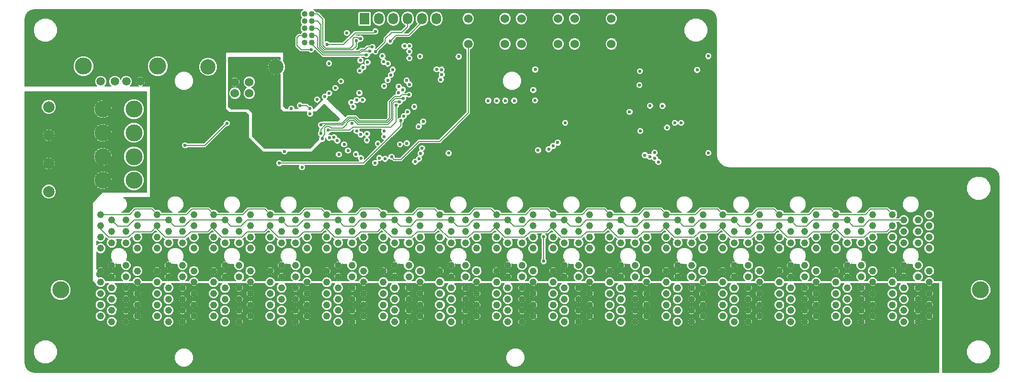
<source format=gbr>
G04 #@! TF.FileFunction,Copper,L2,Inr,Signal*
%FSLAX46Y46*%
G04 Gerber Fmt 4.6, Leading zero omitted, Abs format (unit mm)*
G04 Created by KiCad (PCBNEW 4.0.3+e1-6302~38~ubuntu14.04.1-stable) date Wed Sep 28 21:03:55 2016*
%MOMM*%
%LPD*%
G01*
G04 APERTURE LIST*
%ADD10C,0.100000*%
%ADD11C,1.230000*%
%ADD12C,1.524000*%
%ADD13C,2.700020*%
%ADD14C,3.000000*%
%ADD15C,2.000000*%
%ADD16C,1.501140*%
%ADD17C,2.999740*%
%ADD18R,1.727200X2.032000*%
%ADD19O,1.727200X2.032000*%
%ADD20C,1.016000*%
%ADD21C,0.600000*%
%ADD22C,0.150000*%
%ADD23C,0.200000*%
G04 APERTURE END LIST*
D10*
D11*
X158750000Y-129650000D03*
X156750000Y-128650000D03*
X158750000Y-127650000D03*
X156750000Y-126650000D03*
X158750000Y-125650000D03*
X156750000Y-124650000D03*
X158750000Y-123650000D03*
X156750000Y-122650000D03*
X158750000Y-121650000D03*
X156750000Y-120650000D03*
X158750000Y-119650000D03*
X156750000Y-116650000D03*
X158750000Y-115650000D03*
X156750000Y-114650000D03*
X158750000Y-113650000D03*
X156750000Y-112650000D03*
X158750000Y-111650000D03*
X156750000Y-110650000D03*
X161250000Y-129650000D03*
X163250000Y-128650000D03*
X161250000Y-127650000D03*
X163250000Y-126650000D03*
X161250000Y-125650000D03*
X163250000Y-124650000D03*
X161250000Y-123650000D03*
X163250000Y-122650000D03*
X161250000Y-121650000D03*
X163250000Y-120650000D03*
X161250000Y-119650000D03*
X163250000Y-116650000D03*
X161250000Y-115650000D03*
X163250000Y-114650000D03*
X161250000Y-113650000D03*
X163250000Y-112650000D03*
X161250000Y-111650000D03*
X163250000Y-110650000D03*
X168750000Y-129650000D03*
X166750000Y-128650000D03*
X168750000Y-127650000D03*
X166750000Y-126650000D03*
X168750000Y-125650000D03*
X166750000Y-124650000D03*
X168750000Y-123650000D03*
X166750000Y-122650000D03*
X168750000Y-121650000D03*
X166750000Y-120650000D03*
X168750000Y-119650000D03*
X166750000Y-116650000D03*
X168750000Y-115650000D03*
X166750000Y-114650000D03*
X168750000Y-113650000D03*
X166750000Y-112650000D03*
X168750000Y-111650000D03*
X166750000Y-110650000D03*
X171250000Y-129650000D03*
X173250000Y-128650000D03*
X171250000Y-127650000D03*
X173250000Y-126650000D03*
X171250000Y-125650000D03*
X173250000Y-124650000D03*
X171250000Y-123650000D03*
X173250000Y-122650000D03*
X171250000Y-121650000D03*
X173250000Y-120650000D03*
X171250000Y-119650000D03*
X173250000Y-116650000D03*
X171250000Y-115650000D03*
X173250000Y-114650000D03*
X171250000Y-113650000D03*
X173250000Y-112650000D03*
X171250000Y-111650000D03*
X173250000Y-110650000D03*
X178750000Y-129650000D03*
X176750000Y-128650000D03*
X178750000Y-127650000D03*
X176750000Y-126650000D03*
X178750000Y-125650000D03*
X176750000Y-124650000D03*
X178750000Y-123650000D03*
X176750000Y-122650000D03*
X178750000Y-121650000D03*
X176750000Y-120650000D03*
X178750000Y-119650000D03*
X176750000Y-116650000D03*
X178750000Y-115650000D03*
X176750000Y-114650000D03*
X178750000Y-113650000D03*
X176750000Y-112650000D03*
X178750000Y-111650000D03*
X176750000Y-110650000D03*
X181250000Y-129650000D03*
X183250000Y-128650000D03*
X181250000Y-127650000D03*
X183250000Y-126650000D03*
X181250000Y-125650000D03*
X183250000Y-124650000D03*
X181250000Y-123650000D03*
X183250000Y-122650000D03*
X181250000Y-121650000D03*
X183250000Y-120650000D03*
X181250000Y-119650000D03*
X183250000Y-116650000D03*
X181250000Y-115650000D03*
X183250000Y-114650000D03*
X181250000Y-113650000D03*
X183250000Y-112650000D03*
X181250000Y-111650000D03*
X183250000Y-110650000D03*
X188750000Y-129650000D03*
X186750000Y-128650000D03*
X188750000Y-127650000D03*
X186750000Y-126650000D03*
X188750000Y-125650000D03*
X186750000Y-124650000D03*
X188750000Y-123650000D03*
X186750000Y-122650000D03*
X188750000Y-121650000D03*
X186750000Y-120650000D03*
X188750000Y-119650000D03*
X186750000Y-116650000D03*
X188750000Y-115650000D03*
X186750000Y-114650000D03*
X188750000Y-113650000D03*
X186750000Y-112650000D03*
X188750000Y-111650000D03*
X186750000Y-110650000D03*
X191250000Y-129650000D03*
X193250000Y-128650000D03*
X191250000Y-127650000D03*
X193250000Y-126650000D03*
X191250000Y-125650000D03*
X193250000Y-124650000D03*
X191250000Y-123650000D03*
X193250000Y-122650000D03*
X191250000Y-121650000D03*
X193250000Y-120650000D03*
X191250000Y-119650000D03*
X193250000Y-116650000D03*
X191250000Y-115650000D03*
X193250000Y-114650000D03*
X191250000Y-113650000D03*
X193250000Y-112650000D03*
X191250000Y-111650000D03*
X193250000Y-110650000D03*
X198750000Y-129650000D03*
X196750000Y-128650000D03*
X198750000Y-127650000D03*
X196750000Y-126650000D03*
X198750000Y-125650000D03*
X196750000Y-124650000D03*
X198750000Y-123650000D03*
X196750000Y-122650000D03*
X198750000Y-121650000D03*
X196750000Y-120650000D03*
X198750000Y-119650000D03*
X196750000Y-116650000D03*
X198750000Y-115650000D03*
X196750000Y-114650000D03*
X198750000Y-113650000D03*
X196750000Y-112650000D03*
X198750000Y-111650000D03*
X196750000Y-110650000D03*
X201250000Y-129650000D03*
X203250000Y-128650000D03*
X201250000Y-127650000D03*
X203250000Y-126650000D03*
X201250000Y-125650000D03*
X203250000Y-124650000D03*
X201250000Y-123650000D03*
X203250000Y-122650000D03*
X201250000Y-121650000D03*
X203250000Y-120650000D03*
X201250000Y-119650000D03*
X203250000Y-116650000D03*
X201250000Y-115650000D03*
X203250000Y-114650000D03*
X201250000Y-113650000D03*
X203250000Y-112650000D03*
X201250000Y-111650000D03*
X203250000Y-110650000D03*
X208750000Y-129650000D03*
X206750000Y-128650000D03*
X208750000Y-127650000D03*
X206750000Y-126650000D03*
X208750000Y-125650000D03*
X206750000Y-124650000D03*
X208750000Y-123650000D03*
X206750000Y-122650000D03*
X208750000Y-121650000D03*
X206750000Y-120650000D03*
X208750000Y-119650000D03*
X206750000Y-116650000D03*
X208750000Y-115650000D03*
X206750000Y-114650000D03*
X208750000Y-113650000D03*
X206750000Y-112650000D03*
X208750000Y-111650000D03*
X206750000Y-110650000D03*
X211250000Y-129650000D03*
X213250000Y-128650000D03*
X211250000Y-127650000D03*
X213250000Y-126650000D03*
X211250000Y-125650000D03*
X213250000Y-124650000D03*
X211250000Y-123650000D03*
X213250000Y-122650000D03*
X211250000Y-121650000D03*
X213250000Y-120650000D03*
X211250000Y-119650000D03*
X213250000Y-116650000D03*
X211250000Y-115650000D03*
X213250000Y-114650000D03*
X211250000Y-113650000D03*
X213250000Y-112650000D03*
X211250000Y-111650000D03*
X213250000Y-110650000D03*
D12*
X93040000Y-89200000D03*
X90500000Y-89200000D03*
X90500000Y-87201020D03*
X93040000Y-87201020D03*
D13*
X97769480Y-84501000D03*
X85770520Y-84501000D03*
D14*
X67150000Y-104600000D03*
X72650000Y-104600000D03*
X67150000Y-100400000D03*
X72650000Y-100400000D03*
X67150000Y-96200000D03*
X72650000Y-96200000D03*
X67150000Y-92000000D03*
X72650000Y-92000000D03*
D15*
X57600000Y-106600000D03*
X57600000Y-101600000D03*
X57600000Y-96600000D03*
X57600000Y-91600000D03*
D16*
X66800000Y-87100000D03*
X69300000Y-87100000D03*
X71300000Y-87100000D03*
X73800000Y-87100000D03*
D17*
X63730000Y-84390000D03*
X76870000Y-84390000D03*
D12*
X141150000Y-75950000D03*
X147650000Y-75950000D03*
X141150000Y-80450000D03*
X147650000Y-80450000D03*
X150550000Y-75950000D03*
X157050000Y-75950000D03*
X150550000Y-80450000D03*
X157050000Y-80450000D03*
X131750000Y-75950000D03*
X138250000Y-75950000D03*
X131750000Y-80450000D03*
X138250000Y-80450000D03*
D11*
X68750000Y-129650000D03*
X66750000Y-128650000D03*
X68750000Y-127650000D03*
X66750000Y-126650000D03*
X68750000Y-125650000D03*
X66750000Y-124650000D03*
X68750000Y-123650000D03*
X66750000Y-122650000D03*
X68750000Y-121650000D03*
X66750000Y-120650000D03*
X68750000Y-119650000D03*
X66750000Y-116650000D03*
X68750000Y-115650000D03*
X66750000Y-114650000D03*
X68750000Y-113650000D03*
X66750000Y-112650000D03*
X68750000Y-111650000D03*
X66750000Y-110650000D03*
X71250000Y-129650000D03*
X73250000Y-128650000D03*
X71250000Y-127650000D03*
X73250000Y-126650000D03*
X71250000Y-125650000D03*
X73250000Y-124650000D03*
X71250000Y-123650000D03*
X73250000Y-122650000D03*
X71250000Y-121650000D03*
X73250000Y-120650000D03*
X71250000Y-119650000D03*
X73250000Y-116650000D03*
X71250000Y-115650000D03*
X73250000Y-114650000D03*
X71250000Y-113650000D03*
X73250000Y-112650000D03*
X71250000Y-111650000D03*
X73250000Y-110650000D03*
X78750000Y-129650000D03*
X76750000Y-128650000D03*
X78750000Y-127650000D03*
X76750000Y-126650000D03*
X78750000Y-125650000D03*
X76750000Y-124650000D03*
X78750000Y-123650000D03*
X76750000Y-122650000D03*
X78750000Y-121650000D03*
X76750000Y-120650000D03*
X78750000Y-119650000D03*
X76750000Y-116650000D03*
X78750000Y-115650000D03*
X76750000Y-114650000D03*
X78750000Y-113650000D03*
X76750000Y-112650000D03*
X78750000Y-111650000D03*
X76750000Y-110650000D03*
X81250000Y-129650000D03*
X83250000Y-128650000D03*
X81250000Y-127650000D03*
X83250000Y-126650000D03*
X81250000Y-125650000D03*
X83250000Y-124650000D03*
X81250000Y-123650000D03*
X83250000Y-122650000D03*
X81250000Y-121650000D03*
X83250000Y-120650000D03*
X81250000Y-119650000D03*
X83250000Y-116650000D03*
X81250000Y-115650000D03*
X83250000Y-114650000D03*
X81250000Y-113650000D03*
X83250000Y-112650000D03*
X81250000Y-111650000D03*
X83250000Y-110650000D03*
X88750000Y-129650000D03*
X86750000Y-128650000D03*
X88750000Y-127650000D03*
X86750000Y-126650000D03*
X88750000Y-125650000D03*
X86750000Y-124650000D03*
X88750000Y-123650000D03*
X86750000Y-122650000D03*
X88750000Y-121650000D03*
X86750000Y-120650000D03*
X88750000Y-119650000D03*
X86750000Y-116650000D03*
X88750000Y-115650000D03*
X86750000Y-114650000D03*
X88750000Y-113650000D03*
X86750000Y-112650000D03*
X88750000Y-111650000D03*
X86750000Y-110650000D03*
X91250000Y-129650000D03*
X93250000Y-128650000D03*
X91250000Y-127650000D03*
X93250000Y-126650000D03*
X91250000Y-125650000D03*
X93250000Y-124650000D03*
X91250000Y-123650000D03*
X93250000Y-122650000D03*
X91250000Y-121650000D03*
X93250000Y-120650000D03*
X91250000Y-119650000D03*
X93250000Y-116650000D03*
X91250000Y-115650000D03*
X93250000Y-114650000D03*
X91250000Y-113650000D03*
X93250000Y-112650000D03*
X91250000Y-111650000D03*
X93250000Y-110650000D03*
X98750000Y-129650000D03*
X96750000Y-128650000D03*
X98750000Y-127650000D03*
X96750000Y-126650000D03*
X98750000Y-125650000D03*
X96750000Y-124650000D03*
X98750000Y-123650000D03*
X96750000Y-122650000D03*
X98750000Y-121650000D03*
X96750000Y-120650000D03*
X98750000Y-119650000D03*
X96750000Y-116650000D03*
X98750000Y-115650000D03*
X96750000Y-114650000D03*
X98750000Y-113650000D03*
X96750000Y-112650000D03*
X98750000Y-111650000D03*
X96750000Y-110650000D03*
X101250000Y-129650000D03*
X103250000Y-128650000D03*
X101250000Y-127650000D03*
X103250000Y-126650000D03*
X101250000Y-125650000D03*
X103250000Y-124650000D03*
X101250000Y-123650000D03*
X103250000Y-122650000D03*
X101250000Y-121650000D03*
X103250000Y-120650000D03*
X101250000Y-119650000D03*
X103250000Y-116650000D03*
X101250000Y-115650000D03*
X103250000Y-114650000D03*
X101250000Y-113650000D03*
X103250000Y-112650000D03*
X101250000Y-111650000D03*
X103250000Y-110650000D03*
X108750000Y-129650000D03*
X106750000Y-128650000D03*
X108750000Y-127650000D03*
X106750000Y-126650000D03*
X108750000Y-125650000D03*
X106750000Y-124650000D03*
X108750000Y-123650000D03*
X106750000Y-122650000D03*
X108750000Y-121650000D03*
X106750000Y-120650000D03*
X108750000Y-119650000D03*
X106750000Y-116650000D03*
X108750000Y-115650000D03*
X106750000Y-114650000D03*
X108750000Y-113650000D03*
X106750000Y-112650000D03*
X108750000Y-111650000D03*
X106750000Y-110650000D03*
X111250000Y-129650000D03*
X113250000Y-128650000D03*
X111250000Y-127650000D03*
X113250000Y-126650000D03*
X111250000Y-125650000D03*
X113250000Y-124650000D03*
X111250000Y-123650000D03*
X113250000Y-122650000D03*
X111250000Y-121650000D03*
X113250000Y-120650000D03*
X111250000Y-119650000D03*
X113250000Y-116650000D03*
X111250000Y-115650000D03*
X113250000Y-114650000D03*
X111250000Y-113650000D03*
X113250000Y-112650000D03*
X111250000Y-111650000D03*
X113250000Y-110650000D03*
X118750000Y-129650000D03*
X116750000Y-128650000D03*
X118750000Y-127650000D03*
X116750000Y-126650000D03*
X118750000Y-125650000D03*
X116750000Y-124650000D03*
X118750000Y-123650000D03*
X116750000Y-122650000D03*
X118750000Y-121650000D03*
X116750000Y-120650000D03*
X118750000Y-119650000D03*
X116750000Y-116650000D03*
X118750000Y-115650000D03*
X116750000Y-114650000D03*
X118750000Y-113650000D03*
X116750000Y-112650000D03*
X118750000Y-111650000D03*
X116750000Y-110650000D03*
X121250000Y-129650000D03*
X123250000Y-128650000D03*
X121250000Y-127650000D03*
X123250000Y-126650000D03*
X121250000Y-125650000D03*
X123250000Y-124650000D03*
X121250000Y-123650000D03*
X123250000Y-122650000D03*
X121250000Y-121650000D03*
X123250000Y-120650000D03*
X121250000Y-119650000D03*
X123250000Y-116650000D03*
X121250000Y-115650000D03*
X123250000Y-114650000D03*
X121250000Y-113650000D03*
X123250000Y-112650000D03*
X121250000Y-111650000D03*
X123250000Y-110650000D03*
X128750000Y-129650000D03*
X126750000Y-128650000D03*
X128750000Y-127650000D03*
X126750000Y-126650000D03*
X128750000Y-125650000D03*
X126750000Y-124650000D03*
X128750000Y-123650000D03*
X126750000Y-122650000D03*
X128750000Y-121650000D03*
X126750000Y-120650000D03*
X128750000Y-119650000D03*
X126750000Y-116650000D03*
X128750000Y-115650000D03*
X126750000Y-114650000D03*
X128750000Y-113650000D03*
X126750000Y-112650000D03*
X128750000Y-111650000D03*
X126750000Y-110650000D03*
X131250000Y-129650000D03*
X133250000Y-128650000D03*
X131250000Y-127650000D03*
X133250000Y-126650000D03*
X131250000Y-125650000D03*
X133250000Y-124650000D03*
X131250000Y-123650000D03*
X133250000Y-122650000D03*
X131250000Y-121650000D03*
X133250000Y-120650000D03*
X131250000Y-119650000D03*
X133250000Y-116650000D03*
X131250000Y-115650000D03*
X133250000Y-114650000D03*
X131250000Y-113650000D03*
X133250000Y-112650000D03*
X131250000Y-111650000D03*
X133250000Y-110650000D03*
X138750000Y-129650000D03*
X136750000Y-128650000D03*
X138750000Y-127650000D03*
X136750000Y-126650000D03*
X138750000Y-125650000D03*
X136750000Y-124650000D03*
X138750000Y-123650000D03*
X136750000Y-122650000D03*
X138750000Y-121650000D03*
X136750000Y-120650000D03*
X138750000Y-119650000D03*
X136750000Y-116650000D03*
X138750000Y-115650000D03*
X136750000Y-114650000D03*
X138750000Y-113650000D03*
X136750000Y-112650000D03*
X138750000Y-111650000D03*
X136750000Y-110650000D03*
X141250000Y-129650000D03*
X143250000Y-128650000D03*
X141250000Y-127650000D03*
X143250000Y-126650000D03*
X141250000Y-125650000D03*
X143250000Y-124650000D03*
X141250000Y-123650000D03*
X143250000Y-122650000D03*
X141250000Y-121650000D03*
X143250000Y-120650000D03*
X141250000Y-119650000D03*
X143250000Y-116650000D03*
X141250000Y-115650000D03*
X143250000Y-114650000D03*
X141250000Y-113650000D03*
X143250000Y-112650000D03*
X141250000Y-111650000D03*
X143250000Y-110650000D03*
X148750000Y-129650000D03*
X146750000Y-128650000D03*
X148750000Y-127650000D03*
X146750000Y-126650000D03*
X148750000Y-125650000D03*
X146750000Y-124650000D03*
X148750000Y-123650000D03*
X146750000Y-122650000D03*
X148750000Y-121650000D03*
X146750000Y-120650000D03*
X148750000Y-119650000D03*
X146750000Y-116650000D03*
X148750000Y-115650000D03*
X146750000Y-114650000D03*
X148750000Y-113650000D03*
X146750000Y-112650000D03*
X148750000Y-111650000D03*
X146750000Y-110650000D03*
X151250000Y-129650000D03*
X153250000Y-128650000D03*
X151250000Y-127650000D03*
X153250000Y-126650000D03*
X151250000Y-125650000D03*
X153250000Y-124650000D03*
X151250000Y-123650000D03*
X153250000Y-122650000D03*
X151250000Y-121650000D03*
X153250000Y-120650000D03*
X151250000Y-119650000D03*
X153250000Y-116650000D03*
X151250000Y-115650000D03*
X153250000Y-114650000D03*
X151250000Y-113650000D03*
X153250000Y-112650000D03*
X151250000Y-111650000D03*
X153250000Y-110650000D03*
D14*
X59700000Y-124000000D03*
X222300000Y-124000000D03*
D18*
X113450000Y-76000000D03*
D19*
X115990000Y-76000000D03*
X118530000Y-76000000D03*
X121070000Y-76000000D03*
X123610000Y-76000000D03*
X126150000Y-76000000D03*
D20*
X102865000Y-75160000D03*
X104135000Y-75160000D03*
X102865000Y-76430000D03*
X104135000Y-76430000D03*
X102865000Y-77700000D03*
X104135000Y-77700000D03*
X102865000Y-78970000D03*
X104135000Y-78970000D03*
X102865000Y-80240000D03*
X104135000Y-80240000D03*
D21*
X116575000Y-82600000D03*
X107150000Y-83900000D03*
X144100000Y-99275000D03*
X143575000Y-90450000D03*
X143600000Y-84975000D03*
X130075000Y-82700000D03*
X123225000Y-82650000D03*
X110300000Y-78500000D03*
X102375000Y-102300000D03*
X139900000Y-90500000D03*
X138300000Y-90500000D03*
X136800000Y-90500000D03*
X135300000Y-90500000D03*
X166900000Y-95250000D03*
X103800000Y-92800000D03*
X120875000Y-86925000D03*
X122225000Y-91575000D03*
X115800000Y-98125000D03*
X112025000Y-95875000D03*
X162100000Y-85275000D03*
X162025000Y-87750000D03*
X160275000Y-92475000D03*
X162175000Y-95875000D03*
X164700000Y-99700000D03*
X174200000Y-99775000D03*
X172225000Y-85050000D03*
X174200000Y-82600000D03*
X142350000Y-95600000D03*
X91200000Y-98225000D03*
X91700000Y-104000000D03*
X80500000Y-96500000D03*
X79500000Y-97250000D03*
X78250000Y-97250000D03*
X77000000Y-97250000D03*
X145075000Y-114600000D03*
X145075000Y-118925000D03*
X143250000Y-88600000D03*
X106375000Y-89775000D03*
X105050000Y-90300000D03*
X102000000Y-91350000D03*
X103725000Y-91900000D03*
X109250000Y-87075000D03*
X98350000Y-101575000D03*
X119825000Y-94000000D03*
X100500000Y-91900000D03*
X99300000Y-99500000D03*
X115300000Y-101525000D03*
X116050000Y-100650000D03*
X117075000Y-100800000D03*
X118200000Y-100425000D03*
X116925000Y-96875000D03*
X116925000Y-95900000D03*
X119700000Y-98225000D03*
X120900000Y-98050000D03*
X113875000Y-96375000D03*
X113850000Y-97500000D03*
X112800000Y-100675000D03*
X111900000Y-99975000D03*
X111175000Y-94525000D03*
X108625000Y-97575000D03*
X108025000Y-97000000D03*
X107200000Y-97075000D03*
X110500000Y-99350000D03*
X112750000Y-96500000D03*
X109825000Y-98250000D03*
X108900000Y-100025000D03*
X113200000Y-84575000D03*
X112600000Y-85175000D03*
X108275000Y-88250000D03*
X107175000Y-89175000D03*
X112700000Y-83375000D03*
X113950000Y-83700000D03*
X115375000Y-81825000D03*
X117950000Y-79975000D03*
X122375000Y-101300000D03*
X123050000Y-100800000D03*
X123600000Y-98900000D03*
X123350000Y-99825000D03*
X120350000Y-93250000D03*
X123000000Y-95075000D03*
X121025000Y-92500000D03*
X123800000Y-94200000D03*
X162975000Y-100150000D03*
X148900000Y-94425000D03*
X111425000Y-91575000D03*
X147575000Y-97925000D03*
X163850000Y-100425000D03*
X111100000Y-90825000D03*
X164750000Y-100700000D03*
X146750000Y-98525000D03*
X112025000Y-90400000D03*
X165375000Y-101350000D03*
X145975000Y-99100000D03*
X113100000Y-90350000D03*
X107000000Y-95725000D03*
X118975000Y-91325000D03*
X105925000Y-97250000D03*
X119625000Y-90700000D03*
X120250000Y-90075000D03*
X105700000Y-96325000D03*
X105725000Y-94800000D03*
X121300000Y-89425000D03*
X119425000Y-89100000D03*
X120150000Y-88550000D03*
X119475000Y-88000000D03*
X121375000Y-87625000D03*
X128300000Y-99800000D03*
X112525000Y-89125000D03*
X116825000Y-83625000D03*
X117550000Y-83950000D03*
X116900000Y-87900000D03*
X117525000Y-86850000D03*
X118075000Y-85950000D03*
X118425000Y-85000000D03*
X121350000Y-82975000D03*
X121350000Y-81775000D03*
X121375000Y-80800000D03*
X120500000Y-80825000D03*
X81700000Y-98400000D03*
X89100000Y-94500000D03*
X126175000Y-84950000D03*
X169400000Y-94425000D03*
X126900000Y-86775000D03*
X168275000Y-94425000D03*
X127050000Y-85000000D03*
X166100000Y-91425000D03*
X127075000Y-85900000D03*
X163900000Y-91400000D03*
X112700000Y-79500000D03*
X111950000Y-79875000D03*
X114800000Y-81000000D03*
X106775000Y-80525000D03*
X104000000Y-81450000D03*
X115350000Y-78225000D03*
X114325000Y-81750000D03*
X113775000Y-82400000D03*
D22*
X79500000Y-97250000D02*
X79750000Y-97250000D01*
X77000000Y-97250000D02*
X78250000Y-97250000D01*
X79750000Y-97250000D02*
X80500000Y-96500000D01*
X145075000Y-114600000D02*
X145075000Y-118925000D01*
X66750000Y-112650000D02*
X66750000Y-113250000D01*
X66750000Y-113250000D02*
X68200000Y-114700000D01*
X75700000Y-113700000D02*
X76750000Y-112650000D01*
X72700000Y-113700000D02*
X75700000Y-113700000D01*
X71700000Y-114700000D02*
X72700000Y-113700000D01*
X68200000Y-114700000D02*
X71700000Y-114700000D01*
X76750000Y-112650000D02*
X76750000Y-113250000D01*
X76750000Y-113250000D02*
X78200000Y-114700000D01*
X85700000Y-113700000D02*
X86750000Y-112650000D01*
X82700000Y-113700000D02*
X85700000Y-113700000D01*
X81700000Y-114700000D02*
X82700000Y-113700000D01*
X78200000Y-114700000D02*
X81700000Y-114700000D01*
X86750000Y-112650000D02*
X86750000Y-113250000D01*
X86750000Y-113250000D02*
X88200000Y-114700000D01*
X95700000Y-113700000D02*
X96750000Y-112650000D01*
X92700000Y-113700000D02*
X95700000Y-113700000D01*
X91700000Y-114700000D02*
X92700000Y-113700000D01*
X88200000Y-114700000D02*
X91700000Y-114700000D01*
X96750000Y-112650000D02*
X96750000Y-113250000D01*
X96750000Y-113250000D02*
X98200000Y-114700000D01*
X105700000Y-113700000D02*
X106750000Y-112650000D01*
X102700000Y-113700000D02*
X105700000Y-113700000D01*
X101700000Y-114700000D02*
X102700000Y-113700000D01*
X98200000Y-114700000D02*
X101700000Y-114700000D01*
X106750000Y-112650000D02*
X106750000Y-113250000D01*
X106750000Y-113250000D02*
X108200000Y-114700000D01*
X115700000Y-113700000D02*
X116750000Y-112650000D01*
X112700000Y-113700000D02*
X115700000Y-113700000D01*
X111700000Y-114700000D02*
X112700000Y-113700000D01*
X108200000Y-114700000D02*
X111700000Y-114700000D01*
X116750000Y-112650000D02*
X116750000Y-113250000D01*
X116750000Y-113250000D02*
X118200000Y-114700000D01*
X125700000Y-113700000D02*
X126750000Y-112650000D01*
X122700000Y-113700000D02*
X125700000Y-113700000D01*
X121700000Y-114700000D02*
X122700000Y-113700000D01*
X118200000Y-114700000D02*
X121700000Y-114700000D01*
X126750000Y-112650000D02*
X126750000Y-113250000D01*
X126750000Y-113250000D02*
X128200000Y-114700000D01*
X135700000Y-113700000D02*
X136750000Y-112650000D01*
X132700000Y-113700000D02*
X135700000Y-113700000D01*
X131700000Y-114700000D02*
X132700000Y-113700000D01*
X128200000Y-114700000D02*
X131700000Y-114700000D01*
X136750000Y-112650000D02*
X136750000Y-113250000D01*
X136750000Y-113250000D02*
X138200000Y-114700000D01*
X145700000Y-113700000D02*
X146750000Y-112650000D01*
X142700000Y-113700000D02*
X145700000Y-113700000D01*
X141700000Y-114700000D02*
X142700000Y-113700000D01*
X138200000Y-114700000D02*
X141700000Y-114700000D01*
X146750000Y-112650000D02*
X146750000Y-113250000D01*
X146750000Y-113250000D02*
X148200000Y-114700000D01*
X155700000Y-113700000D02*
X156750000Y-112650000D01*
X152700000Y-113700000D02*
X155700000Y-113700000D01*
X151700000Y-114700000D02*
X152700000Y-113700000D01*
X148200000Y-114700000D02*
X151700000Y-114700000D01*
X156750000Y-112650000D02*
X156750000Y-113250000D01*
X156750000Y-113250000D02*
X158200000Y-114700000D01*
X165700000Y-113700000D02*
X166750000Y-112650000D01*
X162700000Y-113700000D02*
X165700000Y-113700000D01*
X161700000Y-114700000D02*
X162700000Y-113700000D01*
X158200000Y-114700000D02*
X161700000Y-114700000D01*
X166750000Y-112650000D02*
X166750000Y-113250000D01*
X166750000Y-113250000D02*
X168200000Y-114700000D01*
X175700000Y-113700000D02*
X176750000Y-112650000D01*
X172700000Y-113700000D02*
X175700000Y-113700000D01*
X171700000Y-114700000D02*
X172700000Y-113700000D01*
X168200000Y-114700000D02*
X171700000Y-114700000D01*
X176750000Y-112650000D02*
X176750000Y-113250000D01*
X176750000Y-113250000D02*
X178200000Y-114700000D01*
X185700000Y-113700000D02*
X186750000Y-112650000D01*
X182700000Y-113700000D02*
X185700000Y-113700000D01*
X181700000Y-114700000D02*
X182700000Y-113700000D01*
X178200000Y-114700000D02*
X181700000Y-114700000D01*
X186750000Y-112650000D02*
X186750000Y-113250000D01*
X186750000Y-113250000D02*
X188200000Y-114700000D01*
X195700000Y-113700000D02*
X196750000Y-112650000D01*
X192700000Y-113700000D02*
X195700000Y-113700000D01*
X191700000Y-114700000D02*
X192700000Y-113700000D01*
X188200000Y-114700000D02*
X191700000Y-114700000D01*
X196750000Y-112650000D02*
X196750000Y-113250000D01*
X196750000Y-113250000D02*
X198200000Y-114700000D01*
X205700000Y-113700000D02*
X206750000Y-112650000D01*
X202700000Y-113700000D02*
X205700000Y-113700000D01*
X201700000Y-114700000D02*
X202700000Y-113700000D01*
X198200000Y-114700000D02*
X201700000Y-114700000D01*
X68750000Y-111650000D02*
X69800000Y-112700000D01*
X72650000Y-111650000D02*
X78750000Y-111650000D01*
X71600000Y-112700000D02*
X72650000Y-111650000D01*
X69800000Y-112700000D02*
X71600000Y-112700000D01*
X78750000Y-111650000D02*
X79800000Y-112700000D01*
X82650000Y-111650000D02*
X88750000Y-111650000D01*
X81600000Y-112700000D02*
X82650000Y-111650000D01*
X79800000Y-112700000D02*
X81600000Y-112700000D01*
X88750000Y-111650000D02*
X89800000Y-112700000D01*
X92650000Y-111650000D02*
X98750000Y-111650000D01*
X91600000Y-112700000D02*
X92650000Y-111650000D01*
X89800000Y-112700000D02*
X91600000Y-112700000D01*
X98750000Y-111650000D02*
X99800000Y-112700000D01*
X102650000Y-111650000D02*
X108750000Y-111650000D01*
X101600000Y-112700000D02*
X102650000Y-111650000D01*
X99800000Y-112700000D02*
X101600000Y-112700000D01*
X108750000Y-111650000D02*
X109800000Y-112700000D01*
X112650000Y-111650000D02*
X118750000Y-111650000D01*
X111600000Y-112700000D02*
X112650000Y-111650000D01*
X109800000Y-112700000D02*
X111600000Y-112700000D01*
X118750000Y-111650000D02*
X119800000Y-112700000D01*
X122650000Y-111650000D02*
X128750000Y-111650000D01*
X121600000Y-112700000D02*
X122650000Y-111650000D01*
X119800000Y-112700000D02*
X121600000Y-112700000D01*
X128750000Y-111650000D02*
X129800000Y-112700000D01*
X132650000Y-111650000D02*
X138750000Y-111650000D01*
X131600000Y-112700000D02*
X132650000Y-111650000D01*
X129800000Y-112700000D02*
X131600000Y-112700000D01*
X138750000Y-111650000D02*
X139800000Y-112700000D01*
X142650000Y-111650000D02*
X148750000Y-111650000D01*
X141600000Y-112700000D02*
X142650000Y-111650000D01*
X139800000Y-112700000D02*
X141600000Y-112700000D01*
X148750000Y-111650000D02*
X149800000Y-112700000D01*
X152650000Y-111650000D02*
X158750000Y-111650000D01*
X151600000Y-112700000D02*
X152650000Y-111650000D01*
X149800000Y-112700000D02*
X151600000Y-112700000D01*
X158750000Y-111650000D02*
X159800000Y-112700000D01*
X162650000Y-111650000D02*
X168750000Y-111650000D01*
X161600000Y-112700000D02*
X162650000Y-111650000D01*
X159800000Y-112700000D02*
X161600000Y-112700000D01*
X168750000Y-111650000D02*
X169800000Y-112700000D01*
X172650000Y-111650000D02*
X178750000Y-111650000D01*
X171600000Y-112700000D02*
X172650000Y-111650000D01*
X169800000Y-112700000D02*
X171600000Y-112700000D01*
X178750000Y-111650000D02*
X179800000Y-112700000D01*
X182650000Y-111650000D02*
X188750000Y-111650000D01*
X181600000Y-112700000D02*
X182650000Y-111650000D01*
X179800000Y-112700000D02*
X181600000Y-112700000D01*
X188750000Y-111650000D02*
X189800000Y-112700000D01*
X192650000Y-111650000D02*
X198750000Y-111650000D01*
X191600000Y-112700000D02*
X192650000Y-111650000D01*
X189800000Y-112700000D02*
X191600000Y-112700000D01*
X198750000Y-111650000D02*
X199800000Y-112700000D01*
X202650000Y-111650000D02*
X208750000Y-111650000D01*
X201600000Y-112700000D02*
X202650000Y-111650000D01*
X199800000Y-112700000D02*
X201600000Y-112700000D01*
X102000000Y-91350000D02*
X103175000Y-91350000D01*
X103175000Y-91350000D02*
X103725000Y-91900000D01*
X150550000Y-80450000D02*
X150550000Y-79800000D01*
X66750000Y-110650000D02*
X71950000Y-110650000D01*
X75800000Y-109700000D02*
X76750000Y-110650000D01*
X72900000Y-109700000D02*
X75800000Y-109700000D01*
X71950000Y-110650000D02*
X72900000Y-109700000D01*
X76750000Y-110650000D02*
X81950000Y-110650000D01*
X85800000Y-109700000D02*
X86750000Y-110650000D01*
X82900000Y-109700000D02*
X85800000Y-109700000D01*
X81950000Y-110650000D02*
X82900000Y-109700000D01*
X86750000Y-110650000D02*
X91950000Y-110650000D01*
X95800000Y-109700000D02*
X96750000Y-110650000D01*
X92900000Y-109700000D02*
X95800000Y-109700000D01*
X91950000Y-110650000D02*
X92900000Y-109700000D01*
X96750000Y-110650000D02*
X101950000Y-110650000D01*
X105800000Y-109700000D02*
X106750000Y-110650000D01*
X102900000Y-109700000D02*
X105800000Y-109700000D01*
X101950000Y-110650000D02*
X102900000Y-109700000D01*
X106750000Y-110650000D02*
X111950000Y-110650000D01*
X115800000Y-109700000D02*
X116750000Y-110650000D01*
X112900000Y-109700000D02*
X115800000Y-109700000D01*
X111950000Y-110650000D02*
X112900000Y-109700000D01*
X116750000Y-110650000D02*
X121950000Y-110650000D01*
X125800000Y-109700000D02*
X126750000Y-110650000D01*
X122900000Y-109700000D02*
X125800000Y-109700000D01*
X121950000Y-110650000D02*
X122900000Y-109700000D01*
X126750000Y-110650000D02*
X131950000Y-110650000D01*
X135800000Y-109700000D02*
X136750000Y-110650000D01*
X132900000Y-109700000D02*
X135800000Y-109700000D01*
X131950000Y-110650000D02*
X132900000Y-109700000D01*
X136750000Y-110650000D02*
X141950000Y-110650000D01*
X145800000Y-109700000D02*
X146750000Y-110650000D01*
X142900000Y-109700000D02*
X145800000Y-109700000D01*
X141950000Y-110650000D02*
X142900000Y-109700000D01*
X146750000Y-110650000D02*
X151950000Y-110650000D01*
X155800000Y-109700000D02*
X156750000Y-110650000D01*
X152900000Y-109700000D02*
X155800000Y-109700000D01*
X151950000Y-110650000D02*
X152900000Y-109700000D01*
X156750000Y-110650000D02*
X161950000Y-110650000D01*
X165800000Y-109700000D02*
X166750000Y-110650000D01*
X162900000Y-109700000D02*
X165800000Y-109700000D01*
X161950000Y-110650000D02*
X162900000Y-109700000D01*
X166750000Y-110650000D02*
X171950000Y-110650000D01*
X175800000Y-109700000D02*
X176750000Y-110650000D01*
X172900000Y-109700000D02*
X175800000Y-109700000D01*
X171950000Y-110650000D02*
X172900000Y-109700000D01*
X176750000Y-110650000D02*
X181950000Y-110650000D01*
X185800000Y-109700000D02*
X186750000Y-110650000D01*
X182900000Y-109700000D02*
X185800000Y-109700000D01*
X181950000Y-110650000D02*
X182900000Y-109700000D01*
X186750000Y-110650000D02*
X191950000Y-110650000D01*
X195800000Y-109700000D02*
X196750000Y-110650000D01*
X192900000Y-109700000D02*
X195800000Y-109700000D01*
X191950000Y-110650000D02*
X192900000Y-109700000D01*
X196750000Y-110650000D02*
X201950000Y-110650000D01*
X205800000Y-109700000D02*
X206750000Y-110650000D01*
X202900000Y-109700000D02*
X205800000Y-109700000D01*
X201950000Y-110650000D02*
X202900000Y-109700000D01*
X98350000Y-101575000D02*
X113225000Y-101575000D01*
X119825000Y-94975000D02*
X119825000Y-94000000D01*
X113225000Y-101575000D02*
X119825000Y-94975000D01*
X131750000Y-80450000D02*
X131750000Y-92650000D01*
X118700000Y-100925000D02*
X118200000Y-100425000D01*
X119850000Y-100925000D02*
X118700000Y-100925000D01*
X123075000Y-97700000D02*
X119850000Y-100925000D01*
X126700000Y-97700000D02*
X123075000Y-97700000D01*
X131750000Y-92650000D02*
X126700000Y-97700000D01*
X115375000Y-81825000D02*
X117075000Y-80125000D01*
X121070000Y-77380000D02*
X121070000Y-76000000D01*
X120050000Y-78400000D02*
X121070000Y-77380000D01*
X118200000Y-78400000D02*
X120050000Y-78400000D01*
X117075000Y-79525000D02*
X118200000Y-78400000D01*
X117075000Y-79650000D02*
X117075000Y-79525000D01*
X117075000Y-80125000D02*
X117075000Y-79650000D01*
X117950000Y-79975000D02*
X119025000Y-78900000D01*
X121300000Y-78900000D02*
X123610000Y-76590000D01*
X119025000Y-78900000D02*
X121300000Y-78900000D01*
X123610000Y-76590000D02*
X123610000Y-76000000D01*
X107000000Y-95725000D02*
X110800000Y-95725000D01*
X118975000Y-94250000D02*
X118975000Y-91325000D01*
X118075000Y-95150000D02*
X118975000Y-94250000D01*
X111375000Y-95150000D02*
X118075000Y-95150000D01*
X110800000Y-95725000D02*
X111375000Y-95150000D01*
X105925000Y-97250000D02*
X105925000Y-96925000D01*
X118675000Y-90700000D02*
X119625000Y-90700000D01*
X118425000Y-90950000D02*
X118675000Y-90700000D01*
X118425000Y-93825000D02*
X118425000Y-90950000D01*
X117600000Y-94650000D02*
X118425000Y-93825000D01*
X112200000Y-94650000D02*
X117600000Y-94650000D01*
X111525000Y-93975000D02*
X112200000Y-94650000D01*
X110800000Y-93975000D02*
X111525000Y-93975000D01*
X110325000Y-94450000D02*
X110800000Y-93975000D01*
X110325000Y-94700000D02*
X110325000Y-94450000D01*
X109625000Y-95400000D02*
X110325000Y-94700000D01*
X107575002Y-95400000D02*
X109625000Y-95400000D01*
X107275002Y-95100000D02*
X107575002Y-95400000D01*
X106625000Y-95100000D02*
X107275002Y-95100000D01*
X106425000Y-95300000D02*
X106625000Y-95100000D01*
X106425000Y-96425000D02*
X106425000Y-95300000D01*
X105925000Y-96925000D02*
X106425000Y-96425000D01*
X106500736Y-94799998D02*
X106500002Y-94799998D01*
X106500736Y-94799998D02*
X109550736Y-94799998D01*
X109550736Y-94799998D02*
X110675736Y-93674998D01*
X110675736Y-93674998D02*
X111649264Y-93674998D01*
X111649264Y-93674998D02*
X112324264Y-94349998D01*
X112324264Y-94349998D02*
X117475736Y-94349998D01*
X117475736Y-94349998D02*
X118124998Y-93700736D01*
X118124998Y-93700736D02*
X118124998Y-90825736D01*
X118124998Y-90825736D02*
X118875734Y-90075000D01*
X118875734Y-90075000D02*
X120250000Y-90075000D01*
X105700000Y-95600000D02*
X105700000Y-96325000D01*
X106500002Y-94799998D02*
X105700000Y-95600000D01*
X105725000Y-94800000D02*
X106025004Y-94499996D01*
X121275000Y-89450000D02*
X121300000Y-89425000D01*
X120000000Y-89450000D02*
X121275000Y-89450000D01*
X119675002Y-89774998D02*
X120000000Y-89450000D01*
X118751470Y-89774998D02*
X119675002Y-89774998D01*
X117824996Y-90701472D02*
X118751470Y-89774998D01*
X117824996Y-93576472D02*
X117824996Y-90701472D01*
X117351472Y-94049996D02*
X117824996Y-93576472D01*
X112448528Y-94049996D02*
X117351472Y-94049996D01*
X111773528Y-93374996D02*
X112448528Y-94049996D01*
X110551472Y-93374996D02*
X111773528Y-93374996D01*
X109426472Y-94499996D02*
X110551472Y-93374996D01*
X106025004Y-94499996D02*
X109426472Y-94499996D01*
X81700000Y-98400000D02*
X85225000Y-98400000D01*
X89100000Y-94525000D02*
X89100000Y-94500000D01*
X85225000Y-98400000D02*
X89100000Y-94525000D01*
X112700000Y-79500000D02*
X112425000Y-79500000D01*
X105160000Y-75160000D02*
X104135000Y-75160000D01*
X106050006Y-76050006D02*
X105160000Y-75160000D01*
X106050006Y-80702942D02*
X106050006Y-76050006D01*
X106547056Y-81199992D02*
X106050006Y-80702942D01*
X110900000Y-81199992D02*
X106547056Y-81199992D01*
X111350364Y-80749628D02*
X110900000Y-81199992D01*
X111350364Y-79549636D02*
X111350364Y-80749628D01*
X111625000Y-79275000D02*
X111350364Y-79549636D01*
X112200000Y-79275000D02*
X111625000Y-79275000D01*
X112425000Y-79500000D02*
X112200000Y-79275000D01*
X111950000Y-79875000D02*
X111950000Y-80874994D01*
X105080000Y-76430000D02*
X104135000Y-76430000D01*
X105750004Y-77100004D02*
X105080000Y-76430000D01*
X105750004Y-80827206D02*
X105750004Y-77100004D01*
X106422792Y-81499994D02*
X105750004Y-80827206D01*
X111325000Y-81499994D02*
X106422792Y-81499994D01*
X111950000Y-80874994D02*
X111325000Y-81499994D01*
X114800000Y-81000000D02*
X113975000Y-81000000D01*
X105025000Y-77700000D02*
X104135000Y-77700000D01*
X105450002Y-78125002D02*
X105025000Y-77700000D01*
X105450002Y-80951470D02*
X105450002Y-78125002D01*
X106298528Y-81799996D02*
X105450002Y-80951470D01*
X112475738Y-81799996D02*
X106298528Y-81799996D01*
X112825736Y-81449998D02*
X112475738Y-81799996D01*
X113525002Y-81449998D02*
X112825736Y-81449998D01*
X113975000Y-81000000D02*
X113525002Y-81449998D01*
X104000000Y-81450000D02*
X102200000Y-81450000D01*
X115100000Y-78475000D02*
X111775000Y-78475000D01*
X111775000Y-78475000D02*
X109725000Y-80525000D01*
X109725000Y-80525000D02*
X106775000Y-80525000D01*
X115350000Y-78225000D02*
X115100000Y-78475000D01*
X101880000Y-78970000D02*
X102865000Y-78970000D01*
X101500000Y-79350000D02*
X101880000Y-78970000D01*
X101500000Y-80750000D02*
X101500000Y-79350000D01*
X102200000Y-81450000D02*
X101500000Y-80750000D01*
X114325000Y-81750000D02*
X112950000Y-81750000D01*
X104820000Y-78970000D02*
X104135000Y-78970000D01*
X105150000Y-79300000D02*
X104820000Y-78970000D01*
X105150000Y-81075734D02*
X105150000Y-79300000D01*
X106174264Y-82099998D02*
X105150000Y-81075734D01*
X110350000Y-82099998D02*
X106174264Y-82099998D01*
X112600002Y-82099998D02*
X110350000Y-82099998D01*
X112950000Y-81750000D02*
X112600002Y-82099998D01*
X113775000Y-82400000D02*
X106050000Y-82400000D01*
X106050000Y-82400000D02*
X104135000Y-80485000D01*
X104135000Y-80485000D02*
X104135000Y-80240000D01*
D23*
G36*
X98500000Y-83238360D02*
X98090251Y-83057801D01*
X97513545Y-83044904D01*
X96975803Y-83253684D01*
X96920838Y-83290411D01*
X96759589Y-83455753D01*
X97769480Y-84465645D01*
X97783622Y-84451502D01*
X97818978Y-84486858D01*
X97804835Y-84501000D01*
X97818978Y-84515142D01*
X97783622Y-84550498D01*
X97769480Y-84536355D01*
X96759589Y-85546247D01*
X96920838Y-85711589D01*
X97448709Y-85944199D01*
X98025415Y-85957096D01*
X98500000Y-85772837D01*
X98500000Y-91900000D01*
X98507879Y-91938906D01*
X98529289Y-91970711D01*
X99029289Y-92470711D01*
X99062371Y-92492650D01*
X99100000Y-92500000D01*
X100328226Y-92500000D01*
X100376133Y-92519893D01*
X100622785Y-92520108D01*
X100671450Y-92500000D01*
X103253244Y-92500000D01*
X103180107Y-92676133D01*
X103179892Y-92922785D01*
X103274083Y-93150743D01*
X103448339Y-93325304D01*
X103676133Y-93419893D01*
X103922785Y-93420108D01*
X104150743Y-93325917D01*
X104325304Y-93151661D01*
X104419893Y-92923867D01*
X104420108Y-92677215D01*
X104346884Y-92500000D01*
X104900000Y-92500000D01*
X104938906Y-92492121D01*
X104970711Y-92470711D01*
X106301274Y-91140148D01*
X109000000Y-93742490D01*
X109000000Y-93758578D01*
X108653582Y-94104996D01*
X106025004Y-94104996D01*
X105873844Y-94135064D01*
X105806488Y-94180070D01*
X105602215Y-94179892D01*
X105374257Y-94274083D01*
X105199696Y-94448339D01*
X105105107Y-94676133D01*
X105104892Y-94922785D01*
X105199083Y-95150743D01*
X105373339Y-95325304D01*
X105407996Y-95339695D01*
X105335068Y-95448840D01*
X105305000Y-95600000D01*
X105305000Y-95843263D01*
X105174696Y-95973339D01*
X105080107Y-96201133D01*
X105079892Y-96447785D01*
X105174083Y-96675743D01*
X105348339Y-96850304D01*
X105418592Y-96879476D01*
X105399696Y-96898339D01*
X105305107Y-97126133D01*
X105304892Y-97372785D01*
X105328546Y-97430032D01*
X103858578Y-98900000D01*
X99471774Y-98900000D01*
X99423867Y-98880107D01*
X99177215Y-98879892D01*
X99128550Y-98900000D01*
X95741422Y-98900000D01*
X93600000Y-96758578D01*
X93600000Y-92700000D01*
X93592121Y-92661094D01*
X93570711Y-92629289D01*
X92970711Y-92029289D01*
X92937629Y-92007350D01*
X92900000Y-92000000D01*
X89841422Y-92000000D01*
X89400000Y-91558578D01*
X89400000Y-89414279D01*
X89417812Y-89414279D01*
X89582190Y-89812103D01*
X89886296Y-90116740D01*
X90283833Y-90281812D01*
X90714279Y-90282188D01*
X91112103Y-90117810D01*
X91416740Y-89813704D01*
X91581812Y-89416167D01*
X91582188Y-88985721D01*
X91417810Y-88587897D01*
X91113704Y-88283260D01*
X90716167Y-88118188D01*
X90285721Y-88117812D01*
X89887897Y-88282190D01*
X89583260Y-88586296D01*
X89418188Y-88983833D01*
X89417812Y-89414279D01*
X89400000Y-89414279D01*
X89400000Y-87822229D01*
X89914146Y-87822229D01*
X90003837Y-87926462D01*
X90319220Y-88061114D01*
X90662125Y-88064824D01*
X90980348Y-87937028D01*
X90996163Y-87926462D01*
X91085854Y-87822229D01*
X90500000Y-87236375D01*
X89914146Y-87822229D01*
X89400000Y-87822229D01*
X89400000Y-87363145D01*
X89636196Y-87363145D01*
X89763992Y-87681368D01*
X89774558Y-87697183D01*
X89878791Y-87786874D01*
X90464645Y-87201020D01*
X90535355Y-87201020D01*
X91121209Y-87786874D01*
X91225442Y-87697183D01*
X91345791Y-87415299D01*
X91957812Y-87415299D01*
X92122190Y-87813123D01*
X92426296Y-88117760D01*
X92625579Y-88200509D01*
X92427897Y-88282190D01*
X92123260Y-88586296D01*
X91958188Y-88983833D01*
X91957812Y-89414279D01*
X92122190Y-89812103D01*
X92426296Y-90116740D01*
X92823833Y-90281812D01*
X93254279Y-90282188D01*
X93652103Y-90117810D01*
X93956740Y-89813704D01*
X94121812Y-89416167D01*
X94122188Y-88985721D01*
X93957810Y-88587897D01*
X93653704Y-88283260D01*
X93454421Y-88200511D01*
X93652103Y-88118830D01*
X93956740Y-87814724D01*
X94121812Y-87417187D01*
X94122188Y-86986741D01*
X93957810Y-86588917D01*
X93653704Y-86284280D01*
X93256167Y-86119208D01*
X92825721Y-86118832D01*
X92427897Y-86283210D01*
X92123260Y-86587316D01*
X91958188Y-86984853D01*
X91957812Y-87415299D01*
X91345791Y-87415299D01*
X91360094Y-87381800D01*
X91363804Y-87038895D01*
X91236008Y-86720672D01*
X91225442Y-86704857D01*
X91121209Y-86615166D01*
X90535355Y-87201020D01*
X90464645Y-87201020D01*
X89878791Y-86615166D01*
X89774558Y-86704857D01*
X89639906Y-87020240D01*
X89636196Y-87363145D01*
X89400000Y-87363145D01*
X89400000Y-86579811D01*
X89914146Y-86579811D01*
X90500000Y-87165665D01*
X91085854Y-86579811D01*
X90996163Y-86475578D01*
X90680780Y-86340926D01*
X90337875Y-86337216D01*
X90019652Y-86465012D01*
X90003837Y-86475578D01*
X89914146Y-86579811D01*
X89400000Y-86579811D01*
X89400000Y-84756935D01*
X96313384Y-84756935D01*
X96522164Y-85294677D01*
X96558891Y-85349642D01*
X96724233Y-85510891D01*
X97734125Y-84501000D01*
X96724233Y-83491109D01*
X96558891Y-83652358D01*
X96326281Y-84180229D01*
X96313384Y-84756935D01*
X89400000Y-84756935D01*
X89400000Y-82800000D01*
X98500000Y-82800000D01*
X98500000Y-83238360D01*
X98500000Y-83238360D01*
G37*
X98500000Y-83238360D02*
X98090251Y-83057801D01*
X97513545Y-83044904D01*
X96975803Y-83253684D01*
X96920838Y-83290411D01*
X96759589Y-83455753D01*
X97769480Y-84465645D01*
X97783622Y-84451502D01*
X97818978Y-84486858D01*
X97804835Y-84501000D01*
X97818978Y-84515142D01*
X97783622Y-84550498D01*
X97769480Y-84536355D01*
X96759589Y-85546247D01*
X96920838Y-85711589D01*
X97448709Y-85944199D01*
X98025415Y-85957096D01*
X98500000Y-85772837D01*
X98500000Y-91900000D01*
X98507879Y-91938906D01*
X98529289Y-91970711D01*
X99029289Y-92470711D01*
X99062371Y-92492650D01*
X99100000Y-92500000D01*
X100328226Y-92500000D01*
X100376133Y-92519893D01*
X100622785Y-92520108D01*
X100671450Y-92500000D01*
X103253244Y-92500000D01*
X103180107Y-92676133D01*
X103179892Y-92922785D01*
X103274083Y-93150743D01*
X103448339Y-93325304D01*
X103676133Y-93419893D01*
X103922785Y-93420108D01*
X104150743Y-93325917D01*
X104325304Y-93151661D01*
X104419893Y-92923867D01*
X104420108Y-92677215D01*
X104346884Y-92500000D01*
X104900000Y-92500000D01*
X104938906Y-92492121D01*
X104970711Y-92470711D01*
X106301274Y-91140148D01*
X109000000Y-93742490D01*
X109000000Y-93758578D01*
X108653582Y-94104996D01*
X106025004Y-94104996D01*
X105873844Y-94135064D01*
X105806488Y-94180070D01*
X105602215Y-94179892D01*
X105374257Y-94274083D01*
X105199696Y-94448339D01*
X105105107Y-94676133D01*
X105104892Y-94922785D01*
X105199083Y-95150743D01*
X105373339Y-95325304D01*
X105407996Y-95339695D01*
X105335068Y-95448840D01*
X105305000Y-95600000D01*
X105305000Y-95843263D01*
X105174696Y-95973339D01*
X105080107Y-96201133D01*
X105079892Y-96447785D01*
X105174083Y-96675743D01*
X105348339Y-96850304D01*
X105418592Y-96879476D01*
X105399696Y-96898339D01*
X105305107Y-97126133D01*
X105304892Y-97372785D01*
X105328546Y-97430032D01*
X103858578Y-98900000D01*
X99471774Y-98900000D01*
X99423867Y-98880107D01*
X99177215Y-98879892D01*
X99128550Y-98900000D01*
X95741422Y-98900000D01*
X93600000Y-96758578D01*
X93600000Y-92700000D01*
X93592121Y-92661094D01*
X93570711Y-92629289D01*
X92970711Y-92029289D01*
X92937629Y-92007350D01*
X92900000Y-92000000D01*
X89841422Y-92000000D01*
X89400000Y-91558578D01*
X89400000Y-89414279D01*
X89417812Y-89414279D01*
X89582190Y-89812103D01*
X89886296Y-90116740D01*
X90283833Y-90281812D01*
X90714279Y-90282188D01*
X91112103Y-90117810D01*
X91416740Y-89813704D01*
X91581812Y-89416167D01*
X91582188Y-88985721D01*
X91417810Y-88587897D01*
X91113704Y-88283260D01*
X90716167Y-88118188D01*
X90285721Y-88117812D01*
X89887897Y-88282190D01*
X89583260Y-88586296D01*
X89418188Y-88983833D01*
X89417812Y-89414279D01*
X89400000Y-89414279D01*
X89400000Y-87822229D01*
X89914146Y-87822229D01*
X90003837Y-87926462D01*
X90319220Y-88061114D01*
X90662125Y-88064824D01*
X90980348Y-87937028D01*
X90996163Y-87926462D01*
X91085854Y-87822229D01*
X90500000Y-87236375D01*
X89914146Y-87822229D01*
X89400000Y-87822229D01*
X89400000Y-87363145D01*
X89636196Y-87363145D01*
X89763992Y-87681368D01*
X89774558Y-87697183D01*
X89878791Y-87786874D01*
X90464645Y-87201020D01*
X90535355Y-87201020D01*
X91121209Y-87786874D01*
X91225442Y-87697183D01*
X91345791Y-87415299D01*
X91957812Y-87415299D01*
X92122190Y-87813123D01*
X92426296Y-88117760D01*
X92625579Y-88200509D01*
X92427897Y-88282190D01*
X92123260Y-88586296D01*
X91958188Y-88983833D01*
X91957812Y-89414279D01*
X92122190Y-89812103D01*
X92426296Y-90116740D01*
X92823833Y-90281812D01*
X93254279Y-90282188D01*
X93652103Y-90117810D01*
X93956740Y-89813704D01*
X94121812Y-89416167D01*
X94122188Y-88985721D01*
X93957810Y-88587897D01*
X93653704Y-88283260D01*
X93454421Y-88200511D01*
X93652103Y-88118830D01*
X93956740Y-87814724D01*
X94121812Y-87417187D01*
X94122188Y-86986741D01*
X93957810Y-86588917D01*
X93653704Y-86284280D01*
X93256167Y-86119208D01*
X92825721Y-86118832D01*
X92427897Y-86283210D01*
X92123260Y-86587316D01*
X91958188Y-86984853D01*
X91957812Y-87415299D01*
X91345791Y-87415299D01*
X91360094Y-87381800D01*
X91363804Y-87038895D01*
X91236008Y-86720672D01*
X91225442Y-86704857D01*
X91121209Y-86615166D01*
X90535355Y-87201020D01*
X90464645Y-87201020D01*
X89878791Y-86615166D01*
X89774558Y-86704857D01*
X89639906Y-87020240D01*
X89636196Y-87363145D01*
X89400000Y-87363145D01*
X89400000Y-86579811D01*
X89914146Y-86579811D01*
X90500000Y-87165665D01*
X91085854Y-86579811D01*
X90996163Y-86475578D01*
X90680780Y-86340926D01*
X90337875Y-86337216D01*
X90019652Y-86465012D01*
X90003837Y-86475578D01*
X89914146Y-86579811D01*
X89400000Y-86579811D01*
X89400000Y-84756935D01*
X96313384Y-84756935D01*
X96522164Y-85294677D01*
X96558891Y-85349642D01*
X96724233Y-85510891D01*
X97734125Y-84501000D01*
X96724233Y-83491109D01*
X96558891Y-83652358D01*
X96326281Y-84180229D01*
X96313384Y-84756935D01*
X89400000Y-84756935D01*
X89400000Y-82800000D01*
X98500000Y-82800000D01*
X98500000Y-83238360D01*
G36*
X74900000Y-106700000D02*
X67200000Y-106700000D01*
X67161094Y-106707879D01*
X67129289Y-106729289D01*
X65329289Y-108529289D01*
X65307350Y-108562371D01*
X65300000Y-108600000D01*
X65300000Y-122400000D01*
X65307879Y-122438906D01*
X65329289Y-122470711D01*
X65729289Y-122870711D01*
X65762371Y-122892650D01*
X65800000Y-122900000D01*
X65841626Y-122900000D01*
X65956883Y-123178943D01*
X66219673Y-123442192D01*
X66563201Y-123584838D01*
X66935167Y-123585162D01*
X67278943Y-123443117D01*
X67542192Y-123180327D01*
X67658595Y-122900000D01*
X68177865Y-122900000D01*
X67957808Y-123119673D01*
X67815162Y-123463201D01*
X67814838Y-123835167D01*
X67956883Y-124178943D01*
X68219673Y-124442192D01*
X68563201Y-124584838D01*
X68935167Y-124585162D01*
X69278943Y-124443117D01*
X69542192Y-124180327D01*
X69548484Y-124165173D01*
X70770183Y-124165173D01*
X70841977Y-124254127D01*
X71104226Y-124364284D01*
X71388666Y-124365698D01*
X71651997Y-124258154D01*
X71658023Y-124254127D01*
X71729817Y-124165173D01*
X71699472Y-124134827D01*
X72770183Y-124134827D01*
X73250000Y-124614645D01*
X73729817Y-124134827D01*
X73658023Y-124045873D01*
X73395774Y-123935716D01*
X73111334Y-123934302D01*
X72848003Y-124041846D01*
X72841977Y-124045873D01*
X72770183Y-124134827D01*
X71699472Y-124134827D01*
X71250000Y-123685355D01*
X70770183Y-124165173D01*
X69548484Y-124165173D01*
X69684838Y-123836799D01*
X69684879Y-123788666D01*
X70534302Y-123788666D01*
X70641846Y-124051997D01*
X70645873Y-124058023D01*
X70734827Y-124129817D01*
X71214645Y-123650000D01*
X71285355Y-123650000D01*
X71765173Y-124129817D01*
X71854127Y-124058023D01*
X71964284Y-123795774D01*
X71965698Y-123511334D01*
X71858154Y-123248003D01*
X71854127Y-123241977D01*
X71765173Y-123170183D01*
X71285355Y-123650000D01*
X71214645Y-123650000D01*
X70734827Y-123170183D01*
X70645873Y-123241977D01*
X70535716Y-123504226D01*
X70534302Y-123788666D01*
X69684879Y-123788666D01*
X69685162Y-123464833D01*
X69548807Y-123134827D01*
X70770183Y-123134827D01*
X71250000Y-123614645D01*
X71729817Y-123134827D01*
X71658023Y-123045873D01*
X71395774Y-122935716D01*
X71111334Y-122934302D01*
X70848003Y-123041846D01*
X70841977Y-123045873D01*
X70770183Y-123134827D01*
X69548807Y-123134827D01*
X69543117Y-123121057D01*
X69322445Y-122900000D01*
X72579771Y-122900000D01*
X72641846Y-123051997D01*
X72645873Y-123058023D01*
X72734827Y-123129817D01*
X72964644Y-122900000D01*
X73035355Y-122900000D01*
X72770183Y-123165173D01*
X72841977Y-123254127D01*
X73104226Y-123364284D01*
X73388666Y-123365698D01*
X73651997Y-123258154D01*
X73658023Y-123254127D01*
X73729817Y-123165173D01*
X73464645Y-122900000D01*
X73535356Y-122900000D01*
X73765173Y-123129817D01*
X73854127Y-123058023D01*
X73920504Y-122900000D01*
X75841626Y-122900000D01*
X75956883Y-123178943D01*
X76219673Y-123442192D01*
X76563201Y-123584838D01*
X76935167Y-123585162D01*
X77278943Y-123443117D01*
X77542192Y-123180327D01*
X77658595Y-122900000D01*
X78177865Y-122900000D01*
X77957808Y-123119673D01*
X77815162Y-123463201D01*
X77814838Y-123835167D01*
X77956883Y-124178943D01*
X78219673Y-124442192D01*
X78563201Y-124584838D01*
X78935167Y-124585162D01*
X79278943Y-124443117D01*
X79542192Y-124180327D01*
X79548484Y-124165173D01*
X80770183Y-124165173D01*
X80841977Y-124254127D01*
X81104226Y-124364284D01*
X81388666Y-124365698D01*
X81651997Y-124258154D01*
X81658023Y-124254127D01*
X81729817Y-124165173D01*
X81699472Y-124134827D01*
X82770183Y-124134827D01*
X83250000Y-124614645D01*
X83729817Y-124134827D01*
X83658023Y-124045873D01*
X83395774Y-123935716D01*
X83111334Y-123934302D01*
X82848003Y-124041846D01*
X82841977Y-124045873D01*
X82770183Y-124134827D01*
X81699472Y-124134827D01*
X81250000Y-123685355D01*
X80770183Y-124165173D01*
X79548484Y-124165173D01*
X79684838Y-123836799D01*
X79684879Y-123788666D01*
X80534302Y-123788666D01*
X80641846Y-124051997D01*
X80645873Y-124058023D01*
X80734827Y-124129817D01*
X81214645Y-123650000D01*
X81285355Y-123650000D01*
X81765173Y-124129817D01*
X81854127Y-124058023D01*
X81964284Y-123795774D01*
X81965698Y-123511334D01*
X81858154Y-123248003D01*
X81854127Y-123241977D01*
X81765173Y-123170183D01*
X81285355Y-123650000D01*
X81214645Y-123650000D01*
X80734827Y-123170183D01*
X80645873Y-123241977D01*
X80535716Y-123504226D01*
X80534302Y-123788666D01*
X79684879Y-123788666D01*
X79685162Y-123464833D01*
X79548807Y-123134827D01*
X80770183Y-123134827D01*
X81250000Y-123614645D01*
X81729817Y-123134827D01*
X81658023Y-123045873D01*
X81395774Y-122935716D01*
X81111334Y-122934302D01*
X80848003Y-123041846D01*
X80841977Y-123045873D01*
X80770183Y-123134827D01*
X79548807Y-123134827D01*
X79543117Y-123121057D01*
X79322445Y-122900000D01*
X82579771Y-122900000D01*
X82641846Y-123051997D01*
X82645873Y-123058023D01*
X82734827Y-123129817D01*
X82964644Y-122900000D01*
X83035355Y-122900000D01*
X82770183Y-123165173D01*
X82841977Y-123254127D01*
X83104226Y-123364284D01*
X83388666Y-123365698D01*
X83651997Y-123258154D01*
X83658023Y-123254127D01*
X83729817Y-123165173D01*
X83464645Y-122900000D01*
X83535356Y-122900000D01*
X83765173Y-123129817D01*
X83854127Y-123058023D01*
X83920504Y-122900000D01*
X85841626Y-122900000D01*
X85956883Y-123178943D01*
X86219673Y-123442192D01*
X86563201Y-123584838D01*
X86935167Y-123585162D01*
X87278943Y-123443117D01*
X87542192Y-123180327D01*
X87658595Y-122900000D01*
X88177865Y-122900000D01*
X87957808Y-123119673D01*
X87815162Y-123463201D01*
X87814838Y-123835167D01*
X87956883Y-124178943D01*
X88219673Y-124442192D01*
X88563201Y-124584838D01*
X88935167Y-124585162D01*
X89278943Y-124443117D01*
X89542192Y-124180327D01*
X89548484Y-124165173D01*
X90770183Y-124165173D01*
X90841977Y-124254127D01*
X91104226Y-124364284D01*
X91388666Y-124365698D01*
X91651997Y-124258154D01*
X91658023Y-124254127D01*
X91729817Y-124165173D01*
X91699472Y-124134827D01*
X92770183Y-124134827D01*
X93250000Y-124614645D01*
X93729817Y-124134827D01*
X93658023Y-124045873D01*
X93395774Y-123935716D01*
X93111334Y-123934302D01*
X92848003Y-124041846D01*
X92841977Y-124045873D01*
X92770183Y-124134827D01*
X91699472Y-124134827D01*
X91250000Y-123685355D01*
X90770183Y-124165173D01*
X89548484Y-124165173D01*
X89684838Y-123836799D01*
X89684879Y-123788666D01*
X90534302Y-123788666D01*
X90641846Y-124051997D01*
X90645873Y-124058023D01*
X90734827Y-124129817D01*
X91214645Y-123650000D01*
X91285355Y-123650000D01*
X91765173Y-124129817D01*
X91854127Y-124058023D01*
X91964284Y-123795774D01*
X91965698Y-123511334D01*
X91858154Y-123248003D01*
X91854127Y-123241977D01*
X91765173Y-123170183D01*
X91285355Y-123650000D01*
X91214645Y-123650000D01*
X90734827Y-123170183D01*
X90645873Y-123241977D01*
X90535716Y-123504226D01*
X90534302Y-123788666D01*
X89684879Y-123788666D01*
X89685162Y-123464833D01*
X89548807Y-123134827D01*
X90770183Y-123134827D01*
X91250000Y-123614645D01*
X91729817Y-123134827D01*
X91658023Y-123045873D01*
X91395774Y-122935716D01*
X91111334Y-122934302D01*
X90848003Y-123041846D01*
X90841977Y-123045873D01*
X90770183Y-123134827D01*
X89548807Y-123134827D01*
X89543117Y-123121057D01*
X89322445Y-122900000D01*
X92579771Y-122900000D01*
X92641846Y-123051997D01*
X92645873Y-123058023D01*
X92734827Y-123129817D01*
X92964644Y-122900000D01*
X93035355Y-122900000D01*
X92770183Y-123165173D01*
X92841977Y-123254127D01*
X93104226Y-123364284D01*
X93388666Y-123365698D01*
X93651997Y-123258154D01*
X93658023Y-123254127D01*
X93729817Y-123165173D01*
X93464645Y-122900000D01*
X93535356Y-122900000D01*
X93765173Y-123129817D01*
X93854127Y-123058023D01*
X93920504Y-122900000D01*
X95841626Y-122900000D01*
X95956883Y-123178943D01*
X96219673Y-123442192D01*
X96563201Y-123584838D01*
X96935167Y-123585162D01*
X97278943Y-123443117D01*
X97542192Y-123180327D01*
X97658595Y-122900000D01*
X98177865Y-122900000D01*
X97957808Y-123119673D01*
X97815162Y-123463201D01*
X97814838Y-123835167D01*
X97956883Y-124178943D01*
X98219673Y-124442192D01*
X98563201Y-124584838D01*
X98935167Y-124585162D01*
X99278943Y-124443117D01*
X99542192Y-124180327D01*
X99548484Y-124165173D01*
X100770183Y-124165173D01*
X100841977Y-124254127D01*
X101104226Y-124364284D01*
X101388666Y-124365698D01*
X101651997Y-124258154D01*
X101658023Y-124254127D01*
X101729817Y-124165173D01*
X101699472Y-124134827D01*
X102770183Y-124134827D01*
X103250000Y-124614645D01*
X103729817Y-124134827D01*
X103658023Y-124045873D01*
X103395774Y-123935716D01*
X103111334Y-123934302D01*
X102848003Y-124041846D01*
X102841977Y-124045873D01*
X102770183Y-124134827D01*
X101699472Y-124134827D01*
X101250000Y-123685355D01*
X100770183Y-124165173D01*
X99548484Y-124165173D01*
X99684838Y-123836799D01*
X99684879Y-123788666D01*
X100534302Y-123788666D01*
X100641846Y-124051997D01*
X100645873Y-124058023D01*
X100734827Y-124129817D01*
X101214645Y-123650000D01*
X101285355Y-123650000D01*
X101765173Y-124129817D01*
X101854127Y-124058023D01*
X101964284Y-123795774D01*
X101965698Y-123511334D01*
X101858154Y-123248003D01*
X101854127Y-123241977D01*
X101765173Y-123170183D01*
X101285355Y-123650000D01*
X101214645Y-123650000D01*
X100734827Y-123170183D01*
X100645873Y-123241977D01*
X100535716Y-123504226D01*
X100534302Y-123788666D01*
X99684879Y-123788666D01*
X99685162Y-123464833D01*
X99548807Y-123134827D01*
X100770183Y-123134827D01*
X101250000Y-123614645D01*
X101729817Y-123134827D01*
X101658023Y-123045873D01*
X101395774Y-122935716D01*
X101111334Y-122934302D01*
X100848003Y-123041846D01*
X100841977Y-123045873D01*
X100770183Y-123134827D01*
X99548807Y-123134827D01*
X99543117Y-123121057D01*
X99322445Y-122900000D01*
X102579771Y-122900000D01*
X102641846Y-123051997D01*
X102645873Y-123058023D01*
X102734827Y-123129817D01*
X102964644Y-122900000D01*
X103035355Y-122900000D01*
X102770183Y-123165173D01*
X102841977Y-123254127D01*
X103104226Y-123364284D01*
X103388666Y-123365698D01*
X103651997Y-123258154D01*
X103658023Y-123254127D01*
X103729817Y-123165173D01*
X103464645Y-122900000D01*
X103535356Y-122900000D01*
X103765173Y-123129817D01*
X103854127Y-123058023D01*
X103920504Y-122900000D01*
X105841626Y-122900000D01*
X105956883Y-123178943D01*
X106219673Y-123442192D01*
X106563201Y-123584838D01*
X106935167Y-123585162D01*
X107278943Y-123443117D01*
X107542192Y-123180327D01*
X107658595Y-122900000D01*
X108177865Y-122900000D01*
X107957808Y-123119673D01*
X107815162Y-123463201D01*
X107814838Y-123835167D01*
X107956883Y-124178943D01*
X108219673Y-124442192D01*
X108563201Y-124584838D01*
X108935167Y-124585162D01*
X109278943Y-124443117D01*
X109542192Y-124180327D01*
X109548484Y-124165173D01*
X110770183Y-124165173D01*
X110841977Y-124254127D01*
X111104226Y-124364284D01*
X111388666Y-124365698D01*
X111651997Y-124258154D01*
X111658023Y-124254127D01*
X111729817Y-124165173D01*
X111699472Y-124134827D01*
X112770183Y-124134827D01*
X113250000Y-124614645D01*
X113729817Y-124134827D01*
X113658023Y-124045873D01*
X113395774Y-123935716D01*
X113111334Y-123934302D01*
X112848003Y-124041846D01*
X112841977Y-124045873D01*
X112770183Y-124134827D01*
X111699472Y-124134827D01*
X111250000Y-123685355D01*
X110770183Y-124165173D01*
X109548484Y-124165173D01*
X109684838Y-123836799D01*
X109684879Y-123788666D01*
X110534302Y-123788666D01*
X110641846Y-124051997D01*
X110645873Y-124058023D01*
X110734827Y-124129817D01*
X111214645Y-123650000D01*
X111285355Y-123650000D01*
X111765173Y-124129817D01*
X111854127Y-124058023D01*
X111964284Y-123795774D01*
X111965698Y-123511334D01*
X111858154Y-123248003D01*
X111854127Y-123241977D01*
X111765173Y-123170183D01*
X111285355Y-123650000D01*
X111214645Y-123650000D01*
X110734827Y-123170183D01*
X110645873Y-123241977D01*
X110535716Y-123504226D01*
X110534302Y-123788666D01*
X109684879Y-123788666D01*
X109685162Y-123464833D01*
X109548807Y-123134827D01*
X110770183Y-123134827D01*
X111250000Y-123614645D01*
X111729817Y-123134827D01*
X111658023Y-123045873D01*
X111395774Y-122935716D01*
X111111334Y-122934302D01*
X110848003Y-123041846D01*
X110841977Y-123045873D01*
X110770183Y-123134827D01*
X109548807Y-123134827D01*
X109543117Y-123121057D01*
X109322445Y-122900000D01*
X112579771Y-122900000D01*
X112641846Y-123051997D01*
X112645873Y-123058023D01*
X112734827Y-123129817D01*
X112964644Y-122900000D01*
X113035355Y-122900000D01*
X112770183Y-123165173D01*
X112841977Y-123254127D01*
X113104226Y-123364284D01*
X113388666Y-123365698D01*
X113651997Y-123258154D01*
X113658023Y-123254127D01*
X113729817Y-123165173D01*
X113464645Y-122900000D01*
X113535356Y-122900000D01*
X113765173Y-123129817D01*
X113854127Y-123058023D01*
X113920504Y-122900000D01*
X115841626Y-122900000D01*
X115956883Y-123178943D01*
X116219673Y-123442192D01*
X116563201Y-123584838D01*
X116935167Y-123585162D01*
X117278943Y-123443117D01*
X117542192Y-123180327D01*
X117658595Y-122900000D01*
X118177865Y-122900000D01*
X117957808Y-123119673D01*
X117815162Y-123463201D01*
X117814838Y-123835167D01*
X117956883Y-124178943D01*
X118219673Y-124442192D01*
X118563201Y-124584838D01*
X118935167Y-124585162D01*
X119278943Y-124443117D01*
X119542192Y-124180327D01*
X119548484Y-124165173D01*
X120770183Y-124165173D01*
X120841977Y-124254127D01*
X121104226Y-124364284D01*
X121388666Y-124365698D01*
X121651997Y-124258154D01*
X121658023Y-124254127D01*
X121729817Y-124165173D01*
X121699472Y-124134827D01*
X122770183Y-124134827D01*
X123250000Y-124614645D01*
X123729817Y-124134827D01*
X123658023Y-124045873D01*
X123395774Y-123935716D01*
X123111334Y-123934302D01*
X122848003Y-124041846D01*
X122841977Y-124045873D01*
X122770183Y-124134827D01*
X121699472Y-124134827D01*
X121250000Y-123685355D01*
X120770183Y-124165173D01*
X119548484Y-124165173D01*
X119684838Y-123836799D01*
X119684879Y-123788666D01*
X120534302Y-123788666D01*
X120641846Y-124051997D01*
X120645873Y-124058023D01*
X120734827Y-124129817D01*
X121214645Y-123650000D01*
X121285355Y-123650000D01*
X121765173Y-124129817D01*
X121854127Y-124058023D01*
X121964284Y-123795774D01*
X121965698Y-123511334D01*
X121858154Y-123248003D01*
X121854127Y-123241977D01*
X121765173Y-123170183D01*
X121285355Y-123650000D01*
X121214645Y-123650000D01*
X120734827Y-123170183D01*
X120645873Y-123241977D01*
X120535716Y-123504226D01*
X120534302Y-123788666D01*
X119684879Y-123788666D01*
X119685162Y-123464833D01*
X119548807Y-123134827D01*
X120770183Y-123134827D01*
X121250000Y-123614645D01*
X121729817Y-123134827D01*
X121658023Y-123045873D01*
X121395774Y-122935716D01*
X121111334Y-122934302D01*
X120848003Y-123041846D01*
X120841977Y-123045873D01*
X120770183Y-123134827D01*
X119548807Y-123134827D01*
X119543117Y-123121057D01*
X119322445Y-122900000D01*
X122579771Y-122900000D01*
X122641846Y-123051997D01*
X122645873Y-123058023D01*
X122734827Y-123129817D01*
X122964644Y-122900000D01*
X123035355Y-122900000D01*
X122770183Y-123165173D01*
X122841977Y-123254127D01*
X123104226Y-123364284D01*
X123388666Y-123365698D01*
X123651997Y-123258154D01*
X123658023Y-123254127D01*
X123729817Y-123165173D01*
X123464645Y-122900000D01*
X123535356Y-122900000D01*
X123765173Y-123129817D01*
X123854127Y-123058023D01*
X123920504Y-122900000D01*
X125841626Y-122900000D01*
X125956883Y-123178943D01*
X126219673Y-123442192D01*
X126563201Y-123584838D01*
X126935167Y-123585162D01*
X127278943Y-123443117D01*
X127542192Y-123180327D01*
X127658595Y-122900000D01*
X128177865Y-122900000D01*
X127957808Y-123119673D01*
X127815162Y-123463201D01*
X127814838Y-123835167D01*
X127956883Y-124178943D01*
X128219673Y-124442192D01*
X128563201Y-124584838D01*
X128935167Y-124585162D01*
X129278943Y-124443117D01*
X129542192Y-124180327D01*
X129548484Y-124165173D01*
X130770183Y-124165173D01*
X130841977Y-124254127D01*
X131104226Y-124364284D01*
X131388666Y-124365698D01*
X131651997Y-124258154D01*
X131658023Y-124254127D01*
X131729817Y-124165173D01*
X131699472Y-124134827D01*
X132770183Y-124134827D01*
X133250000Y-124614645D01*
X133729817Y-124134827D01*
X133658023Y-124045873D01*
X133395774Y-123935716D01*
X133111334Y-123934302D01*
X132848003Y-124041846D01*
X132841977Y-124045873D01*
X132770183Y-124134827D01*
X131699472Y-124134827D01*
X131250000Y-123685355D01*
X130770183Y-124165173D01*
X129548484Y-124165173D01*
X129684838Y-123836799D01*
X129684879Y-123788666D01*
X130534302Y-123788666D01*
X130641846Y-124051997D01*
X130645873Y-124058023D01*
X130734827Y-124129817D01*
X131214645Y-123650000D01*
X131285355Y-123650000D01*
X131765173Y-124129817D01*
X131854127Y-124058023D01*
X131964284Y-123795774D01*
X131965698Y-123511334D01*
X131858154Y-123248003D01*
X131854127Y-123241977D01*
X131765173Y-123170183D01*
X131285355Y-123650000D01*
X131214645Y-123650000D01*
X130734827Y-123170183D01*
X130645873Y-123241977D01*
X130535716Y-123504226D01*
X130534302Y-123788666D01*
X129684879Y-123788666D01*
X129685162Y-123464833D01*
X129548807Y-123134827D01*
X130770183Y-123134827D01*
X131250000Y-123614645D01*
X131729817Y-123134827D01*
X131658023Y-123045873D01*
X131395774Y-122935716D01*
X131111334Y-122934302D01*
X130848003Y-123041846D01*
X130841977Y-123045873D01*
X130770183Y-123134827D01*
X129548807Y-123134827D01*
X129543117Y-123121057D01*
X129322445Y-122900000D01*
X132579771Y-122900000D01*
X132641846Y-123051997D01*
X132645873Y-123058023D01*
X132734827Y-123129817D01*
X132964644Y-122900000D01*
X133035355Y-122900000D01*
X132770183Y-123165173D01*
X132841977Y-123254127D01*
X133104226Y-123364284D01*
X133388666Y-123365698D01*
X133651997Y-123258154D01*
X133658023Y-123254127D01*
X133729817Y-123165173D01*
X133464645Y-122900000D01*
X133535356Y-122900000D01*
X133765173Y-123129817D01*
X133854127Y-123058023D01*
X133920504Y-122900000D01*
X135841626Y-122900000D01*
X135956883Y-123178943D01*
X136219673Y-123442192D01*
X136563201Y-123584838D01*
X136935167Y-123585162D01*
X137278943Y-123443117D01*
X137542192Y-123180327D01*
X137658595Y-122900000D01*
X138177865Y-122900000D01*
X137957808Y-123119673D01*
X137815162Y-123463201D01*
X137814838Y-123835167D01*
X137956883Y-124178943D01*
X138219673Y-124442192D01*
X138563201Y-124584838D01*
X138935167Y-124585162D01*
X139278943Y-124443117D01*
X139542192Y-124180327D01*
X139548484Y-124165173D01*
X140770183Y-124165173D01*
X140841977Y-124254127D01*
X141104226Y-124364284D01*
X141388666Y-124365698D01*
X141651997Y-124258154D01*
X141658023Y-124254127D01*
X141729817Y-124165173D01*
X141699472Y-124134827D01*
X142770183Y-124134827D01*
X143250000Y-124614645D01*
X143729817Y-124134827D01*
X143658023Y-124045873D01*
X143395774Y-123935716D01*
X143111334Y-123934302D01*
X142848003Y-124041846D01*
X142841977Y-124045873D01*
X142770183Y-124134827D01*
X141699472Y-124134827D01*
X141250000Y-123685355D01*
X140770183Y-124165173D01*
X139548484Y-124165173D01*
X139684838Y-123836799D01*
X139684879Y-123788666D01*
X140534302Y-123788666D01*
X140641846Y-124051997D01*
X140645873Y-124058023D01*
X140734827Y-124129817D01*
X141214645Y-123650000D01*
X141285355Y-123650000D01*
X141765173Y-124129817D01*
X141854127Y-124058023D01*
X141964284Y-123795774D01*
X141965698Y-123511334D01*
X141858154Y-123248003D01*
X141854127Y-123241977D01*
X141765173Y-123170183D01*
X141285355Y-123650000D01*
X141214645Y-123650000D01*
X140734827Y-123170183D01*
X140645873Y-123241977D01*
X140535716Y-123504226D01*
X140534302Y-123788666D01*
X139684879Y-123788666D01*
X139685162Y-123464833D01*
X139548807Y-123134827D01*
X140770183Y-123134827D01*
X141250000Y-123614645D01*
X141729817Y-123134827D01*
X141658023Y-123045873D01*
X141395774Y-122935716D01*
X141111334Y-122934302D01*
X140848003Y-123041846D01*
X140841977Y-123045873D01*
X140770183Y-123134827D01*
X139548807Y-123134827D01*
X139543117Y-123121057D01*
X139322445Y-122900000D01*
X142579771Y-122900000D01*
X142641846Y-123051997D01*
X142645873Y-123058023D01*
X142734827Y-123129817D01*
X142964644Y-122900000D01*
X143035355Y-122900000D01*
X142770183Y-123165173D01*
X142841977Y-123254127D01*
X143104226Y-123364284D01*
X143388666Y-123365698D01*
X143651997Y-123258154D01*
X143658023Y-123254127D01*
X143729817Y-123165173D01*
X143464645Y-122900000D01*
X143535356Y-122900000D01*
X143765173Y-123129817D01*
X143854127Y-123058023D01*
X143920504Y-122900000D01*
X145841626Y-122900000D01*
X145956883Y-123178943D01*
X146219673Y-123442192D01*
X146563201Y-123584838D01*
X146935167Y-123585162D01*
X147278943Y-123443117D01*
X147542192Y-123180327D01*
X147658595Y-122900000D01*
X148177865Y-122900000D01*
X147957808Y-123119673D01*
X147815162Y-123463201D01*
X147814838Y-123835167D01*
X147956883Y-124178943D01*
X148219673Y-124442192D01*
X148563201Y-124584838D01*
X148935167Y-124585162D01*
X149278943Y-124443117D01*
X149542192Y-124180327D01*
X149548484Y-124165173D01*
X150770183Y-124165173D01*
X150841977Y-124254127D01*
X151104226Y-124364284D01*
X151388666Y-124365698D01*
X151651997Y-124258154D01*
X151658023Y-124254127D01*
X151729817Y-124165173D01*
X151699472Y-124134827D01*
X152770183Y-124134827D01*
X153250000Y-124614645D01*
X153729817Y-124134827D01*
X153658023Y-124045873D01*
X153395774Y-123935716D01*
X153111334Y-123934302D01*
X152848003Y-124041846D01*
X152841977Y-124045873D01*
X152770183Y-124134827D01*
X151699472Y-124134827D01*
X151250000Y-123685355D01*
X150770183Y-124165173D01*
X149548484Y-124165173D01*
X149684838Y-123836799D01*
X149684879Y-123788666D01*
X150534302Y-123788666D01*
X150641846Y-124051997D01*
X150645873Y-124058023D01*
X150734827Y-124129817D01*
X151214645Y-123650000D01*
X151285355Y-123650000D01*
X151765173Y-124129817D01*
X151854127Y-124058023D01*
X151964284Y-123795774D01*
X151965698Y-123511334D01*
X151858154Y-123248003D01*
X151854127Y-123241977D01*
X151765173Y-123170183D01*
X151285355Y-123650000D01*
X151214645Y-123650000D01*
X150734827Y-123170183D01*
X150645873Y-123241977D01*
X150535716Y-123504226D01*
X150534302Y-123788666D01*
X149684879Y-123788666D01*
X149685162Y-123464833D01*
X149548807Y-123134827D01*
X150770183Y-123134827D01*
X151250000Y-123614645D01*
X151729817Y-123134827D01*
X151658023Y-123045873D01*
X151395774Y-122935716D01*
X151111334Y-122934302D01*
X150848003Y-123041846D01*
X150841977Y-123045873D01*
X150770183Y-123134827D01*
X149548807Y-123134827D01*
X149543117Y-123121057D01*
X149322445Y-122900000D01*
X152579771Y-122900000D01*
X152641846Y-123051997D01*
X152645873Y-123058023D01*
X152734827Y-123129817D01*
X152964644Y-122900000D01*
X153035355Y-122900000D01*
X152770183Y-123165173D01*
X152841977Y-123254127D01*
X153104226Y-123364284D01*
X153388666Y-123365698D01*
X153651997Y-123258154D01*
X153658023Y-123254127D01*
X153729817Y-123165173D01*
X153464645Y-122900000D01*
X153535356Y-122900000D01*
X153765173Y-123129817D01*
X153854127Y-123058023D01*
X153920504Y-122900000D01*
X155841626Y-122900000D01*
X155956883Y-123178943D01*
X156219673Y-123442192D01*
X156563201Y-123584838D01*
X156935167Y-123585162D01*
X157278943Y-123443117D01*
X157542192Y-123180327D01*
X157658595Y-122900000D01*
X158177865Y-122900000D01*
X157957808Y-123119673D01*
X157815162Y-123463201D01*
X157814838Y-123835167D01*
X157956883Y-124178943D01*
X158219673Y-124442192D01*
X158563201Y-124584838D01*
X158935167Y-124585162D01*
X159278943Y-124443117D01*
X159542192Y-124180327D01*
X159548484Y-124165173D01*
X160770183Y-124165173D01*
X160841977Y-124254127D01*
X161104226Y-124364284D01*
X161388666Y-124365698D01*
X161651997Y-124258154D01*
X161658023Y-124254127D01*
X161729817Y-124165173D01*
X161699472Y-124134827D01*
X162770183Y-124134827D01*
X163250000Y-124614645D01*
X163729817Y-124134827D01*
X163658023Y-124045873D01*
X163395774Y-123935716D01*
X163111334Y-123934302D01*
X162848003Y-124041846D01*
X162841977Y-124045873D01*
X162770183Y-124134827D01*
X161699472Y-124134827D01*
X161250000Y-123685355D01*
X160770183Y-124165173D01*
X159548484Y-124165173D01*
X159684838Y-123836799D01*
X159684879Y-123788666D01*
X160534302Y-123788666D01*
X160641846Y-124051997D01*
X160645873Y-124058023D01*
X160734827Y-124129817D01*
X161214645Y-123650000D01*
X161285355Y-123650000D01*
X161765173Y-124129817D01*
X161854127Y-124058023D01*
X161964284Y-123795774D01*
X161965698Y-123511334D01*
X161858154Y-123248003D01*
X161854127Y-123241977D01*
X161765173Y-123170183D01*
X161285355Y-123650000D01*
X161214645Y-123650000D01*
X160734827Y-123170183D01*
X160645873Y-123241977D01*
X160535716Y-123504226D01*
X160534302Y-123788666D01*
X159684879Y-123788666D01*
X159685162Y-123464833D01*
X159548807Y-123134827D01*
X160770183Y-123134827D01*
X161250000Y-123614645D01*
X161729817Y-123134827D01*
X161658023Y-123045873D01*
X161395774Y-122935716D01*
X161111334Y-122934302D01*
X160848003Y-123041846D01*
X160841977Y-123045873D01*
X160770183Y-123134827D01*
X159548807Y-123134827D01*
X159543117Y-123121057D01*
X159322445Y-122900000D01*
X162579771Y-122900000D01*
X162641846Y-123051997D01*
X162645873Y-123058023D01*
X162734827Y-123129817D01*
X162964644Y-122900000D01*
X163035355Y-122900000D01*
X162770183Y-123165173D01*
X162841977Y-123254127D01*
X163104226Y-123364284D01*
X163388666Y-123365698D01*
X163651997Y-123258154D01*
X163658023Y-123254127D01*
X163729817Y-123165173D01*
X163464645Y-122900000D01*
X163535356Y-122900000D01*
X163765173Y-123129817D01*
X163854127Y-123058023D01*
X163920504Y-122900000D01*
X165841626Y-122900000D01*
X165956883Y-123178943D01*
X166219673Y-123442192D01*
X166563201Y-123584838D01*
X166935167Y-123585162D01*
X167278943Y-123443117D01*
X167542192Y-123180327D01*
X167658595Y-122900000D01*
X168177865Y-122900000D01*
X167957808Y-123119673D01*
X167815162Y-123463201D01*
X167814838Y-123835167D01*
X167956883Y-124178943D01*
X168219673Y-124442192D01*
X168563201Y-124584838D01*
X168935167Y-124585162D01*
X169278943Y-124443117D01*
X169542192Y-124180327D01*
X169548484Y-124165173D01*
X170770183Y-124165173D01*
X170841977Y-124254127D01*
X171104226Y-124364284D01*
X171388666Y-124365698D01*
X171651997Y-124258154D01*
X171658023Y-124254127D01*
X171729817Y-124165173D01*
X171699472Y-124134827D01*
X172770183Y-124134827D01*
X173250000Y-124614645D01*
X173729817Y-124134827D01*
X173658023Y-124045873D01*
X173395774Y-123935716D01*
X173111334Y-123934302D01*
X172848003Y-124041846D01*
X172841977Y-124045873D01*
X172770183Y-124134827D01*
X171699472Y-124134827D01*
X171250000Y-123685355D01*
X170770183Y-124165173D01*
X169548484Y-124165173D01*
X169684838Y-123836799D01*
X169684879Y-123788666D01*
X170534302Y-123788666D01*
X170641846Y-124051997D01*
X170645873Y-124058023D01*
X170734827Y-124129817D01*
X171214645Y-123650000D01*
X171285355Y-123650000D01*
X171765173Y-124129817D01*
X171854127Y-124058023D01*
X171964284Y-123795774D01*
X171965698Y-123511334D01*
X171858154Y-123248003D01*
X171854127Y-123241977D01*
X171765173Y-123170183D01*
X171285355Y-123650000D01*
X171214645Y-123650000D01*
X170734827Y-123170183D01*
X170645873Y-123241977D01*
X170535716Y-123504226D01*
X170534302Y-123788666D01*
X169684879Y-123788666D01*
X169685162Y-123464833D01*
X169548807Y-123134827D01*
X170770183Y-123134827D01*
X171250000Y-123614645D01*
X171729817Y-123134827D01*
X171658023Y-123045873D01*
X171395774Y-122935716D01*
X171111334Y-122934302D01*
X170848003Y-123041846D01*
X170841977Y-123045873D01*
X170770183Y-123134827D01*
X169548807Y-123134827D01*
X169543117Y-123121057D01*
X169322445Y-122900000D01*
X172579771Y-122900000D01*
X172641846Y-123051997D01*
X172645873Y-123058023D01*
X172734827Y-123129817D01*
X172964644Y-122900000D01*
X173035355Y-122900000D01*
X172770183Y-123165173D01*
X172841977Y-123254127D01*
X173104226Y-123364284D01*
X173388666Y-123365698D01*
X173651997Y-123258154D01*
X173658023Y-123254127D01*
X173729817Y-123165173D01*
X173464645Y-122900000D01*
X173535356Y-122900000D01*
X173765173Y-123129817D01*
X173854127Y-123058023D01*
X173920504Y-122900000D01*
X175841626Y-122900000D01*
X175956883Y-123178943D01*
X176219673Y-123442192D01*
X176563201Y-123584838D01*
X176935167Y-123585162D01*
X177278943Y-123443117D01*
X177542192Y-123180327D01*
X177658595Y-122900000D01*
X178177865Y-122900000D01*
X177957808Y-123119673D01*
X177815162Y-123463201D01*
X177814838Y-123835167D01*
X177956883Y-124178943D01*
X178219673Y-124442192D01*
X178563201Y-124584838D01*
X178935167Y-124585162D01*
X179278943Y-124443117D01*
X179542192Y-124180327D01*
X179548484Y-124165173D01*
X180770183Y-124165173D01*
X180841977Y-124254127D01*
X181104226Y-124364284D01*
X181388666Y-124365698D01*
X181651997Y-124258154D01*
X181658023Y-124254127D01*
X181729817Y-124165173D01*
X181699472Y-124134827D01*
X182770183Y-124134827D01*
X183250000Y-124614645D01*
X183729817Y-124134827D01*
X183658023Y-124045873D01*
X183395774Y-123935716D01*
X183111334Y-123934302D01*
X182848003Y-124041846D01*
X182841977Y-124045873D01*
X182770183Y-124134827D01*
X181699472Y-124134827D01*
X181250000Y-123685355D01*
X180770183Y-124165173D01*
X179548484Y-124165173D01*
X179684838Y-123836799D01*
X179684879Y-123788666D01*
X180534302Y-123788666D01*
X180641846Y-124051997D01*
X180645873Y-124058023D01*
X180734827Y-124129817D01*
X181214645Y-123650000D01*
X181285355Y-123650000D01*
X181765173Y-124129817D01*
X181854127Y-124058023D01*
X181964284Y-123795774D01*
X181965698Y-123511334D01*
X181858154Y-123248003D01*
X181854127Y-123241977D01*
X181765173Y-123170183D01*
X181285355Y-123650000D01*
X181214645Y-123650000D01*
X180734827Y-123170183D01*
X180645873Y-123241977D01*
X180535716Y-123504226D01*
X180534302Y-123788666D01*
X179684879Y-123788666D01*
X179685162Y-123464833D01*
X179548807Y-123134827D01*
X180770183Y-123134827D01*
X181250000Y-123614645D01*
X181729817Y-123134827D01*
X181658023Y-123045873D01*
X181395774Y-122935716D01*
X181111334Y-122934302D01*
X180848003Y-123041846D01*
X180841977Y-123045873D01*
X180770183Y-123134827D01*
X179548807Y-123134827D01*
X179543117Y-123121057D01*
X179322445Y-122900000D01*
X182579771Y-122900000D01*
X182641846Y-123051997D01*
X182645873Y-123058023D01*
X182734827Y-123129817D01*
X182964644Y-122900000D01*
X183035355Y-122900000D01*
X182770183Y-123165173D01*
X182841977Y-123254127D01*
X183104226Y-123364284D01*
X183388666Y-123365698D01*
X183651997Y-123258154D01*
X183658023Y-123254127D01*
X183729817Y-123165173D01*
X183464645Y-122900000D01*
X183535356Y-122900000D01*
X183765173Y-123129817D01*
X183854127Y-123058023D01*
X183920504Y-122900000D01*
X185841626Y-122900000D01*
X185956883Y-123178943D01*
X186219673Y-123442192D01*
X186563201Y-123584838D01*
X186935167Y-123585162D01*
X187278943Y-123443117D01*
X187542192Y-123180327D01*
X187658595Y-122900000D01*
X188177865Y-122900000D01*
X187957808Y-123119673D01*
X187815162Y-123463201D01*
X187814838Y-123835167D01*
X187956883Y-124178943D01*
X188219673Y-124442192D01*
X188563201Y-124584838D01*
X188935167Y-124585162D01*
X189278943Y-124443117D01*
X189542192Y-124180327D01*
X189548484Y-124165173D01*
X190770183Y-124165173D01*
X190841977Y-124254127D01*
X191104226Y-124364284D01*
X191388666Y-124365698D01*
X191651997Y-124258154D01*
X191658023Y-124254127D01*
X191729817Y-124165173D01*
X191699472Y-124134827D01*
X192770183Y-124134827D01*
X193250000Y-124614645D01*
X193729817Y-124134827D01*
X193658023Y-124045873D01*
X193395774Y-123935716D01*
X193111334Y-123934302D01*
X192848003Y-124041846D01*
X192841977Y-124045873D01*
X192770183Y-124134827D01*
X191699472Y-124134827D01*
X191250000Y-123685355D01*
X190770183Y-124165173D01*
X189548484Y-124165173D01*
X189684838Y-123836799D01*
X189684879Y-123788666D01*
X190534302Y-123788666D01*
X190641846Y-124051997D01*
X190645873Y-124058023D01*
X190734827Y-124129817D01*
X191214645Y-123650000D01*
X191285355Y-123650000D01*
X191765173Y-124129817D01*
X191854127Y-124058023D01*
X191964284Y-123795774D01*
X191965698Y-123511334D01*
X191858154Y-123248003D01*
X191854127Y-123241977D01*
X191765173Y-123170183D01*
X191285355Y-123650000D01*
X191214645Y-123650000D01*
X190734827Y-123170183D01*
X190645873Y-123241977D01*
X190535716Y-123504226D01*
X190534302Y-123788666D01*
X189684879Y-123788666D01*
X189685162Y-123464833D01*
X189548807Y-123134827D01*
X190770183Y-123134827D01*
X191250000Y-123614645D01*
X191729817Y-123134827D01*
X191658023Y-123045873D01*
X191395774Y-122935716D01*
X191111334Y-122934302D01*
X190848003Y-123041846D01*
X190841977Y-123045873D01*
X190770183Y-123134827D01*
X189548807Y-123134827D01*
X189543117Y-123121057D01*
X189322445Y-122900000D01*
X192579771Y-122900000D01*
X192641846Y-123051997D01*
X192645873Y-123058023D01*
X192734827Y-123129817D01*
X192964644Y-122900000D01*
X193035355Y-122900000D01*
X192770183Y-123165173D01*
X192841977Y-123254127D01*
X193104226Y-123364284D01*
X193388666Y-123365698D01*
X193651997Y-123258154D01*
X193658023Y-123254127D01*
X193729817Y-123165173D01*
X193464645Y-122900000D01*
X193535356Y-122900000D01*
X193765173Y-123129817D01*
X193854127Y-123058023D01*
X193920504Y-122900000D01*
X195841626Y-122900000D01*
X195956883Y-123178943D01*
X196219673Y-123442192D01*
X196563201Y-123584838D01*
X196935167Y-123585162D01*
X197278943Y-123443117D01*
X197542192Y-123180327D01*
X197658595Y-122900000D01*
X198177865Y-122900000D01*
X197957808Y-123119673D01*
X197815162Y-123463201D01*
X197814838Y-123835167D01*
X197956883Y-124178943D01*
X198219673Y-124442192D01*
X198563201Y-124584838D01*
X198935167Y-124585162D01*
X199278943Y-124443117D01*
X199542192Y-124180327D01*
X199548484Y-124165173D01*
X200770183Y-124165173D01*
X200841977Y-124254127D01*
X201104226Y-124364284D01*
X201388666Y-124365698D01*
X201651997Y-124258154D01*
X201658023Y-124254127D01*
X201729817Y-124165173D01*
X201699472Y-124134827D01*
X202770183Y-124134827D01*
X203250000Y-124614645D01*
X203729817Y-124134827D01*
X203658023Y-124045873D01*
X203395774Y-123935716D01*
X203111334Y-123934302D01*
X202848003Y-124041846D01*
X202841977Y-124045873D01*
X202770183Y-124134827D01*
X201699472Y-124134827D01*
X201250000Y-123685355D01*
X200770183Y-124165173D01*
X199548484Y-124165173D01*
X199684838Y-123836799D01*
X199684879Y-123788666D01*
X200534302Y-123788666D01*
X200641846Y-124051997D01*
X200645873Y-124058023D01*
X200734827Y-124129817D01*
X201214645Y-123650000D01*
X201285355Y-123650000D01*
X201765173Y-124129817D01*
X201854127Y-124058023D01*
X201964284Y-123795774D01*
X201965698Y-123511334D01*
X201858154Y-123248003D01*
X201854127Y-123241977D01*
X201765173Y-123170183D01*
X201285355Y-123650000D01*
X201214645Y-123650000D01*
X200734827Y-123170183D01*
X200645873Y-123241977D01*
X200535716Y-123504226D01*
X200534302Y-123788666D01*
X199684879Y-123788666D01*
X199685162Y-123464833D01*
X199548807Y-123134827D01*
X200770183Y-123134827D01*
X201250000Y-123614645D01*
X201729817Y-123134827D01*
X201658023Y-123045873D01*
X201395774Y-122935716D01*
X201111334Y-122934302D01*
X200848003Y-123041846D01*
X200841977Y-123045873D01*
X200770183Y-123134827D01*
X199548807Y-123134827D01*
X199543117Y-123121057D01*
X199322445Y-122900000D01*
X202579771Y-122900000D01*
X202641846Y-123051997D01*
X202645873Y-123058023D01*
X202734827Y-123129817D01*
X202964644Y-122900000D01*
X203035355Y-122900000D01*
X202770183Y-123165173D01*
X202841977Y-123254127D01*
X203104226Y-123364284D01*
X203388666Y-123365698D01*
X203651997Y-123258154D01*
X203658023Y-123254127D01*
X203729817Y-123165173D01*
X203464645Y-122900000D01*
X203535356Y-122900000D01*
X203765173Y-123129817D01*
X203854127Y-123058023D01*
X203920504Y-122900000D01*
X205841626Y-122900000D01*
X205956883Y-123178943D01*
X206219673Y-123442192D01*
X206563201Y-123584838D01*
X206935167Y-123585162D01*
X207278943Y-123443117D01*
X207542192Y-123180327D01*
X207658595Y-122900000D01*
X208177865Y-122900000D01*
X207957808Y-123119673D01*
X207815162Y-123463201D01*
X207814838Y-123835167D01*
X207956883Y-124178943D01*
X208219673Y-124442192D01*
X208563201Y-124584838D01*
X208935167Y-124585162D01*
X209278943Y-124443117D01*
X209542192Y-124180327D01*
X209548484Y-124165173D01*
X210770183Y-124165173D01*
X210841977Y-124254127D01*
X211104226Y-124364284D01*
X211388666Y-124365698D01*
X211651997Y-124258154D01*
X211658023Y-124254127D01*
X211729817Y-124165173D01*
X211699472Y-124134827D01*
X212770183Y-124134827D01*
X213250000Y-124614645D01*
X213729817Y-124134827D01*
X213658023Y-124045873D01*
X213395774Y-123935716D01*
X213111334Y-123934302D01*
X212848003Y-124041846D01*
X212841977Y-124045873D01*
X212770183Y-124134827D01*
X211699472Y-124134827D01*
X211250000Y-123685355D01*
X210770183Y-124165173D01*
X209548484Y-124165173D01*
X209684838Y-123836799D01*
X209684879Y-123788666D01*
X210534302Y-123788666D01*
X210641846Y-124051997D01*
X210645873Y-124058023D01*
X210734827Y-124129817D01*
X211214645Y-123650000D01*
X211285355Y-123650000D01*
X211765173Y-124129817D01*
X211854127Y-124058023D01*
X211964284Y-123795774D01*
X211965698Y-123511334D01*
X211858154Y-123248003D01*
X211854127Y-123241977D01*
X211765173Y-123170183D01*
X211285355Y-123650000D01*
X211214645Y-123650000D01*
X210734827Y-123170183D01*
X210645873Y-123241977D01*
X210535716Y-123504226D01*
X210534302Y-123788666D01*
X209684879Y-123788666D01*
X209685162Y-123464833D01*
X209548807Y-123134827D01*
X210770183Y-123134827D01*
X211250000Y-123614645D01*
X211729817Y-123134827D01*
X211658023Y-123045873D01*
X211395774Y-122935716D01*
X211111334Y-122934302D01*
X210848003Y-123041846D01*
X210841977Y-123045873D01*
X210770183Y-123134827D01*
X209548807Y-123134827D01*
X209543117Y-123121057D01*
X209322445Y-122900000D01*
X212579771Y-122900000D01*
X212641846Y-123051997D01*
X212645873Y-123058023D01*
X212734827Y-123129817D01*
X212964644Y-122900000D01*
X213035355Y-122900000D01*
X212770183Y-123165173D01*
X212841977Y-123254127D01*
X213104226Y-123364284D01*
X213388666Y-123365698D01*
X213651997Y-123258154D01*
X213658023Y-123254127D01*
X213729817Y-123165173D01*
X213464645Y-122900000D01*
X213535356Y-122900000D01*
X213765173Y-123129817D01*
X213854127Y-123058023D01*
X213920504Y-122900000D01*
X214900000Y-122900000D01*
X214900000Y-138605000D01*
X55038903Y-138605000D01*
X54388755Y-138475677D01*
X53870565Y-138129435D01*
X53524323Y-137611245D01*
X53395000Y-136961096D01*
X53395000Y-135419844D01*
X54879633Y-135419844D01*
X55201704Y-136199315D01*
X55797549Y-136796200D01*
X56576456Y-137119631D01*
X57419844Y-137120367D01*
X58199315Y-136798296D01*
X58662741Y-136335677D01*
X79804706Y-136335677D01*
X80062211Y-136958886D01*
X80538606Y-137436113D01*
X81161365Y-137694705D01*
X81835677Y-137695294D01*
X82458886Y-137437789D01*
X82936113Y-136961394D01*
X83194705Y-136338635D01*
X83194707Y-136335677D01*
X138404706Y-136335677D01*
X138662211Y-136958886D01*
X139138606Y-137436113D01*
X139761365Y-137694705D01*
X140435677Y-137695294D01*
X141058886Y-137437789D01*
X141536113Y-136961394D01*
X141794705Y-136338635D01*
X141795294Y-135664323D01*
X141537789Y-135041114D01*
X141061394Y-134563887D01*
X140438635Y-134305295D01*
X139764323Y-134304706D01*
X139141114Y-134562211D01*
X138663887Y-135038606D01*
X138405295Y-135661365D01*
X138404706Y-136335677D01*
X83194707Y-136335677D01*
X83195294Y-135664323D01*
X82937789Y-135041114D01*
X82461394Y-134563887D01*
X81838635Y-134305295D01*
X81164323Y-134304706D01*
X80541114Y-134562211D01*
X80063887Y-135038606D01*
X79805295Y-135661365D01*
X79804706Y-136335677D01*
X58662741Y-136335677D01*
X58796200Y-136202451D01*
X59119631Y-135423544D01*
X59120367Y-134580156D01*
X58798296Y-133800685D01*
X58202451Y-133203800D01*
X57423544Y-132880369D01*
X56580156Y-132879633D01*
X55800685Y-133201704D01*
X55203800Y-133797549D01*
X54880369Y-134576456D01*
X54879633Y-135419844D01*
X53395000Y-135419844D01*
X53395000Y-129835167D01*
X67814838Y-129835167D01*
X67956883Y-130178943D01*
X68219673Y-130442192D01*
X68563201Y-130584838D01*
X68935167Y-130585162D01*
X69278943Y-130443117D01*
X69542192Y-130180327D01*
X69548484Y-130165173D01*
X70770183Y-130165173D01*
X70841977Y-130254127D01*
X71104226Y-130364284D01*
X71388666Y-130365698D01*
X71651997Y-130258154D01*
X71658023Y-130254127D01*
X71729817Y-130165173D01*
X71250000Y-129685355D01*
X70770183Y-130165173D01*
X69548484Y-130165173D01*
X69684838Y-129836799D01*
X69684879Y-129788666D01*
X70534302Y-129788666D01*
X70641846Y-130051997D01*
X70645873Y-130058023D01*
X70734827Y-130129817D01*
X71214645Y-129650000D01*
X71285355Y-129650000D01*
X71765173Y-130129817D01*
X71854127Y-130058023D01*
X71947737Y-129835167D01*
X77814838Y-129835167D01*
X77956883Y-130178943D01*
X78219673Y-130442192D01*
X78563201Y-130584838D01*
X78935167Y-130585162D01*
X79278943Y-130443117D01*
X79542192Y-130180327D01*
X79548484Y-130165173D01*
X80770183Y-130165173D01*
X80841977Y-130254127D01*
X81104226Y-130364284D01*
X81388666Y-130365698D01*
X81651997Y-130258154D01*
X81658023Y-130254127D01*
X81729817Y-130165173D01*
X81250000Y-129685355D01*
X80770183Y-130165173D01*
X79548484Y-130165173D01*
X79684838Y-129836799D01*
X79684879Y-129788666D01*
X80534302Y-129788666D01*
X80641846Y-130051997D01*
X80645873Y-130058023D01*
X80734827Y-130129817D01*
X81214645Y-129650000D01*
X81285355Y-129650000D01*
X81765173Y-130129817D01*
X81854127Y-130058023D01*
X81947737Y-129835167D01*
X87814838Y-129835167D01*
X87956883Y-130178943D01*
X88219673Y-130442192D01*
X88563201Y-130584838D01*
X88935167Y-130585162D01*
X89278943Y-130443117D01*
X89542192Y-130180327D01*
X89548484Y-130165173D01*
X90770183Y-130165173D01*
X90841977Y-130254127D01*
X91104226Y-130364284D01*
X91388666Y-130365698D01*
X91651997Y-130258154D01*
X91658023Y-130254127D01*
X91729817Y-130165173D01*
X91250000Y-129685355D01*
X90770183Y-130165173D01*
X89548484Y-130165173D01*
X89684838Y-129836799D01*
X89684879Y-129788666D01*
X90534302Y-129788666D01*
X90641846Y-130051997D01*
X90645873Y-130058023D01*
X90734827Y-130129817D01*
X91214645Y-129650000D01*
X91285355Y-129650000D01*
X91765173Y-130129817D01*
X91854127Y-130058023D01*
X91947737Y-129835167D01*
X97814838Y-129835167D01*
X97956883Y-130178943D01*
X98219673Y-130442192D01*
X98563201Y-130584838D01*
X98935167Y-130585162D01*
X99278943Y-130443117D01*
X99542192Y-130180327D01*
X99548484Y-130165173D01*
X100770183Y-130165173D01*
X100841977Y-130254127D01*
X101104226Y-130364284D01*
X101388666Y-130365698D01*
X101651997Y-130258154D01*
X101658023Y-130254127D01*
X101729817Y-130165173D01*
X101250000Y-129685355D01*
X100770183Y-130165173D01*
X99548484Y-130165173D01*
X99684838Y-129836799D01*
X99684879Y-129788666D01*
X100534302Y-129788666D01*
X100641846Y-130051997D01*
X100645873Y-130058023D01*
X100734827Y-130129817D01*
X101214645Y-129650000D01*
X101285355Y-129650000D01*
X101765173Y-130129817D01*
X101854127Y-130058023D01*
X101947737Y-129835167D01*
X107814838Y-129835167D01*
X107956883Y-130178943D01*
X108219673Y-130442192D01*
X108563201Y-130584838D01*
X108935167Y-130585162D01*
X109278943Y-130443117D01*
X109542192Y-130180327D01*
X109548484Y-130165173D01*
X110770183Y-130165173D01*
X110841977Y-130254127D01*
X111104226Y-130364284D01*
X111388666Y-130365698D01*
X111651997Y-130258154D01*
X111658023Y-130254127D01*
X111729817Y-130165173D01*
X111250000Y-129685355D01*
X110770183Y-130165173D01*
X109548484Y-130165173D01*
X109684838Y-129836799D01*
X109684879Y-129788666D01*
X110534302Y-129788666D01*
X110641846Y-130051997D01*
X110645873Y-130058023D01*
X110734827Y-130129817D01*
X111214645Y-129650000D01*
X111285355Y-129650000D01*
X111765173Y-130129817D01*
X111854127Y-130058023D01*
X111947737Y-129835167D01*
X117814838Y-129835167D01*
X117956883Y-130178943D01*
X118219673Y-130442192D01*
X118563201Y-130584838D01*
X118935167Y-130585162D01*
X119278943Y-130443117D01*
X119542192Y-130180327D01*
X119548484Y-130165173D01*
X120770183Y-130165173D01*
X120841977Y-130254127D01*
X121104226Y-130364284D01*
X121388666Y-130365698D01*
X121651997Y-130258154D01*
X121658023Y-130254127D01*
X121729817Y-130165173D01*
X121250000Y-129685355D01*
X120770183Y-130165173D01*
X119548484Y-130165173D01*
X119684838Y-129836799D01*
X119684879Y-129788666D01*
X120534302Y-129788666D01*
X120641846Y-130051997D01*
X120645873Y-130058023D01*
X120734827Y-130129817D01*
X121214645Y-129650000D01*
X121285355Y-129650000D01*
X121765173Y-130129817D01*
X121854127Y-130058023D01*
X121947737Y-129835167D01*
X127814838Y-129835167D01*
X127956883Y-130178943D01*
X128219673Y-130442192D01*
X128563201Y-130584838D01*
X128935167Y-130585162D01*
X129278943Y-130443117D01*
X129542192Y-130180327D01*
X129548484Y-130165173D01*
X130770183Y-130165173D01*
X130841977Y-130254127D01*
X131104226Y-130364284D01*
X131388666Y-130365698D01*
X131651997Y-130258154D01*
X131658023Y-130254127D01*
X131729817Y-130165173D01*
X131250000Y-129685355D01*
X130770183Y-130165173D01*
X129548484Y-130165173D01*
X129684838Y-129836799D01*
X129684879Y-129788666D01*
X130534302Y-129788666D01*
X130641846Y-130051997D01*
X130645873Y-130058023D01*
X130734827Y-130129817D01*
X131214645Y-129650000D01*
X131285355Y-129650000D01*
X131765173Y-130129817D01*
X131854127Y-130058023D01*
X131947737Y-129835167D01*
X137814838Y-129835167D01*
X137956883Y-130178943D01*
X138219673Y-130442192D01*
X138563201Y-130584838D01*
X138935167Y-130585162D01*
X139278943Y-130443117D01*
X139542192Y-130180327D01*
X139548484Y-130165173D01*
X140770183Y-130165173D01*
X140841977Y-130254127D01*
X141104226Y-130364284D01*
X141388666Y-130365698D01*
X141651997Y-130258154D01*
X141658023Y-130254127D01*
X141729817Y-130165173D01*
X141250000Y-129685355D01*
X140770183Y-130165173D01*
X139548484Y-130165173D01*
X139684838Y-129836799D01*
X139684879Y-129788666D01*
X140534302Y-129788666D01*
X140641846Y-130051997D01*
X140645873Y-130058023D01*
X140734827Y-130129817D01*
X141214645Y-129650000D01*
X141285355Y-129650000D01*
X141765173Y-130129817D01*
X141854127Y-130058023D01*
X141947737Y-129835167D01*
X147814838Y-129835167D01*
X147956883Y-130178943D01*
X148219673Y-130442192D01*
X148563201Y-130584838D01*
X148935167Y-130585162D01*
X149278943Y-130443117D01*
X149542192Y-130180327D01*
X149548484Y-130165173D01*
X150770183Y-130165173D01*
X150841977Y-130254127D01*
X151104226Y-130364284D01*
X151388666Y-130365698D01*
X151651997Y-130258154D01*
X151658023Y-130254127D01*
X151729817Y-130165173D01*
X151250000Y-129685355D01*
X150770183Y-130165173D01*
X149548484Y-130165173D01*
X149684838Y-129836799D01*
X149684879Y-129788666D01*
X150534302Y-129788666D01*
X150641846Y-130051997D01*
X150645873Y-130058023D01*
X150734827Y-130129817D01*
X151214645Y-129650000D01*
X151285355Y-129650000D01*
X151765173Y-130129817D01*
X151854127Y-130058023D01*
X151947737Y-129835167D01*
X157814838Y-129835167D01*
X157956883Y-130178943D01*
X158219673Y-130442192D01*
X158563201Y-130584838D01*
X158935167Y-130585162D01*
X159278943Y-130443117D01*
X159542192Y-130180327D01*
X159548484Y-130165173D01*
X160770183Y-130165173D01*
X160841977Y-130254127D01*
X161104226Y-130364284D01*
X161388666Y-130365698D01*
X161651997Y-130258154D01*
X161658023Y-130254127D01*
X161729817Y-130165173D01*
X161250000Y-129685355D01*
X160770183Y-130165173D01*
X159548484Y-130165173D01*
X159684838Y-129836799D01*
X159684879Y-129788666D01*
X160534302Y-129788666D01*
X160641846Y-130051997D01*
X160645873Y-130058023D01*
X160734827Y-130129817D01*
X161214645Y-129650000D01*
X161285355Y-129650000D01*
X161765173Y-130129817D01*
X161854127Y-130058023D01*
X161947737Y-129835167D01*
X167814838Y-129835167D01*
X167956883Y-130178943D01*
X168219673Y-130442192D01*
X168563201Y-130584838D01*
X168935167Y-130585162D01*
X169278943Y-130443117D01*
X169542192Y-130180327D01*
X169548484Y-130165173D01*
X170770183Y-130165173D01*
X170841977Y-130254127D01*
X171104226Y-130364284D01*
X171388666Y-130365698D01*
X171651997Y-130258154D01*
X171658023Y-130254127D01*
X171729817Y-130165173D01*
X171250000Y-129685355D01*
X170770183Y-130165173D01*
X169548484Y-130165173D01*
X169684838Y-129836799D01*
X169684879Y-129788666D01*
X170534302Y-129788666D01*
X170641846Y-130051997D01*
X170645873Y-130058023D01*
X170734827Y-130129817D01*
X171214645Y-129650000D01*
X171285355Y-129650000D01*
X171765173Y-130129817D01*
X171854127Y-130058023D01*
X171947737Y-129835167D01*
X177814838Y-129835167D01*
X177956883Y-130178943D01*
X178219673Y-130442192D01*
X178563201Y-130584838D01*
X178935167Y-130585162D01*
X179278943Y-130443117D01*
X179542192Y-130180327D01*
X179548484Y-130165173D01*
X180770183Y-130165173D01*
X180841977Y-130254127D01*
X181104226Y-130364284D01*
X181388666Y-130365698D01*
X181651997Y-130258154D01*
X181658023Y-130254127D01*
X181729817Y-130165173D01*
X181250000Y-129685355D01*
X180770183Y-130165173D01*
X179548484Y-130165173D01*
X179684838Y-129836799D01*
X179684879Y-129788666D01*
X180534302Y-129788666D01*
X180641846Y-130051997D01*
X180645873Y-130058023D01*
X180734827Y-130129817D01*
X181214645Y-129650000D01*
X181285355Y-129650000D01*
X181765173Y-130129817D01*
X181854127Y-130058023D01*
X181947737Y-129835167D01*
X187814838Y-129835167D01*
X187956883Y-130178943D01*
X188219673Y-130442192D01*
X188563201Y-130584838D01*
X188935167Y-130585162D01*
X189278943Y-130443117D01*
X189542192Y-130180327D01*
X189548484Y-130165173D01*
X190770183Y-130165173D01*
X190841977Y-130254127D01*
X191104226Y-130364284D01*
X191388666Y-130365698D01*
X191651997Y-130258154D01*
X191658023Y-130254127D01*
X191729817Y-130165173D01*
X191250000Y-129685355D01*
X190770183Y-130165173D01*
X189548484Y-130165173D01*
X189684838Y-129836799D01*
X189684879Y-129788666D01*
X190534302Y-129788666D01*
X190641846Y-130051997D01*
X190645873Y-130058023D01*
X190734827Y-130129817D01*
X191214645Y-129650000D01*
X191285355Y-129650000D01*
X191765173Y-130129817D01*
X191854127Y-130058023D01*
X191947737Y-129835167D01*
X197814838Y-129835167D01*
X197956883Y-130178943D01*
X198219673Y-130442192D01*
X198563201Y-130584838D01*
X198935167Y-130585162D01*
X199278943Y-130443117D01*
X199542192Y-130180327D01*
X199548484Y-130165173D01*
X200770183Y-130165173D01*
X200841977Y-130254127D01*
X201104226Y-130364284D01*
X201388666Y-130365698D01*
X201651997Y-130258154D01*
X201658023Y-130254127D01*
X201729817Y-130165173D01*
X201250000Y-129685355D01*
X200770183Y-130165173D01*
X199548484Y-130165173D01*
X199684838Y-129836799D01*
X199684879Y-129788666D01*
X200534302Y-129788666D01*
X200641846Y-130051997D01*
X200645873Y-130058023D01*
X200734827Y-130129817D01*
X201214645Y-129650000D01*
X201285355Y-129650000D01*
X201765173Y-130129817D01*
X201854127Y-130058023D01*
X201947737Y-129835167D01*
X207814838Y-129835167D01*
X207956883Y-130178943D01*
X208219673Y-130442192D01*
X208563201Y-130584838D01*
X208935167Y-130585162D01*
X209278943Y-130443117D01*
X209542192Y-130180327D01*
X209548484Y-130165173D01*
X210770183Y-130165173D01*
X210841977Y-130254127D01*
X211104226Y-130364284D01*
X211388666Y-130365698D01*
X211651997Y-130258154D01*
X211658023Y-130254127D01*
X211729817Y-130165173D01*
X211250000Y-129685355D01*
X210770183Y-130165173D01*
X209548484Y-130165173D01*
X209684838Y-129836799D01*
X209684879Y-129788666D01*
X210534302Y-129788666D01*
X210641846Y-130051997D01*
X210645873Y-130058023D01*
X210734827Y-130129817D01*
X211214645Y-129650000D01*
X211285355Y-129650000D01*
X211765173Y-130129817D01*
X211854127Y-130058023D01*
X211964284Y-129795774D01*
X211965698Y-129511334D01*
X211858154Y-129248003D01*
X211854127Y-129241977D01*
X211765173Y-129170183D01*
X211285355Y-129650000D01*
X211214645Y-129650000D01*
X210734827Y-129170183D01*
X210645873Y-129241977D01*
X210535716Y-129504226D01*
X210534302Y-129788666D01*
X209684879Y-129788666D01*
X209685162Y-129464833D01*
X209548807Y-129134827D01*
X210770183Y-129134827D01*
X211250000Y-129614645D01*
X211699471Y-129165173D01*
X212770183Y-129165173D01*
X212841977Y-129254127D01*
X213104226Y-129364284D01*
X213388666Y-129365698D01*
X213651997Y-129258154D01*
X213658023Y-129254127D01*
X213729817Y-129165173D01*
X213250000Y-128685355D01*
X212770183Y-129165173D01*
X211699471Y-129165173D01*
X211729817Y-129134827D01*
X211658023Y-129045873D01*
X211395774Y-128935716D01*
X211111334Y-128934302D01*
X210848003Y-129041846D01*
X210841977Y-129045873D01*
X210770183Y-129134827D01*
X209548807Y-129134827D01*
X209543117Y-129121057D01*
X209280327Y-128857808D01*
X209113816Y-128788666D01*
X212534302Y-128788666D01*
X212641846Y-129051997D01*
X212645873Y-129058023D01*
X212734827Y-129129817D01*
X213214645Y-128650000D01*
X213285355Y-128650000D01*
X213765173Y-129129817D01*
X213854127Y-129058023D01*
X213964284Y-128795774D01*
X213965698Y-128511334D01*
X213858154Y-128248003D01*
X213854127Y-128241977D01*
X213765173Y-128170183D01*
X213285355Y-128650000D01*
X213214645Y-128650000D01*
X212734827Y-128170183D01*
X212645873Y-128241977D01*
X212535716Y-128504226D01*
X212534302Y-128788666D01*
X209113816Y-128788666D01*
X208936799Y-128715162D01*
X208564833Y-128714838D01*
X208221057Y-128856883D01*
X207957808Y-129119673D01*
X207815162Y-129463201D01*
X207814838Y-129835167D01*
X201947737Y-129835167D01*
X201964284Y-129795774D01*
X201965698Y-129511334D01*
X201858154Y-129248003D01*
X201854127Y-129241977D01*
X201765173Y-129170183D01*
X201285355Y-129650000D01*
X201214645Y-129650000D01*
X200734827Y-129170183D01*
X200645873Y-129241977D01*
X200535716Y-129504226D01*
X200534302Y-129788666D01*
X199684879Y-129788666D01*
X199685162Y-129464833D01*
X199548807Y-129134827D01*
X200770183Y-129134827D01*
X201250000Y-129614645D01*
X201699471Y-129165173D01*
X202770183Y-129165173D01*
X202841977Y-129254127D01*
X203104226Y-129364284D01*
X203388666Y-129365698D01*
X203651997Y-129258154D01*
X203658023Y-129254127D01*
X203729817Y-129165173D01*
X203250000Y-128685355D01*
X202770183Y-129165173D01*
X201699471Y-129165173D01*
X201729817Y-129134827D01*
X201658023Y-129045873D01*
X201395774Y-128935716D01*
X201111334Y-128934302D01*
X200848003Y-129041846D01*
X200841977Y-129045873D01*
X200770183Y-129134827D01*
X199548807Y-129134827D01*
X199543117Y-129121057D01*
X199280327Y-128857808D01*
X199113816Y-128788666D01*
X202534302Y-128788666D01*
X202641846Y-129051997D01*
X202645873Y-129058023D01*
X202734827Y-129129817D01*
X203214645Y-128650000D01*
X203285355Y-128650000D01*
X203765173Y-129129817D01*
X203854127Y-129058023D01*
X203947737Y-128835167D01*
X205814838Y-128835167D01*
X205956883Y-129178943D01*
X206219673Y-129442192D01*
X206563201Y-129584838D01*
X206935167Y-129585162D01*
X207278943Y-129443117D01*
X207542192Y-129180327D01*
X207684838Y-128836799D01*
X207685162Y-128464833D01*
X207543117Y-128121057D01*
X207280327Y-127857808D01*
X207225802Y-127835167D01*
X207814838Y-127835167D01*
X207956883Y-128178943D01*
X208219673Y-128442192D01*
X208563201Y-128584838D01*
X208935167Y-128585162D01*
X209278943Y-128443117D01*
X209542192Y-128180327D01*
X209548484Y-128165173D01*
X210770183Y-128165173D01*
X210841977Y-128254127D01*
X211104226Y-128364284D01*
X211388666Y-128365698D01*
X211651997Y-128258154D01*
X211658023Y-128254127D01*
X211729817Y-128165173D01*
X211699472Y-128134827D01*
X212770183Y-128134827D01*
X213250000Y-128614645D01*
X213729817Y-128134827D01*
X213658023Y-128045873D01*
X213395774Y-127935716D01*
X213111334Y-127934302D01*
X212848003Y-128041846D01*
X212841977Y-128045873D01*
X212770183Y-128134827D01*
X211699472Y-128134827D01*
X211250000Y-127685355D01*
X210770183Y-128165173D01*
X209548484Y-128165173D01*
X209684838Y-127836799D01*
X209684879Y-127788666D01*
X210534302Y-127788666D01*
X210641846Y-128051997D01*
X210645873Y-128058023D01*
X210734827Y-128129817D01*
X211214645Y-127650000D01*
X211285355Y-127650000D01*
X211765173Y-128129817D01*
X211854127Y-128058023D01*
X211964284Y-127795774D01*
X211965698Y-127511334D01*
X211858154Y-127248003D01*
X211854127Y-127241977D01*
X211765173Y-127170183D01*
X211285355Y-127650000D01*
X211214645Y-127650000D01*
X210734827Y-127170183D01*
X210645873Y-127241977D01*
X210535716Y-127504226D01*
X210534302Y-127788666D01*
X209684879Y-127788666D01*
X209685162Y-127464833D01*
X209548807Y-127134827D01*
X210770183Y-127134827D01*
X211250000Y-127614645D01*
X211699471Y-127165173D01*
X212770183Y-127165173D01*
X212841977Y-127254127D01*
X213104226Y-127364284D01*
X213388666Y-127365698D01*
X213651997Y-127258154D01*
X213658023Y-127254127D01*
X213729817Y-127165173D01*
X213250000Y-126685355D01*
X212770183Y-127165173D01*
X211699471Y-127165173D01*
X211729817Y-127134827D01*
X211658023Y-127045873D01*
X211395774Y-126935716D01*
X211111334Y-126934302D01*
X210848003Y-127041846D01*
X210841977Y-127045873D01*
X210770183Y-127134827D01*
X209548807Y-127134827D01*
X209543117Y-127121057D01*
X209280327Y-126857808D01*
X209113816Y-126788666D01*
X212534302Y-126788666D01*
X212641846Y-127051997D01*
X212645873Y-127058023D01*
X212734827Y-127129817D01*
X213214645Y-126650000D01*
X213285355Y-126650000D01*
X213765173Y-127129817D01*
X213854127Y-127058023D01*
X213964284Y-126795774D01*
X213965698Y-126511334D01*
X213858154Y-126248003D01*
X213854127Y-126241977D01*
X213765173Y-126170183D01*
X213285355Y-126650000D01*
X213214645Y-126650000D01*
X212734827Y-126170183D01*
X212645873Y-126241977D01*
X212535716Y-126504226D01*
X212534302Y-126788666D01*
X209113816Y-126788666D01*
X208936799Y-126715162D01*
X208564833Y-126714838D01*
X208221057Y-126856883D01*
X207957808Y-127119673D01*
X207815162Y-127463201D01*
X207814838Y-127835167D01*
X207225802Y-127835167D01*
X206936799Y-127715162D01*
X206564833Y-127714838D01*
X206221057Y-127856883D01*
X205957808Y-128119673D01*
X205815162Y-128463201D01*
X205814838Y-128835167D01*
X203947737Y-128835167D01*
X203964284Y-128795774D01*
X203965698Y-128511334D01*
X203858154Y-128248003D01*
X203854127Y-128241977D01*
X203765173Y-128170183D01*
X203285355Y-128650000D01*
X203214645Y-128650000D01*
X202734827Y-128170183D01*
X202645873Y-128241977D01*
X202535716Y-128504226D01*
X202534302Y-128788666D01*
X199113816Y-128788666D01*
X198936799Y-128715162D01*
X198564833Y-128714838D01*
X198221057Y-128856883D01*
X197957808Y-129119673D01*
X197815162Y-129463201D01*
X197814838Y-129835167D01*
X191947737Y-129835167D01*
X191964284Y-129795774D01*
X191965698Y-129511334D01*
X191858154Y-129248003D01*
X191854127Y-129241977D01*
X191765173Y-129170183D01*
X191285355Y-129650000D01*
X191214645Y-129650000D01*
X190734827Y-129170183D01*
X190645873Y-129241977D01*
X190535716Y-129504226D01*
X190534302Y-129788666D01*
X189684879Y-129788666D01*
X189685162Y-129464833D01*
X189548807Y-129134827D01*
X190770183Y-129134827D01*
X191250000Y-129614645D01*
X191699471Y-129165173D01*
X192770183Y-129165173D01*
X192841977Y-129254127D01*
X193104226Y-129364284D01*
X193388666Y-129365698D01*
X193651997Y-129258154D01*
X193658023Y-129254127D01*
X193729817Y-129165173D01*
X193250000Y-128685355D01*
X192770183Y-129165173D01*
X191699471Y-129165173D01*
X191729817Y-129134827D01*
X191658023Y-129045873D01*
X191395774Y-128935716D01*
X191111334Y-128934302D01*
X190848003Y-129041846D01*
X190841977Y-129045873D01*
X190770183Y-129134827D01*
X189548807Y-129134827D01*
X189543117Y-129121057D01*
X189280327Y-128857808D01*
X189113816Y-128788666D01*
X192534302Y-128788666D01*
X192641846Y-129051997D01*
X192645873Y-129058023D01*
X192734827Y-129129817D01*
X193214645Y-128650000D01*
X193285355Y-128650000D01*
X193765173Y-129129817D01*
X193854127Y-129058023D01*
X193947737Y-128835167D01*
X195814838Y-128835167D01*
X195956883Y-129178943D01*
X196219673Y-129442192D01*
X196563201Y-129584838D01*
X196935167Y-129585162D01*
X197278943Y-129443117D01*
X197542192Y-129180327D01*
X197684838Y-128836799D01*
X197685162Y-128464833D01*
X197543117Y-128121057D01*
X197280327Y-127857808D01*
X197225802Y-127835167D01*
X197814838Y-127835167D01*
X197956883Y-128178943D01*
X198219673Y-128442192D01*
X198563201Y-128584838D01*
X198935167Y-128585162D01*
X199278943Y-128443117D01*
X199542192Y-128180327D01*
X199548484Y-128165173D01*
X200770183Y-128165173D01*
X200841977Y-128254127D01*
X201104226Y-128364284D01*
X201388666Y-128365698D01*
X201651997Y-128258154D01*
X201658023Y-128254127D01*
X201729817Y-128165173D01*
X201699472Y-128134827D01*
X202770183Y-128134827D01*
X203250000Y-128614645D01*
X203729817Y-128134827D01*
X203658023Y-128045873D01*
X203395774Y-127935716D01*
X203111334Y-127934302D01*
X202848003Y-128041846D01*
X202841977Y-128045873D01*
X202770183Y-128134827D01*
X201699472Y-128134827D01*
X201250000Y-127685355D01*
X200770183Y-128165173D01*
X199548484Y-128165173D01*
X199684838Y-127836799D01*
X199684879Y-127788666D01*
X200534302Y-127788666D01*
X200641846Y-128051997D01*
X200645873Y-128058023D01*
X200734827Y-128129817D01*
X201214645Y-127650000D01*
X201285355Y-127650000D01*
X201765173Y-128129817D01*
X201854127Y-128058023D01*
X201964284Y-127795774D01*
X201965698Y-127511334D01*
X201858154Y-127248003D01*
X201854127Y-127241977D01*
X201765173Y-127170183D01*
X201285355Y-127650000D01*
X201214645Y-127650000D01*
X200734827Y-127170183D01*
X200645873Y-127241977D01*
X200535716Y-127504226D01*
X200534302Y-127788666D01*
X199684879Y-127788666D01*
X199685162Y-127464833D01*
X199548807Y-127134827D01*
X200770183Y-127134827D01*
X201250000Y-127614645D01*
X201699471Y-127165173D01*
X202770183Y-127165173D01*
X202841977Y-127254127D01*
X203104226Y-127364284D01*
X203388666Y-127365698D01*
X203651997Y-127258154D01*
X203658023Y-127254127D01*
X203729817Y-127165173D01*
X203250000Y-126685355D01*
X202770183Y-127165173D01*
X201699471Y-127165173D01*
X201729817Y-127134827D01*
X201658023Y-127045873D01*
X201395774Y-126935716D01*
X201111334Y-126934302D01*
X200848003Y-127041846D01*
X200841977Y-127045873D01*
X200770183Y-127134827D01*
X199548807Y-127134827D01*
X199543117Y-127121057D01*
X199280327Y-126857808D01*
X199113816Y-126788666D01*
X202534302Y-126788666D01*
X202641846Y-127051997D01*
X202645873Y-127058023D01*
X202734827Y-127129817D01*
X203214645Y-126650000D01*
X203285355Y-126650000D01*
X203765173Y-127129817D01*
X203854127Y-127058023D01*
X203947737Y-126835167D01*
X205814838Y-126835167D01*
X205956883Y-127178943D01*
X206219673Y-127442192D01*
X206563201Y-127584838D01*
X206935167Y-127585162D01*
X207278943Y-127443117D01*
X207542192Y-127180327D01*
X207684838Y-126836799D01*
X207685162Y-126464833D01*
X207543117Y-126121057D01*
X207280327Y-125857808D01*
X207225802Y-125835167D01*
X207814838Y-125835167D01*
X207956883Y-126178943D01*
X208219673Y-126442192D01*
X208563201Y-126584838D01*
X208935167Y-126585162D01*
X209278943Y-126443117D01*
X209542192Y-126180327D01*
X209548484Y-126165173D01*
X210770183Y-126165173D01*
X210841977Y-126254127D01*
X211104226Y-126364284D01*
X211388666Y-126365698D01*
X211651997Y-126258154D01*
X211658023Y-126254127D01*
X211729817Y-126165173D01*
X211699472Y-126134827D01*
X212770183Y-126134827D01*
X213250000Y-126614645D01*
X213729817Y-126134827D01*
X213658023Y-126045873D01*
X213395774Y-125935716D01*
X213111334Y-125934302D01*
X212848003Y-126041846D01*
X212841977Y-126045873D01*
X212770183Y-126134827D01*
X211699472Y-126134827D01*
X211250000Y-125685355D01*
X210770183Y-126165173D01*
X209548484Y-126165173D01*
X209684838Y-125836799D01*
X209684879Y-125788666D01*
X210534302Y-125788666D01*
X210641846Y-126051997D01*
X210645873Y-126058023D01*
X210734827Y-126129817D01*
X211214645Y-125650000D01*
X211285355Y-125650000D01*
X211765173Y-126129817D01*
X211854127Y-126058023D01*
X211964284Y-125795774D01*
X211965698Y-125511334D01*
X211858154Y-125248003D01*
X211854127Y-125241977D01*
X211765173Y-125170183D01*
X211285355Y-125650000D01*
X211214645Y-125650000D01*
X210734827Y-125170183D01*
X210645873Y-125241977D01*
X210535716Y-125504226D01*
X210534302Y-125788666D01*
X209684879Y-125788666D01*
X209685162Y-125464833D01*
X209548807Y-125134827D01*
X210770183Y-125134827D01*
X211250000Y-125614645D01*
X211699471Y-125165173D01*
X212770183Y-125165173D01*
X212841977Y-125254127D01*
X213104226Y-125364284D01*
X213388666Y-125365698D01*
X213651997Y-125258154D01*
X213658023Y-125254127D01*
X213729817Y-125165173D01*
X213250000Y-124685355D01*
X212770183Y-125165173D01*
X211699471Y-125165173D01*
X211729817Y-125134827D01*
X211658023Y-125045873D01*
X211395774Y-124935716D01*
X211111334Y-124934302D01*
X210848003Y-125041846D01*
X210841977Y-125045873D01*
X210770183Y-125134827D01*
X209548807Y-125134827D01*
X209543117Y-125121057D01*
X209280327Y-124857808D01*
X209113816Y-124788666D01*
X212534302Y-124788666D01*
X212641846Y-125051997D01*
X212645873Y-125058023D01*
X212734827Y-125129817D01*
X213214645Y-124650000D01*
X213285355Y-124650000D01*
X213765173Y-125129817D01*
X213854127Y-125058023D01*
X213964284Y-124795774D01*
X213965698Y-124511334D01*
X213858154Y-124248003D01*
X213854127Y-124241977D01*
X213765173Y-124170183D01*
X213285355Y-124650000D01*
X213214645Y-124650000D01*
X212734827Y-124170183D01*
X212645873Y-124241977D01*
X212535716Y-124504226D01*
X212534302Y-124788666D01*
X209113816Y-124788666D01*
X208936799Y-124715162D01*
X208564833Y-124714838D01*
X208221057Y-124856883D01*
X207957808Y-125119673D01*
X207815162Y-125463201D01*
X207814838Y-125835167D01*
X207225802Y-125835167D01*
X206936799Y-125715162D01*
X206564833Y-125714838D01*
X206221057Y-125856883D01*
X205957808Y-126119673D01*
X205815162Y-126463201D01*
X205814838Y-126835167D01*
X203947737Y-126835167D01*
X203964284Y-126795774D01*
X203965698Y-126511334D01*
X203858154Y-126248003D01*
X203854127Y-126241977D01*
X203765173Y-126170183D01*
X203285355Y-126650000D01*
X203214645Y-126650000D01*
X202734827Y-126170183D01*
X202645873Y-126241977D01*
X202535716Y-126504226D01*
X202534302Y-126788666D01*
X199113816Y-126788666D01*
X198936799Y-126715162D01*
X198564833Y-126714838D01*
X198221057Y-126856883D01*
X197957808Y-127119673D01*
X197815162Y-127463201D01*
X197814838Y-127835167D01*
X197225802Y-127835167D01*
X196936799Y-127715162D01*
X196564833Y-127714838D01*
X196221057Y-127856883D01*
X195957808Y-128119673D01*
X195815162Y-128463201D01*
X195814838Y-128835167D01*
X193947737Y-128835167D01*
X193964284Y-128795774D01*
X193965698Y-128511334D01*
X193858154Y-128248003D01*
X193854127Y-128241977D01*
X193765173Y-128170183D01*
X193285355Y-128650000D01*
X193214645Y-128650000D01*
X192734827Y-128170183D01*
X192645873Y-128241977D01*
X192535716Y-128504226D01*
X192534302Y-128788666D01*
X189113816Y-128788666D01*
X188936799Y-128715162D01*
X188564833Y-128714838D01*
X188221057Y-128856883D01*
X187957808Y-129119673D01*
X187815162Y-129463201D01*
X187814838Y-129835167D01*
X181947737Y-129835167D01*
X181964284Y-129795774D01*
X181965698Y-129511334D01*
X181858154Y-129248003D01*
X181854127Y-129241977D01*
X181765173Y-129170183D01*
X181285355Y-129650000D01*
X181214645Y-129650000D01*
X180734827Y-129170183D01*
X180645873Y-129241977D01*
X180535716Y-129504226D01*
X180534302Y-129788666D01*
X179684879Y-129788666D01*
X179685162Y-129464833D01*
X179548807Y-129134827D01*
X180770183Y-129134827D01*
X181250000Y-129614645D01*
X181699471Y-129165173D01*
X182770183Y-129165173D01*
X182841977Y-129254127D01*
X183104226Y-129364284D01*
X183388666Y-129365698D01*
X183651997Y-129258154D01*
X183658023Y-129254127D01*
X183729817Y-129165173D01*
X183250000Y-128685355D01*
X182770183Y-129165173D01*
X181699471Y-129165173D01*
X181729817Y-129134827D01*
X181658023Y-129045873D01*
X181395774Y-128935716D01*
X181111334Y-128934302D01*
X180848003Y-129041846D01*
X180841977Y-129045873D01*
X180770183Y-129134827D01*
X179548807Y-129134827D01*
X179543117Y-129121057D01*
X179280327Y-128857808D01*
X179113816Y-128788666D01*
X182534302Y-128788666D01*
X182641846Y-129051997D01*
X182645873Y-129058023D01*
X182734827Y-129129817D01*
X183214645Y-128650000D01*
X183285355Y-128650000D01*
X183765173Y-129129817D01*
X183854127Y-129058023D01*
X183947737Y-128835167D01*
X185814838Y-128835167D01*
X185956883Y-129178943D01*
X186219673Y-129442192D01*
X186563201Y-129584838D01*
X186935167Y-129585162D01*
X187278943Y-129443117D01*
X187542192Y-129180327D01*
X187684838Y-128836799D01*
X187685162Y-128464833D01*
X187543117Y-128121057D01*
X187280327Y-127857808D01*
X187225802Y-127835167D01*
X187814838Y-127835167D01*
X187956883Y-128178943D01*
X188219673Y-128442192D01*
X188563201Y-128584838D01*
X188935167Y-128585162D01*
X189278943Y-128443117D01*
X189542192Y-128180327D01*
X189548484Y-128165173D01*
X190770183Y-128165173D01*
X190841977Y-128254127D01*
X191104226Y-128364284D01*
X191388666Y-128365698D01*
X191651997Y-128258154D01*
X191658023Y-128254127D01*
X191729817Y-128165173D01*
X191699472Y-128134827D01*
X192770183Y-128134827D01*
X193250000Y-128614645D01*
X193729817Y-128134827D01*
X193658023Y-128045873D01*
X193395774Y-127935716D01*
X193111334Y-127934302D01*
X192848003Y-128041846D01*
X192841977Y-128045873D01*
X192770183Y-128134827D01*
X191699472Y-128134827D01*
X191250000Y-127685355D01*
X190770183Y-128165173D01*
X189548484Y-128165173D01*
X189684838Y-127836799D01*
X189684879Y-127788666D01*
X190534302Y-127788666D01*
X190641846Y-128051997D01*
X190645873Y-128058023D01*
X190734827Y-128129817D01*
X191214645Y-127650000D01*
X191285355Y-127650000D01*
X191765173Y-128129817D01*
X191854127Y-128058023D01*
X191964284Y-127795774D01*
X191965698Y-127511334D01*
X191858154Y-127248003D01*
X191854127Y-127241977D01*
X191765173Y-127170183D01*
X191285355Y-127650000D01*
X191214645Y-127650000D01*
X190734827Y-127170183D01*
X190645873Y-127241977D01*
X190535716Y-127504226D01*
X190534302Y-127788666D01*
X189684879Y-127788666D01*
X189685162Y-127464833D01*
X189548807Y-127134827D01*
X190770183Y-127134827D01*
X191250000Y-127614645D01*
X191699471Y-127165173D01*
X192770183Y-127165173D01*
X192841977Y-127254127D01*
X193104226Y-127364284D01*
X193388666Y-127365698D01*
X193651997Y-127258154D01*
X193658023Y-127254127D01*
X193729817Y-127165173D01*
X193250000Y-126685355D01*
X192770183Y-127165173D01*
X191699471Y-127165173D01*
X191729817Y-127134827D01*
X191658023Y-127045873D01*
X191395774Y-126935716D01*
X191111334Y-126934302D01*
X190848003Y-127041846D01*
X190841977Y-127045873D01*
X190770183Y-127134827D01*
X189548807Y-127134827D01*
X189543117Y-127121057D01*
X189280327Y-126857808D01*
X189113816Y-126788666D01*
X192534302Y-126788666D01*
X192641846Y-127051997D01*
X192645873Y-127058023D01*
X192734827Y-127129817D01*
X193214645Y-126650000D01*
X193285355Y-126650000D01*
X193765173Y-127129817D01*
X193854127Y-127058023D01*
X193947737Y-126835167D01*
X195814838Y-126835167D01*
X195956883Y-127178943D01*
X196219673Y-127442192D01*
X196563201Y-127584838D01*
X196935167Y-127585162D01*
X197278943Y-127443117D01*
X197542192Y-127180327D01*
X197684838Y-126836799D01*
X197685162Y-126464833D01*
X197543117Y-126121057D01*
X197280327Y-125857808D01*
X197225802Y-125835167D01*
X197814838Y-125835167D01*
X197956883Y-126178943D01*
X198219673Y-126442192D01*
X198563201Y-126584838D01*
X198935167Y-126585162D01*
X199278943Y-126443117D01*
X199542192Y-126180327D01*
X199548484Y-126165173D01*
X200770183Y-126165173D01*
X200841977Y-126254127D01*
X201104226Y-126364284D01*
X201388666Y-126365698D01*
X201651997Y-126258154D01*
X201658023Y-126254127D01*
X201729817Y-126165173D01*
X201699472Y-126134827D01*
X202770183Y-126134827D01*
X203250000Y-126614645D01*
X203729817Y-126134827D01*
X203658023Y-126045873D01*
X203395774Y-125935716D01*
X203111334Y-125934302D01*
X202848003Y-126041846D01*
X202841977Y-126045873D01*
X202770183Y-126134827D01*
X201699472Y-126134827D01*
X201250000Y-125685355D01*
X200770183Y-126165173D01*
X199548484Y-126165173D01*
X199684838Y-125836799D01*
X199684879Y-125788666D01*
X200534302Y-125788666D01*
X200641846Y-126051997D01*
X200645873Y-126058023D01*
X200734827Y-126129817D01*
X201214645Y-125650000D01*
X201285355Y-125650000D01*
X201765173Y-126129817D01*
X201854127Y-126058023D01*
X201964284Y-125795774D01*
X201965698Y-125511334D01*
X201858154Y-125248003D01*
X201854127Y-125241977D01*
X201765173Y-125170183D01*
X201285355Y-125650000D01*
X201214645Y-125650000D01*
X200734827Y-125170183D01*
X200645873Y-125241977D01*
X200535716Y-125504226D01*
X200534302Y-125788666D01*
X199684879Y-125788666D01*
X199685162Y-125464833D01*
X199548807Y-125134827D01*
X200770183Y-125134827D01*
X201250000Y-125614645D01*
X201699471Y-125165173D01*
X202770183Y-125165173D01*
X202841977Y-125254127D01*
X203104226Y-125364284D01*
X203388666Y-125365698D01*
X203651997Y-125258154D01*
X203658023Y-125254127D01*
X203729817Y-125165173D01*
X203250000Y-124685355D01*
X202770183Y-125165173D01*
X201699471Y-125165173D01*
X201729817Y-125134827D01*
X201658023Y-125045873D01*
X201395774Y-124935716D01*
X201111334Y-124934302D01*
X200848003Y-125041846D01*
X200841977Y-125045873D01*
X200770183Y-125134827D01*
X199548807Y-125134827D01*
X199543117Y-125121057D01*
X199280327Y-124857808D01*
X199113816Y-124788666D01*
X202534302Y-124788666D01*
X202641846Y-125051997D01*
X202645873Y-125058023D01*
X202734827Y-125129817D01*
X203214645Y-124650000D01*
X203285355Y-124650000D01*
X203765173Y-125129817D01*
X203854127Y-125058023D01*
X203947737Y-124835167D01*
X205814838Y-124835167D01*
X205956883Y-125178943D01*
X206219673Y-125442192D01*
X206563201Y-125584838D01*
X206935167Y-125585162D01*
X207278943Y-125443117D01*
X207542192Y-125180327D01*
X207684838Y-124836799D01*
X207685162Y-124464833D01*
X207543117Y-124121057D01*
X207280327Y-123857808D01*
X206936799Y-123715162D01*
X206564833Y-123714838D01*
X206221057Y-123856883D01*
X205957808Y-124119673D01*
X205815162Y-124463201D01*
X205814838Y-124835167D01*
X203947737Y-124835167D01*
X203964284Y-124795774D01*
X203965698Y-124511334D01*
X203858154Y-124248003D01*
X203854127Y-124241977D01*
X203765173Y-124170183D01*
X203285355Y-124650000D01*
X203214645Y-124650000D01*
X202734827Y-124170183D01*
X202645873Y-124241977D01*
X202535716Y-124504226D01*
X202534302Y-124788666D01*
X199113816Y-124788666D01*
X198936799Y-124715162D01*
X198564833Y-124714838D01*
X198221057Y-124856883D01*
X197957808Y-125119673D01*
X197815162Y-125463201D01*
X197814838Y-125835167D01*
X197225802Y-125835167D01*
X196936799Y-125715162D01*
X196564833Y-125714838D01*
X196221057Y-125856883D01*
X195957808Y-126119673D01*
X195815162Y-126463201D01*
X195814838Y-126835167D01*
X193947737Y-126835167D01*
X193964284Y-126795774D01*
X193965698Y-126511334D01*
X193858154Y-126248003D01*
X193854127Y-126241977D01*
X193765173Y-126170183D01*
X193285355Y-126650000D01*
X193214645Y-126650000D01*
X192734827Y-126170183D01*
X192645873Y-126241977D01*
X192535716Y-126504226D01*
X192534302Y-126788666D01*
X189113816Y-126788666D01*
X188936799Y-126715162D01*
X188564833Y-126714838D01*
X188221057Y-126856883D01*
X187957808Y-127119673D01*
X187815162Y-127463201D01*
X187814838Y-127835167D01*
X187225802Y-127835167D01*
X186936799Y-127715162D01*
X186564833Y-127714838D01*
X186221057Y-127856883D01*
X185957808Y-128119673D01*
X185815162Y-128463201D01*
X185814838Y-128835167D01*
X183947737Y-128835167D01*
X183964284Y-128795774D01*
X183965698Y-128511334D01*
X183858154Y-128248003D01*
X183854127Y-128241977D01*
X183765173Y-128170183D01*
X183285355Y-128650000D01*
X183214645Y-128650000D01*
X182734827Y-128170183D01*
X182645873Y-128241977D01*
X182535716Y-128504226D01*
X182534302Y-128788666D01*
X179113816Y-128788666D01*
X178936799Y-128715162D01*
X178564833Y-128714838D01*
X178221057Y-128856883D01*
X177957808Y-129119673D01*
X177815162Y-129463201D01*
X177814838Y-129835167D01*
X171947737Y-129835167D01*
X171964284Y-129795774D01*
X171965698Y-129511334D01*
X171858154Y-129248003D01*
X171854127Y-129241977D01*
X171765173Y-129170183D01*
X171285355Y-129650000D01*
X171214645Y-129650000D01*
X170734827Y-129170183D01*
X170645873Y-129241977D01*
X170535716Y-129504226D01*
X170534302Y-129788666D01*
X169684879Y-129788666D01*
X169685162Y-129464833D01*
X169548807Y-129134827D01*
X170770183Y-129134827D01*
X171250000Y-129614645D01*
X171699471Y-129165173D01*
X172770183Y-129165173D01*
X172841977Y-129254127D01*
X173104226Y-129364284D01*
X173388666Y-129365698D01*
X173651997Y-129258154D01*
X173658023Y-129254127D01*
X173729817Y-129165173D01*
X173250000Y-128685355D01*
X172770183Y-129165173D01*
X171699471Y-129165173D01*
X171729817Y-129134827D01*
X171658023Y-129045873D01*
X171395774Y-128935716D01*
X171111334Y-128934302D01*
X170848003Y-129041846D01*
X170841977Y-129045873D01*
X170770183Y-129134827D01*
X169548807Y-129134827D01*
X169543117Y-129121057D01*
X169280327Y-128857808D01*
X169113816Y-128788666D01*
X172534302Y-128788666D01*
X172641846Y-129051997D01*
X172645873Y-129058023D01*
X172734827Y-129129817D01*
X173214645Y-128650000D01*
X173285355Y-128650000D01*
X173765173Y-129129817D01*
X173854127Y-129058023D01*
X173947737Y-128835167D01*
X175814838Y-128835167D01*
X175956883Y-129178943D01*
X176219673Y-129442192D01*
X176563201Y-129584838D01*
X176935167Y-129585162D01*
X177278943Y-129443117D01*
X177542192Y-129180327D01*
X177684838Y-128836799D01*
X177685162Y-128464833D01*
X177543117Y-128121057D01*
X177280327Y-127857808D01*
X177225802Y-127835167D01*
X177814838Y-127835167D01*
X177956883Y-128178943D01*
X178219673Y-128442192D01*
X178563201Y-128584838D01*
X178935167Y-128585162D01*
X179278943Y-128443117D01*
X179542192Y-128180327D01*
X179548484Y-128165173D01*
X180770183Y-128165173D01*
X180841977Y-128254127D01*
X181104226Y-128364284D01*
X181388666Y-128365698D01*
X181651997Y-128258154D01*
X181658023Y-128254127D01*
X181729817Y-128165173D01*
X181699472Y-128134827D01*
X182770183Y-128134827D01*
X183250000Y-128614645D01*
X183729817Y-128134827D01*
X183658023Y-128045873D01*
X183395774Y-127935716D01*
X183111334Y-127934302D01*
X182848003Y-128041846D01*
X182841977Y-128045873D01*
X182770183Y-128134827D01*
X181699472Y-128134827D01*
X181250000Y-127685355D01*
X180770183Y-128165173D01*
X179548484Y-128165173D01*
X179684838Y-127836799D01*
X179684879Y-127788666D01*
X180534302Y-127788666D01*
X180641846Y-128051997D01*
X180645873Y-128058023D01*
X180734827Y-128129817D01*
X181214645Y-127650000D01*
X181285355Y-127650000D01*
X181765173Y-128129817D01*
X181854127Y-128058023D01*
X181964284Y-127795774D01*
X181965698Y-127511334D01*
X181858154Y-127248003D01*
X181854127Y-127241977D01*
X181765173Y-127170183D01*
X181285355Y-127650000D01*
X181214645Y-127650000D01*
X180734827Y-127170183D01*
X180645873Y-127241977D01*
X180535716Y-127504226D01*
X180534302Y-127788666D01*
X179684879Y-127788666D01*
X179685162Y-127464833D01*
X179548807Y-127134827D01*
X180770183Y-127134827D01*
X181250000Y-127614645D01*
X181699471Y-127165173D01*
X182770183Y-127165173D01*
X182841977Y-127254127D01*
X183104226Y-127364284D01*
X183388666Y-127365698D01*
X183651997Y-127258154D01*
X183658023Y-127254127D01*
X183729817Y-127165173D01*
X183250000Y-126685355D01*
X182770183Y-127165173D01*
X181699471Y-127165173D01*
X181729817Y-127134827D01*
X181658023Y-127045873D01*
X181395774Y-126935716D01*
X181111334Y-126934302D01*
X180848003Y-127041846D01*
X180841977Y-127045873D01*
X180770183Y-127134827D01*
X179548807Y-127134827D01*
X179543117Y-127121057D01*
X179280327Y-126857808D01*
X179113816Y-126788666D01*
X182534302Y-126788666D01*
X182641846Y-127051997D01*
X182645873Y-127058023D01*
X182734827Y-127129817D01*
X183214645Y-126650000D01*
X183285355Y-126650000D01*
X183765173Y-127129817D01*
X183854127Y-127058023D01*
X183947737Y-126835167D01*
X185814838Y-126835167D01*
X185956883Y-127178943D01*
X186219673Y-127442192D01*
X186563201Y-127584838D01*
X186935167Y-127585162D01*
X187278943Y-127443117D01*
X187542192Y-127180327D01*
X187684838Y-126836799D01*
X187685162Y-126464833D01*
X187543117Y-126121057D01*
X187280327Y-125857808D01*
X187225802Y-125835167D01*
X187814838Y-125835167D01*
X187956883Y-126178943D01*
X188219673Y-126442192D01*
X188563201Y-126584838D01*
X188935167Y-126585162D01*
X189278943Y-126443117D01*
X189542192Y-126180327D01*
X189548484Y-126165173D01*
X190770183Y-126165173D01*
X190841977Y-126254127D01*
X191104226Y-126364284D01*
X191388666Y-126365698D01*
X191651997Y-126258154D01*
X191658023Y-126254127D01*
X191729817Y-126165173D01*
X191699472Y-126134827D01*
X192770183Y-126134827D01*
X193250000Y-126614645D01*
X193729817Y-126134827D01*
X193658023Y-126045873D01*
X193395774Y-125935716D01*
X193111334Y-125934302D01*
X192848003Y-126041846D01*
X192841977Y-126045873D01*
X192770183Y-126134827D01*
X191699472Y-126134827D01*
X191250000Y-125685355D01*
X190770183Y-126165173D01*
X189548484Y-126165173D01*
X189684838Y-125836799D01*
X189684879Y-125788666D01*
X190534302Y-125788666D01*
X190641846Y-126051997D01*
X190645873Y-126058023D01*
X190734827Y-126129817D01*
X191214645Y-125650000D01*
X191285355Y-125650000D01*
X191765173Y-126129817D01*
X191854127Y-126058023D01*
X191964284Y-125795774D01*
X191965698Y-125511334D01*
X191858154Y-125248003D01*
X191854127Y-125241977D01*
X191765173Y-125170183D01*
X191285355Y-125650000D01*
X191214645Y-125650000D01*
X190734827Y-125170183D01*
X190645873Y-125241977D01*
X190535716Y-125504226D01*
X190534302Y-125788666D01*
X189684879Y-125788666D01*
X189685162Y-125464833D01*
X189548807Y-125134827D01*
X190770183Y-125134827D01*
X191250000Y-125614645D01*
X191699471Y-125165173D01*
X192770183Y-125165173D01*
X192841977Y-125254127D01*
X193104226Y-125364284D01*
X193388666Y-125365698D01*
X193651997Y-125258154D01*
X193658023Y-125254127D01*
X193729817Y-125165173D01*
X193250000Y-124685355D01*
X192770183Y-125165173D01*
X191699471Y-125165173D01*
X191729817Y-125134827D01*
X191658023Y-125045873D01*
X191395774Y-124935716D01*
X191111334Y-124934302D01*
X190848003Y-125041846D01*
X190841977Y-125045873D01*
X190770183Y-125134827D01*
X189548807Y-125134827D01*
X189543117Y-125121057D01*
X189280327Y-124857808D01*
X189113816Y-124788666D01*
X192534302Y-124788666D01*
X192641846Y-125051997D01*
X192645873Y-125058023D01*
X192734827Y-125129817D01*
X193214645Y-124650000D01*
X193285355Y-124650000D01*
X193765173Y-125129817D01*
X193854127Y-125058023D01*
X193947737Y-124835167D01*
X195814838Y-124835167D01*
X195956883Y-125178943D01*
X196219673Y-125442192D01*
X196563201Y-125584838D01*
X196935167Y-125585162D01*
X197278943Y-125443117D01*
X197542192Y-125180327D01*
X197684838Y-124836799D01*
X197685162Y-124464833D01*
X197543117Y-124121057D01*
X197280327Y-123857808D01*
X196936799Y-123715162D01*
X196564833Y-123714838D01*
X196221057Y-123856883D01*
X195957808Y-124119673D01*
X195815162Y-124463201D01*
X195814838Y-124835167D01*
X193947737Y-124835167D01*
X193964284Y-124795774D01*
X193965698Y-124511334D01*
X193858154Y-124248003D01*
X193854127Y-124241977D01*
X193765173Y-124170183D01*
X193285355Y-124650000D01*
X193214645Y-124650000D01*
X192734827Y-124170183D01*
X192645873Y-124241977D01*
X192535716Y-124504226D01*
X192534302Y-124788666D01*
X189113816Y-124788666D01*
X188936799Y-124715162D01*
X188564833Y-124714838D01*
X188221057Y-124856883D01*
X187957808Y-125119673D01*
X187815162Y-125463201D01*
X187814838Y-125835167D01*
X187225802Y-125835167D01*
X186936799Y-125715162D01*
X186564833Y-125714838D01*
X186221057Y-125856883D01*
X185957808Y-126119673D01*
X185815162Y-126463201D01*
X185814838Y-126835167D01*
X183947737Y-126835167D01*
X183964284Y-126795774D01*
X183965698Y-126511334D01*
X183858154Y-126248003D01*
X183854127Y-126241977D01*
X183765173Y-126170183D01*
X183285355Y-126650000D01*
X183214645Y-126650000D01*
X182734827Y-126170183D01*
X182645873Y-126241977D01*
X182535716Y-126504226D01*
X182534302Y-126788666D01*
X179113816Y-126788666D01*
X178936799Y-126715162D01*
X178564833Y-126714838D01*
X178221057Y-126856883D01*
X177957808Y-127119673D01*
X177815162Y-127463201D01*
X177814838Y-127835167D01*
X177225802Y-127835167D01*
X176936799Y-127715162D01*
X176564833Y-127714838D01*
X176221057Y-127856883D01*
X175957808Y-128119673D01*
X175815162Y-128463201D01*
X175814838Y-128835167D01*
X173947737Y-128835167D01*
X173964284Y-128795774D01*
X173965698Y-128511334D01*
X173858154Y-128248003D01*
X173854127Y-128241977D01*
X173765173Y-128170183D01*
X173285355Y-128650000D01*
X173214645Y-128650000D01*
X172734827Y-128170183D01*
X172645873Y-128241977D01*
X172535716Y-128504226D01*
X172534302Y-128788666D01*
X169113816Y-128788666D01*
X168936799Y-128715162D01*
X168564833Y-128714838D01*
X168221057Y-128856883D01*
X167957808Y-129119673D01*
X167815162Y-129463201D01*
X167814838Y-129835167D01*
X161947737Y-129835167D01*
X161964284Y-129795774D01*
X161965698Y-129511334D01*
X161858154Y-129248003D01*
X161854127Y-129241977D01*
X161765173Y-129170183D01*
X161285355Y-129650000D01*
X161214645Y-129650000D01*
X160734827Y-129170183D01*
X160645873Y-129241977D01*
X160535716Y-129504226D01*
X160534302Y-129788666D01*
X159684879Y-129788666D01*
X159685162Y-129464833D01*
X159548807Y-129134827D01*
X160770183Y-129134827D01*
X161250000Y-129614645D01*
X161699471Y-129165173D01*
X162770183Y-129165173D01*
X162841977Y-129254127D01*
X163104226Y-129364284D01*
X163388666Y-129365698D01*
X163651997Y-129258154D01*
X163658023Y-129254127D01*
X163729817Y-129165173D01*
X163250000Y-128685355D01*
X162770183Y-129165173D01*
X161699471Y-129165173D01*
X161729817Y-129134827D01*
X161658023Y-129045873D01*
X161395774Y-128935716D01*
X161111334Y-128934302D01*
X160848003Y-129041846D01*
X160841977Y-129045873D01*
X160770183Y-129134827D01*
X159548807Y-129134827D01*
X159543117Y-129121057D01*
X159280327Y-128857808D01*
X159113816Y-128788666D01*
X162534302Y-128788666D01*
X162641846Y-129051997D01*
X162645873Y-129058023D01*
X162734827Y-129129817D01*
X163214645Y-128650000D01*
X163285355Y-128650000D01*
X163765173Y-129129817D01*
X163854127Y-129058023D01*
X163947737Y-128835167D01*
X165814838Y-128835167D01*
X165956883Y-129178943D01*
X166219673Y-129442192D01*
X166563201Y-129584838D01*
X166935167Y-129585162D01*
X167278943Y-129443117D01*
X167542192Y-129180327D01*
X167684838Y-128836799D01*
X167685162Y-128464833D01*
X167543117Y-128121057D01*
X167280327Y-127857808D01*
X167225802Y-127835167D01*
X167814838Y-127835167D01*
X167956883Y-128178943D01*
X168219673Y-128442192D01*
X168563201Y-128584838D01*
X168935167Y-128585162D01*
X169278943Y-128443117D01*
X169542192Y-128180327D01*
X169548484Y-128165173D01*
X170770183Y-128165173D01*
X170841977Y-128254127D01*
X171104226Y-128364284D01*
X171388666Y-128365698D01*
X171651997Y-128258154D01*
X171658023Y-128254127D01*
X171729817Y-128165173D01*
X171699472Y-128134827D01*
X172770183Y-128134827D01*
X173250000Y-128614645D01*
X173729817Y-128134827D01*
X173658023Y-128045873D01*
X173395774Y-127935716D01*
X173111334Y-127934302D01*
X172848003Y-128041846D01*
X172841977Y-128045873D01*
X172770183Y-128134827D01*
X171699472Y-128134827D01*
X171250000Y-127685355D01*
X170770183Y-128165173D01*
X169548484Y-128165173D01*
X169684838Y-127836799D01*
X169684879Y-127788666D01*
X170534302Y-127788666D01*
X170641846Y-128051997D01*
X170645873Y-128058023D01*
X170734827Y-128129817D01*
X171214645Y-127650000D01*
X171285355Y-127650000D01*
X171765173Y-128129817D01*
X171854127Y-128058023D01*
X171964284Y-127795774D01*
X171965698Y-127511334D01*
X171858154Y-127248003D01*
X171854127Y-127241977D01*
X171765173Y-127170183D01*
X171285355Y-127650000D01*
X171214645Y-127650000D01*
X170734827Y-127170183D01*
X170645873Y-127241977D01*
X170535716Y-127504226D01*
X170534302Y-127788666D01*
X169684879Y-127788666D01*
X169685162Y-127464833D01*
X169548807Y-127134827D01*
X170770183Y-127134827D01*
X171250000Y-127614645D01*
X171699471Y-127165173D01*
X172770183Y-127165173D01*
X172841977Y-127254127D01*
X173104226Y-127364284D01*
X173388666Y-127365698D01*
X173651997Y-127258154D01*
X173658023Y-127254127D01*
X173729817Y-127165173D01*
X173250000Y-126685355D01*
X172770183Y-127165173D01*
X171699471Y-127165173D01*
X171729817Y-127134827D01*
X171658023Y-127045873D01*
X171395774Y-126935716D01*
X171111334Y-126934302D01*
X170848003Y-127041846D01*
X170841977Y-127045873D01*
X170770183Y-127134827D01*
X169548807Y-127134827D01*
X169543117Y-127121057D01*
X169280327Y-126857808D01*
X169113816Y-126788666D01*
X172534302Y-126788666D01*
X172641846Y-127051997D01*
X172645873Y-127058023D01*
X172734827Y-127129817D01*
X173214645Y-126650000D01*
X173285355Y-126650000D01*
X173765173Y-127129817D01*
X173854127Y-127058023D01*
X173947737Y-126835167D01*
X175814838Y-126835167D01*
X175956883Y-127178943D01*
X176219673Y-127442192D01*
X176563201Y-127584838D01*
X176935167Y-127585162D01*
X177278943Y-127443117D01*
X177542192Y-127180327D01*
X177684838Y-126836799D01*
X177685162Y-126464833D01*
X177543117Y-126121057D01*
X177280327Y-125857808D01*
X177225802Y-125835167D01*
X177814838Y-125835167D01*
X177956883Y-126178943D01*
X178219673Y-126442192D01*
X178563201Y-126584838D01*
X178935167Y-126585162D01*
X179278943Y-126443117D01*
X179542192Y-126180327D01*
X179548484Y-126165173D01*
X180770183Y-126165173D01*
X180841977Y-126254127D01*
X181104226Y-126364284D01*
X181388666Y-126365698D01*
X181651997Y-126258154D01*
X181658023Y-126254127D01*
X181729817Y-126165173D01*
X181699472Y-126134827D01*
X182770183Y-126134827D01*
X183250000Y-126614645D01*
X183729817Y-126134827D01*
X183658023Y-126045873D01*
X183395774Y-125935716D01*
X183111334Y-125934302D01*
X182848003Y-126041846D01*
X182841977Y-126045873D01*
X182770183Y-126134827D01*
X181699472Y-126134827D01*
X181250000Y-125685355D01*
X180770183Y-126165173D01*
X179548484Y-126165173D01*
X179684838Y-125836799D01*
X179684879Y-125788666D01*
X180534302Y-125788666D01*
X180641846Y-126051997D01*
X180645873Y-126058023D01*
X180734827Y-126129817D01*
X181214645Y-125650000D01*
X181285355Y-125650000D01*
X181765173Y-126129817D01*
X181854127Y-126058023D01*
X181964284Y-125795774D01*
X181965698Y-125511334D01*
X181858154Y-125248003D01*
X181854127Y-125241977D01*
X181765173Y-125170183D01*
X181285355Y-125650000D01*
X181214645Y-125650000D01*
X180734827Y-125170183D01*
X180645873Y-125241977D01*
X180535716Y-125504226D01*
X180534302Y-125788666D01*
X179684879Y-125788666D01*
X179685162Y-125464833D01*
X179548807Y-125134827D01*
X180770183Y-125134827D01*
X181250000Y-125614645D01*
X181699471Y-125165173D01*
X182770183Y-125165173D01*
X182841977Y-125254127D01*
X183104226Y-125364284D01*
X183388666Y-125365698D01*
X183651997Y-125258154D01*
X183658023Y-125254127D01*
X183729817Y-125165173D01*
X183250000Y-124685355D01*
X182770183Y-125165173D01*
X181699471Y-125165173D01*
X181729817Y-125134827D01*
X181658023Y-125045873D01*
X181395774Y-124935716D01*
X181111334Y-124934302D01*
X180848003Y-125041846D01*
X180841977Y-125045873D01*
X180770183Y-125134827D01*
X179548807Y-125134827D01*
X179543117Y-125121057D01*
X179280327Y-124857808D01*
X179113816Y-124788666D01*
X182534302Y-124788666D01*
X182641846Y-125051997D01*
X182645873Y-125058023D01*
X182734827Y-125129817D01*
X183214645Y-124650000D01*
X183285355Y-124650000D01*
X183765173Y-125129817D01*
X183854127Y-125058023D01*
X183947737Y-124835167D01*
X185814838Y-124835167D01*
X185956883Y-125178943D01*
X186219673Y-125442192D01*
X186563201Y-125584838D01*
X186935167Y-125585162D01*
X187278943Y-125443117D01*
X187542192Y-125180327D01*
X187684838Y-124836799D01*
X187685162Y-124464833D01*
X187543117Y-124121057D01*
X187280327Y-123857808D01*
X186936799Y-123715162D01*
X186564833Y-123714838D01*
X186221057Y-123856883D01*
X185957808Y-124119673D01*
X185815162Y-124463201D01*
X185814838Y-124835167D01*
X183947737Y-124835167D01*
X183964284Y-124795774D01*
X183965698Y-124511334D01*
X183858154Y-124248003D01*
X183854127Y-124241977D01*
X183765173Y-124170183D01*
X183285355Y-124650000D01*
X183214645Y-124650000D01*
X182734827Y-124170183D01*
X182645873Y-124241977D01*
X182535716Y-124504226D01*
X182534302Y-124788666D01*
X179113816Y-124788666D01*
X178936799Y-124715162D01*
X178564833Y-124714838D01*
X178221057Y-124856883D01*
X177957808Y-125119673D01*
X177815162Y-125463201D01*
X177814838Y-125835167D01*
X177225802Y-125835167D01*
X176936799Y-125715162D01*
X176564833Y-125714838D01*
X176221057Y-125856883D01*
X175957808Y-126119673D01*
X175815162Y-126463201D01*
X175814838Y-126835167D01*
X173947737Y-126835167D01*
X173964284Y-126795774D01*
X173965698Y-126511334D01*
X173858154Y-126248003D01*
X173854127Y-126241977D01*
X173765173Y-126170183D01*
X173285355Y-126650000D01*
X173214645Y-126650000D01*
X172734827Y-126170183D01*
X172645873Y-126241977D01*
X172535716Y-126504226D01*
X172534302Y-126788666D01*
X169113816Y-126788666D01*
X168936799Y-126715162D01*
X168564833Y-126714838D01*
X168221057Y-126856883D01*
X167957808Y-127119673D01*
X167815162Y-127463201D01*
X167814838Y-127835167D01*
X167225802Y-127835167D01*
X166936799Y-127715162D01*
X166564833Y-127714838D01*
X166221057Y-127856883D01*
X165957808Y-128119673D01*
X165815162Y-128463201D01*
X165814838Y-128835167D01*
X163947737Y-128835167D01*
X163964284Y-128795774D01*
X163965698Y-128511334D01*
X163858154Y-128248003D01*
X163854127Y-128241977D01*
X163765173Y-128170183D01*
X163285355Y-128650000D01*
X163214645Y-128650000D01*
X162734827Y-128170183D01*
X162645873Y-128241977D01*
X162535716Y-128504226D01*
X162534302Y-128788666D01*
X159113816Y-128788666D01*
X158936799Y-128715162D01*
X158564833Y-128714838D01*
X158221057Y-128856883D01*
X157957808Y-129119673D01*
X157815162Y-129463201D01*
X157814838Y-129835167D01*
X151947737Y-129835167D01*
X151964284Y-129795774D01*
X151965698Y-129511334D01*
X151858154Y-129248003D01*
X151854127Y-129241977D01*
X151765173Y-129170183D01*
X151285355Y-129650000D01*
X151214645Y-129650000D01*
X150734827Y-129170183D01*
X150645873Y-129241977D01*
X150535716Y-129504226D01*
X150534302Y-129788666D01*
X149684879Y-129788666D01*
X149685162Y-129464833D01*
X149548807Y-129134827D01*
X150770183Y-129134827D01*
X151250000Y-129614645D01*
X151699471Y-129165173D01*
X152770183Y-129165173D01*
X152841977Y-129254127D01*
X153104226Y-129364284D01*
X153388666Y-129365698D01*
X153651997Y-129258154D01*
X153658023Y-129254127D01*
X153729817Y-129165173D01*
X153250000Y-128685355D01*
X152770183Y-129165173D01*
X151699471Y-129165173D01*
X151729817Y-129134827D01*
X151658023Y-129045873D01*
X151395774Y-128935716D01*
X151111334Y-128934302D01*
X150848003Y-129041846D01*
X150841977Y-129045873D01*
X150770183Y-129134827D01*
X149548807Y-129134827D01*
X149543117Y-129121057D01*
X149280327Y-128857808D01*
X149113816Y-128788666D01*
X152534302Y-128788666D01*
X152641846Y-129051997D01*
X152645873Y-129058023D01*
X152734827Y-129129817D01*
X153214645Y-128650000D01*
X153285355Y-128650000D01*
X153765173Y-129129817D01*
X153854127Y-129058023D01*
X153947737Y-128835167D01*
X155814838Y-128835167D01*
X155956883Y-129178943D01*
X156219673Y-129442192D01*
X156563201Y-129584838D01*
X156935167Y-129585162D01*
X157278943Y-129443117D01*
X157542192Y-129180327D01*
X157684838Y-128836799D01*
X157685162Y-128464833D01*
X157543117Y-128121057D01*
X157280327Y-127857808D01*
X157225802Y-127835167D01*
X157814838Y-127835167D01*
X157956883Y-128178943D01*
X158219673Y-128442192D01*
X158563201Y-128584838D01*
X158935167Y-128585162D01*
X159278943Y-128443117D01*
X159542192Y-128180327D01*
X159548484Y-128165173D01*
X160770183Y-128165173D01*
X160841977Y-128254127D01*
X161104226Y-128364284D01*
X161388666Y-128365698D01*
X161651997Y-128258154D01*
X161658023Y-128254127D01*
X161729817Y-128165173D01*
X161699472Y-128134827D01*
X162770183Y-128134827D01*
X163250000Y-128614645D01*
X163729817Y-128134827D01*
X163658023Y-128045873D01*
X163395774Y-127935716D01*
X163111334Y-127934302D01*
X162848003Y-128041846D01*
X162841977Y-128045873D01*
X162770183Y-128134827D01*
X161699472Y-128134827D01*
X161250000Y-127685355D01*
X160770183Y-128165173D01*
X159548484Y-128165173D01*
X159684838Y-127836799D01*
X159684879Y-127788666D01*
X160534302Y-127788666D01*
X160641846Y-128051997D01*
X160645873Y-128058023D01*
X160734827Y-128129817D01*
X161214645Y-127650000D01*
X161285355Y-127650000D01*
X161765173Y-128129817D01*
X161854127Y-128058023D01*
X161964284Y-127795774D01*
X161965698Y-127511334D01*
X161858154Y-127248003D01*
X161854127Y-127241977D01*
X161765173Y-127170183D01*
X161285355Y-127650000D01*
X161214645Y-127650000D01*
X160734827Y-127170183D01*
X160645873Y-127241977D01*
X160535716Y-127504226D01*
X160534302Y-127788666D01*
X159684879Y-127788666D01*
X159685162Y-127464833D01*
X159548807Y-127134827D01*
X160770183Y-127134827D01*
X161250000Y-127614645D01*
X161699471Y-127165173D01*
X162770183Y-127165173D01*
X162841977Y-127254127D01*
X163104226Y-127364284D01*
X163388666Y-127365698D01*
X163651997Y-127258154D01*
X163658023Y-127254127D01*
X163729817Y-127165173D01*
X163250000Y-126685355D01*
X162770183Y-127165173D01*
X161699471Y-127165173D01*
X161729817Y-127134827D01*
X161658023Y-127045873D01*
X161395774Y-126935716D01*
X161111334Y-126934302D01*
X160848003Y-127041846D01*
X160841977Y-127045873D01*
X160770183Y-127134827D01*
X159548807Y-127134827D01*
X159543117Y-127121057D01*
X159280327Y-126857808D01*
X159113816Y-126788666D01*
X162534302Y-126788666D01*
X162641846Y-127051997D01*
X162645873Y-127058023D01*
X162734827Y-127129817D01*
X163214645Y-126650000D01*
X163285355Y-126650000D01*
X163765173Y-127129817D01*
X163854127Y-127058023D01*
X163947737Y-126835167D01*
X165814838Y-126835167D01*
X165956883Y-127178943D01*
X166219673Y-127442192D01*
X166563201Y-127584838D01*
X166935167Y-127585162D01*
X167278943Y-127443117D01*
X167542192Y-127180327D01*
X167684838Y-126836799D01*
X167685162Y-126464833D01*
X167543117Y-126121057D01*
X167280327Y-125857808D01*
X167225802Y-125835167D01*
X167814838Y-125835167D01*
X167956883Y-126178943D01*
X168219673Y-126442192D01*
X168563201Y-126584838D01*
X168935167Y-126585162D01*
X169278943Y-126443117D01*
X169542192Y-126180327D01*
X169548484Y-126165173D01*
X170770183Y-126165173D01*
X170841977Y-126254127D01*
X171104226Y-126364284D01*
X171388666Y-126365698D01*
X171651997Y-126258154D01*
X171658023Y-126254127D01*
X171729817Y-126165173D01*
X171699472Y-126134827D01*
X172770183Y-126134827D01*
X173250000Y-126614645D01*
X173729817Y-126134827D01*
X173658023Y-126045873D01*
X173395774Y-125935716D01*
X173111334Y-125934302D01*
X172848003Y-126041846D01*
X172841977Y-126045873D01*
X172770183Y-126134827D01*
X171699472Y-126134827D01*
X171250000Y-125685355D01*
X170770183Y-126165173D01*
X169548484Y-126165173D01*
X169684838Y-125836799D01*
X169684879Y-125788666D01*
X170534302Y-125788666D01*
X170641846Y-126051997D01*
X170645873Y-126058023D01*
X170734827Y-126129817D01*
X171214645Y-125650000D01*
X171285355Y-125650000D01*
X171765173Y-126129817D01*
X171854127Y-126058023D01*
X171964284Y-125795774D01*
X171965698Y-125511334D01*
X171858154Y-125248003D01*
X171854127Y-125241977D01*
X171765173Y-125170183D01*
X171285355Y-125650000D01*
X171214645Y-125650000D01*
X170734827Y-125170183D01*
X170645873Y-125241977D01*
X170535716Y-125504226D01*
X170534302Y-125788666D01*
X169684879Y-125788666D01*
X169685162Y-125464833D01*
X169548807Y-125134827D01*
X170770183Y-125134827D01*
X171250000Y-125614645D01*
X171699471Y-125165173D01*
X172770183Y-125165173D01*
X172841977Y-125254127D01*
X173104226Y-125364284D01*
X173388666Y-125365698D01*
X173651997Y-125258154D01*
X173658023Y-125254127D01*
X173729817Y-125165173D01*
X173250000Y-124685355D01*
X172770183Y-125165173D01*
X171699471Y-125165173D01*
X171729817Y-125134827D01*
X171658023Y-125045873D01*
X171395774Y-124935716D01*
X171111334Y-124934302D01*
X170848003Y-125041846D01*
X170841977Y-125045873D01*
X170770183Y-125134827D01*
X169548807Y-125134827D01*
X169543117Y-125121057D01*
X169280327Y-124857808D01*
X169113816Y-124788666D01*
X172534302Y-124788666D01*
X172641846Y-125051997D01*
X172645873Y-125058023D01*
X172734827Y-125129817D01*
X173214645Y-124650000D01*
X173285355Y-124650000D01*
X173765173Y-125129817D01*
X173854127Y-125058023D01*
X173947737Y-124835167D01*
X175814838Y-124835167D01*
X175956883Y-125178943D01*
X176219673Y-125442192D01*
X176563201Y-125584838D01*
X176935167Y-125585162D01*
X177278943Y-125443117D01*
X177542192Y-125180327D01*
X177684838Y-124836799D01*
X177685162Y-124464833D01*
X177543117Y-124121057D01*
X177280327Y-123857808D01*
X176936799Y-123715162D01*
X176564833Y-123714838D01*
X176221057Y-123856883D01*
X175957808Y-124119673D01*
X175815162Y-124463201D01*
X175814838Y-124835167D01*
X173947737Y-124835167D01*
X173964284Y-124795774D01*
X173965698Y-124511334D01*
X173858154Y-124248003D01*
X173854127Y-124241977D01*
X173765173Y-124170183D01*
X173285355Y-124650000D01*
X173214645Y-124650000D01*
X172734827Y-124170183D01*
X172645873Y-124241977D01*
X172535716Y-124504226D01*
X172534302Y-124788666D01*
X169113816Y-124788666D01*
X168936799Y-124715162D01*
X168564833Y-124714838D01*
X168221057Y-124856883D01*
X167957808Y-125119673D01*
X167815162Y-125463201D01*
X167814838Y-125835167D01*
X167225802Y-125835167D01*
X166936799Y-125715162D01*
X166564833Y-125714838D01*
X166221057Y-125856883D01*
X165957808Y-126119673D01*
X165815162Y-126463201D01*
X165814838Y-126835167D01*
X163947737Y-126835167D01*
X163964284Y-126795774D01*
X163965698Y-126511334D01*
X163858154Y-126248003D01*
X163854127Y-126241977D01*
X163765173Y-126170183D01*
X163285355Y-126650000D01*
X163214645Y-126650000D01*
X162734827Y-126170183D01*
X162645873Y-126241977D01*
X162535716Y-126504226D01*
X162534302Y-126788666D01*
X159113816Y-126788666D01*
X158936799Y-126715162D01*
X158564833Y-126714838D01*
X158221057Y-126856883D01*
X157957808Y-127119673D01*
X157815162Y-127463201D01*
X157814838Y-127835167D01*
X157225802Y-127835167D01*
X156936799Y-127715162D01*
X156564833Y-127714838D01*
X156221057Y-127856883D01*
X155957808Y-128119673D01*
X155815162Y-128463201D01*
X155814838Y-128835167D01*
X153947737Y-128835167D01*
X153964284Y-128795774D01*
X153965698Y-128511334D01*
X153858154Y-128248003D01*
X153854127Y-128241977D01*
X153765173Y-128170183D01*
X153285355Y-128650000D01*
X153214645Y-128650000D01*
X152734827Y-128170183D01*
X152645873Y-128241977D01*
X152535716Y-128504226D01*
X152534302Y-128788666D01*
X149113816Y-128788666D01*
X148936799Y-128715162D01*
X148564833Y-128714838D01*
X148221057Y-128856883D01*
X147957808Y-129119673D01*
X147815162Y-129463201D01*
X147814838Y-129835167D01*
X141947737Y-129835167D01*
X141964284Y-129795774D01*
X141965698Y-129511334D01*
X141858154Y-129248003D01*
X141854127Y-129241977D01*
X141765173Y-129170183D01*
X141285355Y-129650000D01*
X141214645Y-129650000D01*
X140734827Y-129170183D01*
X140645873Y-129241977D01*
X140535716Y-129504226D01*
X140534302Y-129788666D01*
X139684879Y-129788666D01*
X139685162Y-129464833D01*
X139548807Y-129134827D01*
X140770183Y-129134827D01*
X141250000Y-129614645D01*
X141699471Y-129165173D01*
X142770183Y-129165173D01*
X142841977Y-129254127D01*
X143104226Y-129364284D01*
X143388666Y-129365698D01*
X143651997Y-129258154D01*
X143658023Y-129254127D01*
X143729817Y-129165173D01*
X143250000Y-128685355D01*
X142770183Y-129165173D01*
X141699471Y-129165173D01*
X141729817Y-129134827D01*
X141658023Y-129045873D01*
X141395774Y-128935716D01*
X141111334Y-128934302D01*
X140848003Y-129041846D01*
X140841977Y-129045873D01*
X140770183Y-129134827D01*
X139548807Y-129134827D01*
X139543117Y-129121057D01*
X139280327Y-128857808D01*
X139113816Y-128788666D01*
X142534302Y-128788666D01*
X142641846Y-129051997D01*
X142645873Y-129058023D01*
X142734827Y-129129817D01*
X143214645Y-128650000D01*
X143285355Y-128650000D01*
X143765173Y-129129817D01*
X143854127Y-129058023D01*
X143947737Y-128835167D01*
X145814838Y-128835167D01*
X145956883Y-129178943D01*
X146219673Y-129442192D01*
X146563201Y-129584838D01*
X146935167Y-129585162D01*
X147278943Y-129443117D01*
X147542192Y-129180327D01*
X147684838Y-128836799D01*
X147685162Y-128464833D01*
X147543117Y-128121057D01*
X147280327Y-127857808D01*
X147225802Y-127835167D01*
X147814838Y-127835167D01*
X147956883Y-128178943D01*
X148219673Y-128442192D01*
X148563201Y-128584838D01*
X148935167Y-128585162D01*
X149278943Y-128443117D01*
X149542192Y-128180327D01*
X149548484Y-128165173D01*
X150770183Y-128165173D01*
X150841977Y-128254127D01*
X151104226Y-128364284D01*
X151388666Y-128365698D01*
X151651997Y-128258154D01*
X151658023Y-128254127D01*
X151729817Y-128165173D01*
X151699472Y-128134827D01*
X152770183Y-128134827D01*
X153250000Y-128614645D01*
X153729817Y-128134827D01*
X153658023Y-128045873D01*
X153395774Y-127935716D01*
X153111334Y-127934302D01*
X152848003Y-128041846D01*
X152841977Y-128045873D01*
X152770183Y-128134827D01*
X151699472Y-128134827D01*
X151250000Y-127685355D01*
X150770183Y-128165173D01*
X149548484Y-128165173D01*
X149684838Y-127836799D01*
X149684879Y-127788666D01*
X150534302Y-127788666D01*
X150641846Y-128051997D01*
X150645873Y-128058023D01*
X150734827Y-128129817D01*
X151214645Y-127650000D01*
X151285355Y-127650000D01*
X151765173Y-128129817D01*
X151854127Y-128058023D01*
X151964284Y-127795774D01*
X151965698Y-127511334D01*
X151858154Y-127248003D01*
X151854127Y-127241977D01*
X151765173Y-127170183D01*
X151285355Y-127650000D01*
X151214645Y-127650000D01*
X150734827Y-127170183D01*
X150645873Y-127241977D01*
X150535716Y-127504226D01*
X150534302Y-127788666D01*
X149684879Y-127788666D01*
X149685162Y-127464833D01*
X149548807Y-127134827D01*
X150770183Y-127134827D01*
X151250000Y-127614645D01*
X151699471Y-127165173D01*
X152770183Y-127165173D01*
X152841977Y-127254127D01*
X153104226Y-127364284D01*
X153388666Y-127365698D01*
X153651997Y-127258154D01*
X153658023Y-127254127D01*
X153729817Y-127165173D01*
X153250000Y-126685355D01*
X152770183Y-127165173D01*
X151699471Y-127165173D01*
X151729817Y-127134827D01*
X151658023Y-127045873D01*
X151395774Y-126935716D01*
X151111334Y-126934302D01*
X150848003Y-127041846D01*
X150841977Y-127045873D01*
X150770183Y-127134827D01*
X149548807Y-127134827D01*
X149543117Y-127121057D01*
X149280327Y-126857808D01*
X149113816Y-126788666D01*
X152534302Y-126788666D01*
X152641846Y-127051997D01*
X152645873Y-127058023D01*
X152734827Y-127129817D01*
X153214645Y-126650000D01*
X153285355Y-126650000D01*
X153765173Y-127129817D01*
X153854127Y-127058023D01*
X153947737Y-126835167D01*
X155814838Y-126835167D01*
X155956883Y-127178943D01*
X156219673Y-127442192D01*
X156563201Y-127584838D01*
X156935167Y-127585162D01*
X157278943Y-127443117D01*
X157542192Y-127180327D01*
X157684838Y-126836799D01*
X157685162Y-126464833D01*
X157543117Y-126121057D01*
X157280327Y-125857808D01*
X157225802Y-125835167D01*
X157814838Y-125835167D01*
X157956883Y-126178943D01*
X158219673Y-126442192D01*
X158563201Y-126584838D01*
X158935167Y-126585162D01*
X159278943Y-126443117D01*
X159542192Y-126180327D01*
X159548484Y-126165173D01*
X160770183Y-126165173D01*
X160841977Y-126254127D01*
X161104226Y-126364284D01*
X161388666Y-126365698D01*
X161651997Y-126258154D01*
X161658023Y-126254127D01*
X161729817Y-126165173D01*
X161699472Y-126134827D01*
X162770183Y-126134827D01*
X163250000Y-126614645D01*
X163729817Y-126134827D01*
X163658023Y-126045873D01*
X163395774Y-125935716D01*
X163111334Y-125934302D01*
X162848003Y-126041846D01*
X162841977Y-126045873D01*
X162770183Y-126134827D01*
X161699472Y-126134827D01*
X161250000Y-125685355D01*
X160770183Y-126165173D01*
X159548484Y-126165173D01*
X159684838Y-125836799D01*
X159684879Y-125788666D01*
X160534302Y-125788666D01*
X160641846Y-126051997D01*
X160645873Y-126058023D01*
X160734827Y-126129817D01*
X161214645Y-125650000D01*
X161285355Y-125650000D01*
X161765173Y-126129817D01*
X161854127Y-126058023D01*
X161964284Y-125795774D01*
X161965698Y-125511334D01*
X161858154Y-125248003D01*
X161854127Y-125241977D01*
X161765173Y-125170183D01*
X161285355Y-125650000D01*
X161214645Y-125650000D01*
X160734827Y-125170183D01*
X160645873Y-125241977D01*
X160535716Y-125504226D01*
X160534302Y-125788666D01*
X159684879Y-125788666D01*
X159685162Y-125464833D01*
X159548807Y-125134827D01*
X160770183Y-125134827D01*
X161250000Y-125614645D01*
X161699471Y-125165173D01*
X162770183Y-125165173D01*
X162841977Y-125254127D01*
X163104226Y-125364284D01*
X163388666Y-125365698D01*
X163651997Y-125258154D01*
X163658023Y-125254127D01*
X163729817Y-125165173D01*
X163250000Y-124685355D01*
X162770183Y-125165173D01*
X161699471Y-125165173D01*
X161729817Y-125134827D01*
X161658023Y-125045873D01*
X161395774Y-124935716D01*
X161111334Y-124934302D01*
X160848003Y-125041846D01*
X160841977Y-125045873D01*
X160770183Y-125134827D01*
X159548807Y-125134827D01*
X159543117Y-125121057D01*
X159280327Y-124857808D01*
X159113816Y-124788666D01*
X162534302Y-124788666D01*
X162641846Y-125051997D01*
X162645873Y-125058023D01*
X162734827Y-125129817D01*
X163214645Y-124650000D01*
X163285355Y-124650000D01*
X163765173Y-125129817D01*
X163854127Y-125058023D01*
X163947737Y-124835167D01*
X165814838Y-124835167D01*
X165956883Y-125178943D01*
X166219673Y-125442192D01*
X166563201Y-125584838D01*
X166935167Y-125585162D01*
X167278943Y-125443117D01*
X167542192Y-125180327D01*
X167684838Y-124836799D01*
X167685162Y-124464833D01*
X167543117Y-124121057D01*
X167280327Y-123857808D01*
X166936799Y-123715162D01*
X166564833Y-123714838D01*
X166221057Y-123856883D01*
X165957808Y-124119673D01*
X165815162Y-124463201D01*
X165814838Y-124835167D01*
X163947737Y-124835167D01*
X163964284Y-124795774D01*
X163965698Y-124511334D01*
X163858154Y-124248003D01*
X163854127Y-124241977D01*
X163765173Y-124170183D01*
X163285355Y-124650000D01*
X163214645Y-124650000D01*
X162734827Y-124170183D01*
X162645873Y-124241977D01*
X162535716Y-124504226D01*
X162534302Y-124788666D01*
X159113816Y-124788666D01*
X158936799Y-124715162D01*
X158564833Y-124714838D01*
X158221057Y-124856883D01*
X157957808Y-125119673D01*
X157815162Y-125463201D01*
X157814838Y-125835167D01*
X157225802Y-125835167D01*
X156936799Y-125715162D01*
X156564833Y-125714838D01*
X156221057Y-125856883D01*
X155957808Y-126119673D01*
X155815162Y-126463201D01*
X155814838Y-126835167D01*
X153947737Y-126835167D01*
X153964284Y-126795774D01*
X153965698Y-126511334D01*
X153858154Y-126248003D01*
X153854127Y-126241977D01*
X153765173Y-126170183D01*
X153285355Y-126650000D01*
X153214645Y-126650000D01*
X152734827Y-126170183D01*
X152645873Y-126241977D01*
X152535716Y-126504226D01*
X152534302Y-126788666D01*
X149113816Y-126788666D01*
X148936799Y-126715162D01*
X148564833Y-126714838D01*
X148221057Y-126856883D01*
X147957808Y-127119673D01*
X147815162Y-127463201D01*
X147814838Y-127835167D01*
X147225802Y-127835167D01*
X146936799Y-127715162D01*
X146564833Y-127714838D01*
X146221057Y-127856883D01*
X145957808Y-128119673D01*
X145815162Y-128463201D01*
X145814838Y-128835167D01*
X143947737Y-128835167D01*
X143964284Y-128795774D01*
X143965698Y-128511334D01*
X143858154Y-128248003D01*
X143854127Y-128241977D01*
X143765173Y-128170183D01*
X143285355Y-128650000D01*
X143214645Y-128650000D01*
X142734827Y-128170183D01*
X142645873Y-128241977D01*
X142535716Y-128504226D01*
X142534302Y-128788666D01*
X139113816Y-128788666D01*
X138936799Y-128715162D01*
X138564833Y-128714838D01*
X138221057Y-128856883D01*
X137957808Y-129119673D01*
X137815162Y-129463201D01*
X137814838Y-129835167D01*
X131947737Y-129835167D01*
X131964284Y-129795774D01*
X131965698Y-129511334D01*
X131858154Y-129248003D01*
X131854127Y-129241977D01*
X131765173Y-129170183D01*
X131285355Y-129650000D01*
X131214645Y-129650000D01*
X130734827Y-129170183D01*
X130645873Y-129241977D01*
X130535716Y-129504226D01*
X130534302Y-129788666D01*
X129684879Y-129788666D01*
X129685162Y-129464833D01*
X129548807Y-129134827D01*
X130770183Y-129134827D01*
X131250000Y-129614645D01*
X131699471Y-129165173D01*
X132770183Y-129165173D01*
X132841977Y-129254127D01*
X133104226Y-129364284D01*
X133388666Y-129365698D01*
X133651997Y-129258154D01*
X133658023Y-129254127D01*
X133729817Y-129165173D01*
X133250000Y-128685355D01*
X132770183Y-129165173D01*
X131699471Y-129165173D01*
X131729817Y-129134827D01*
X131658023Y-129045873D01*
X131395774Y-128935716D01*
X131111334Y-128934302D01*
X130848003Y-129041846D01*
X130841977Y-129045873D01*
X130770183Y-129134827D01*
X129548807Y-129134827D01*
X129543117Y-129121057D01*
X129280327Y-128857808D01*
X129113816Y-128788666D01*
X132534302Y-128788666D01*
X132641846Y-129051997D01*
X132645873Y-129058023D01*
X132734827Y-129129817D01*
X133214645Y-128650000D01*
X133285355Y-128650000D01*
X133765173Y-129129817D01*
X133854127Y-129058023D01*
X133947737Y-128835167D01*
X135814838Y-128835167D01*
X135956883Y-129178943D01*
X136219673Y-129442192D01*
X136563201Y-129584838D01*
X136935167Y-129585162D01*
X137278943Y-129443117D01*
X137542192Y-129180327D01*
X137684838Y-128836799D01*
X137685162Y-128464833D01*
X137543117Y-128121057D01*
X137280327Y-127857808D01*
X137225802Y-127835167D01*
X137814838Y-127835167D01*
X137956883Y-128178943D01*
X138219673Y-128442192D01*
X138563201Y-128584838D01*
X138935167Y-128585162D01*
X139278943Y-128443117D01*
X139542192Y-128180327D01*
X139548484Y-128165173D01*
X140770183Y-128165173D01*
X140841977Y-128254127D01*
X141104226Y-128364284D01*
X141388666Y-128365698D01*
X141651997Y-128258154D01*
X141658023Y-128254127D01*
X141729817Y-128165173D01*
X141699472Y-128134827D01*
X142770183Y-128134827D01*
X143250000Y-128614645D01*
X143729817Y-128134827D01*
X143658023Y-128045873D01*
X143395774Y-127935716D01*
X143111334Y-127934302D01*
X142848003Y-128041846D01*
X142841977Y-128045873D01*
X142770183Y-128134827D01*
X141699472Y-128134827D01*
X141250000Y-127685355D01*
X140770183Y-128165173D01*
X139548484Y-128165173D01*
X139684838Y-127836799D01*
X139684879Y-127788666D01*
X140534302Y-127788666D01*
X140641846Y-128051997D01*
X140645873Y-128058023D01*
X140734827Y-128129817D01*
X141214645Y-127650000D01*
X141285355Y-127650000D01*
X141765173Y-128129817D01*
X141854127Y-128058023D01*
X141964284Y-127795774D01*
X141965698Y-127511334D01*
X141858154Y-127248003D01*
X141854127Y-127241977D01*
X141765173Y-127170183D01*
X141285355Y-127650000D01*
X141214645Y-127650000D01*
X140734827Y-127170183D01*
X140645873Y-127241977D01*
X140535716Y-127504226D01*
X140534302Y-127788666D01*
X139684879Y-127788666D01*
X139685162Y-127464833D01*
X139548807Y-127134827D01*
X140770183Y-127134827D01*
X141250000Y-127614645D01*
X141699471Y-127165173D01*
X142770183Y-127165173D01*
X142841977Y-127254127D01*
X143104226Y-127364284D01*
X143388666Y-127365698D01*
X143651997Y-127258154D01*
X143658023Y-127254127D01*
X143729817Y-127165173D01*
X143250000Y-126685355D01*
X142770183Y-127165173D01*
X141699471Y-127165173D01*
X141729817Y-127134827D01*
X141658023Y-127045873D01*
X141395774Y-126935716D01*
X141111334Y-126934302D01*
X140848003Y-127041846D01*
X140841977Y-127045873D01*
X140770183Y-127134827D01*
X139548807Y-127134827D01*
X139543117Y-127121057D01*
X139280327Y-126857808D01*
X139113816Y-126788666D01*
X142534302Y-126788666D01*
X142641846Y-127051997D01*
X142645873Y-127058023D01*
X142734827Y-127129817D01*
X143214645Y-126650000D01*
X143285355Y-126650000D01*
X143765173Y-127129817D01*
X143854127Y-127058023D01*
X143947737Y-126835167D01*
X145814838Y-126835167D01*
X145956883Y-127178943D01*
X146219673Y-127442192D01*
X146563201Y-127584838D01*
X146935167Y-127585162D01*
X147278943Y-127443117D01*
X147542192Y-127180327D01*
X147684838Y-126836799D01*
X147685162Y-126464833D01*
X147543117Y-126121057D01*
X147280327Y-125857808D01*
X147225802Y-125835167D01*
X147814838Y-125835167D01*
X147956883Y-126178943D01*
X148219673Y-126442192D01*
X148563201Y-126584838D01*
X148935167Y-126585162D01*
X149278943Y-126443117D01*
X149542192Y-126180327D01*
X149548484Y-126165173D01*
X150770183Y-126165173D01*
X150841977Y-126254127D01*
X151104226Y-126364284D01*
X151388666Y-126365698D01*
X151651997Y-126258154D01*
X151658023Y-126254127D01*
X151729817Y-126165173D01*
X151699472Y-126134827D01*
X152770183Y-126134827D01*
X153250000Y-126614645D01*
X153729817Y-126134827D01*
X153658023Y-126045873D01*
X153395774Y-125935716D01*
X153111334Y-125934302D01*
X152848003Y-126041846D01*
X152841977Y-126045873D01*
X152770183Y-126134827D01*
X151699472Y-126134827D01*
X151250000Y-125685355D01*
X150770183Y-126165173D01*
X149548484Y-126165173D01*
X149684838Y-125836799D01*
X149684879Y-125788666D01*
X150534302Y-125788666D01*
X150641846Y-126051997D01*
X150645873Y-126058023D01*
X150734827Y-126129817D01*
X151214645Y-125650000D01*
X151285355Y-125650000D01*
X151765173Y-126129817D01*
X151854127Y-126058023D01*
X151964284Y-125795774D01*
X151965698Y-125511334D01*
X151858154Y-125248003D01*
X151854127Y-125241977D01*
X151765173Y-125170183D01*
X151285355Y-125650000D01*
X151214645Y-125650000D01*
X150734827Y-125170183D01*
X150645873Y-125241977D01*
X150535716Y-125504226D01*
X150534302Y-125788666D01*
X149684879Y-125788666D01*
X149685162Y-125464833D01*
X149548807Y-125134827D01*
X150770183Y-125134827D01*
X151250000Y-125614645D01*
X151699471Y-125165173D01*
X152770183Y-125165173D01*
X152841977Y-125254127D01*
X153104226Y-125364284D01*
X153388666Y-125365698D01*
X153651997Y-125258154D01*
X153658023Y-125254127D01*
X153729817Y-125165173D01*
X153250000Y-124685355D01*
X152770183Y-125165173D01*
X151699471Y-125165173D01*
X151729817Y-125134827D01*
X151658023Y-125045873D01*
X151395774Y-124935716D01*
X151111334Y-124934302D01*
X150848003Y-125041846D01*
X150841977Y-125045873D01*
X150770183Y-125134827D01*
X149548807Y-125134827D01*
X149543117Y-125121057D01*
X149280327Y-124857808D01*
X149113816Y-124788666D01*
X152534302Y-124788666D01*
X152641846Y-125051997D01*
X152645873Y-125058023D01*
X152734827Y-125129817D01*
X153214645Y-124650000D01*
X153285355Y-124650000D01*
X153765173Y-125129817D01*
X153854127Y-125058023D01*
X153947737Y-124835167D01*
X155814838Y-124835167D01*
X155956883Y-125178943D01*
X156219673Y-125442192D01*
X156563201Y-125584838D01*
X156935167Y-125585162D01*
X157278943Y-125443117D01*
X157542192Y-125180327D01*
X157684838Y-124836799D01*
X157685162Y-124464833D01*
X157543117Y-124121057D01*
X157280327Y-123857808D01*
X156936799Y-123715162D01*
X156564833Y-123714838D01*
X156221057Y-123856883D01*
X155957808Y-124119673D01*
X155815162Y-124463201D01*
X155814838Y-124835167D01*
X153947737Y-124835167D01*
X153964284Y-124795774D01*
X153965698Y-124511334D01*
X153858154Y-124248003D01*
X153854127Y-124241977D01*
X153765173Y-124170183D01*
X153285355Y-124650000D01*
X153214645Y-124650000D01*
X152734827Y-124170183D01*
X152645873Y-124241977D01*
X152535716Y-124504226D01*
X152534302Y-124788666D01*
X149113816Y-124788666D01*
X148936799Y-124715162D01*
X148564833Y-124714838D01*
X148221057Y-124856883D01*
X147957808Y-125119673D01*
X147815162Y-125463201D01*
X147814838Y-125835167D01*
X147225802Y-125835167D01*
X146936799Y-125715162D01*
X146564833Y-125714838D01*
X146221057Y-125856883D01*
X145957808Y-126119673D01*
X145815162Y-126463201D01*
X145814838Y-126835167D01*
X143947737Y-126835167D01*
X143964284Y-126795774D01*
X143965698Y-126511334D01*
X143858154Y-126248003D01*
X143854127Y-126241977D01*
X143765173Y-126170183D01*
X143285355Y-126650000D01*
X143214645Y-126650000D01*
X142734827Y-126170183D01*
X142645873Y-126241977D01*
X142535716Y-126504226D01*
X142534302Y-126788666D01*
X139113816Y-126788666D01*
X138936799Y-126715162D01*
X138564833Y-126714838D01*
X138221057Y-126856883D01*
X137957808Y-127119673D01*
X137815162Y-127463201D01*
X137814838Y-127835167D01*
X137225802Y-127835167D01*
X136936799Y-127715162D01*
X136564833Y-127714838D01*
X136221057Y-127856883D01*
X135957808Y-128119673D01*
X135815162Y-128463201D01*
X135814838Y-128835167D01*
X133947737Y-128835167D01*
X133964284Y-128795774D01*
X133965698Y-128511334D01*
X133858154Y-128248003D01*
X133854127Y-128241977D01*
X133765173Y-128170183D01*
X133285355Y-128650000D01*
X133214645Y-128650000D01*
X132734827Y-128170183D01*
X132645873Y-128241977D01*
X132535716Y-128504226D01*
X132534302Y-128788666D01*
X129113816Y-128788666D01*
X128936799Y-128715162D01*
X128564833Y-128714838D01*
X128221057Y-128856883D01*
X127957808Y-129119673D01*
X127815162Y-129463201D01*
X127814838Y-129835167D01*
X121947737Y-129835167D01*
X121964284Y-129795774D01*
X121965698Y-129511334D01*
X121858154Y-129248003D01*
X121854127Y-129241977D01*
X121765173Y-129170183D01*
X121285355Y-129650000D01*
X121214645Y-129650000D01*
X120734827Y-129170183D01*
X120645873Y-129241977D01*
X120535716Y-129504226D01*
X120534302Y-129788666D01*
X119684879Y-129788666D01*
X119685162Y-129464833D01*
X119548807Y-129134827D01*
X120770183Y-129134827D01*
X121250000Y-129614645D01*
X121699471Y-129165173D01*
X122770183Y-129165173D01*
X122841977Y-129254127D01*
X123104226Y-129364284D01*
X123388666Y-129365698D01*
X123651997Y-129258154D01*
X123658023Y-129254127D01*
X123729817Y-129165173D01*
X123250000Y-128685355D01*
X122770183Y-129165173D01*
X121699471Y-129165173D01*
X121729817Y-129134827D01*
X121658023Y-129045873D01*
X121395774Y-128935716D01*
X121111334Y-128934302D01*
X120848003Y-129041846D01*
X120841977Y-129045873D01*
X120770183Y-129134827D01*
X119548807Y-129134827D01*
X119543117Y-129121057D01*
X119280327Y-128857808D01*
X119113816Y-128788666D01*
X122534302Y-128788666D01*
X122641846Y-129051997D01*
X122645873Y-129058023D01*
X122734827Y-129129817D01*
X123214645Y-128650000D01*
X123285355Y-128650000D01*
X123765173Y-129129817D01*
X123854127Y-129058023D01*
X123947737Y-128835167D01*
X125814838Y-128835167D01*
X125956883Y-129178943D01*
X126219673Y-129442192D01*
X126563201Y-129584838D01*
X126935167Y-129585162D01*
X127278943Y-129443117D01*
X127542192Y-129180327D01*
X127684838Y-128836799D01*
X127685162Y-128464833D01*
X127543117Y-128121057D01*
X127280327Y-127857808D01*
X127225802Y-127835167D01*
X127814838Y-127835167D01*
X127956883Y-128178943D01*
X128219673Y-128442192D01*
X128563201Y-128584838D01*
X128935167Y-128585162D01*
X129278943Y-128443117D01*
X129542192Y-128180327D01*
X129548484Y-128165173D01*
X130770183Y-128165173D01*
X130841977Y-128254127D01*
X131104226Y-128364284D01*
X131388666Y-128365698D01*
X131651997Y-128258154D01*
X131658023Y-128254127D01*
X131729817Y-128165173D01*
X131699472Y-128134827D01*
X132770183Y-128134827D01*
X133250000Y-128614645D01*
X133729817Y-128134827D01*
X133658023Y-128045873D01*
X133395774Y-127935716D01*
X133111334Y-127934302D01*
X132848003Y-128041846D01*
X132841977Y-128045873D01*
X132770183Y-128134827D01*
X131699472Y-128134827D01*
X131250000Y-127685355D01*
X130770183Y-128165173D01*
X129548484Y-128165173D01*
X129684838Y-127836799D01*
X129684879Y-127788666D01*
X130534302Y-127788666D01*
X130641846Y-128051997D01*
X130645873Y-128058023D01*
X130734827Y-128129817D01*
X131214645Y-127650000D01*
X131285355Y-127650000D01*
X131765173Y-128129817D01*
X131854127Y-128058023D01*
X131964284Y-127795774D01*
X131965698Y-127511334D01*
X131858154Y-127248003D01*
X131854127Y-127241977D01*
X131765173Y-127170183D01*
X131285355Y-127650000D01*
X131214645Y-127650000D01*
X130734827Y-127170183D01*
X130645873Y-127241977D01*
X130535716Y-127504226D01*
X130534302Y-127788666D01*
X129684879Y-127788666D01*
X129685162Y-127464833D01*
X129548807Y-127134827D01*
X130770183Y-127134827D01*
X131250000Y-127614645D01*
X131699471Y-127165173D01*
X132770183Y-127165173D01*
X132841977Y-127254127D01*
X133104226Y-127364284D01*
X133388666Y-127365698D01*
X133651997Y-127258154D01*
X133658023Y-127254127D01*
X133729817Y-127165173D01*
X133250000Y-126685355D01*
X132770183Y-127165173D01*
X131699471Y-127165173D01*
X131729817Y-127134827D01*
X131658023Y-127045873D01*
X131395774Y-126935716D01*
X131111334Y-126934302D01*
X130848003Y-127041846D01*
X130841977Y-127045873D01*
X130770183Y-127134827D01*
X129548807Y-127134827D01*
X129543117Y-127121057D01*
X129280327Y-126857808D01*
X129113816Y-126788666D01*
X132534302Y-126788666D01*
X132641846Y-127051997D01*
X132645873Y-127058023D01*
X132734827Y-127129817D01*
X133214645Y-126650000D01*
X133285355Y-126650000D01*
X133765173Y-127129817D01*
X133854127Y-127058023D01*
X133947737Y-126835167D01*
X135814838Y-126835167D01*
X135956883Y-127178943D01*
X136219673Y-127442192D01*
X136563201Y-127584838D01*
X136935167Y-127585162D01*
X137278943Y-127443117D01*
X137542192Y-127180327D01*
X137684838Y-126836799D01*
X137685162Y-126464833D01*
X137543117Y-126121057D01*
X137280327Y-125857808D01*
X137225802Y-125835167D01*
X137814838Y-125835167D01*
X137956883Y-126178943D01*
X138219673Y-126442192D01*
X138563201Y-126584838D01*
X138935167Y-126585162D01*
X139278943Y-126443117D01*
X139542192Y-126180327D01*
X139548484Y-126165173D01*
X140770183Y-126165173D01*
X140841977Y-126254127D01*
X141104226Y-126364284D01*
X141388666Y-126365698D01*
X141651997Y-126258154D01*
X141658023Y-126254127D01*
X141729817Y-126165173D01*
X141699472Y-126134827D01*
X142770183Y-126134827D01*
X143250000Y-126614645D01*
X143729817Y-126134827D01*
X143658023Y-126045873D01*
X143395774Y-125935716D01*
X143111334Y-125934302D01*
X142848003Y-126041846D01*
X142841977Y-126045873D01*
X142770183Y-126134827D01*
X141699472Y-126134827D01*
X141250000Y-125685355D01*
X140770183Y-126165173D01*
X139548484Y-126165173D01*
X139684838Y-125836799D01*
X139684879Y-125788666D01*
X140534302Y-125788666D01*
X140641846Y-126051997D01*
X140645873Y-126058023D01*
X140734827Y-126129817D01*
X141214645Y-125650000D01*
X141285355Y-125650000D01*
X141765173Y-126129817D01*
X141854127Y-126058023D01*
X141964284Y-125795774D01*
X141965698Y-125511334D01*
X141858154Y-125248003D01*
X141854127Y-125241977D01*
X141765173Y-125170183D01*
X141285355Y-125650000D01*
X141214645Y-125650000D01*
X140734827Y-125170183D01*
X140645873Y-125241977D01*
X140535716Y-125504226D01*
X140534302Y-125788666D01*
X139684879Y-125788666D01*
X139685162Y-125464833D01*
X139548807Y-125134827D01*
X140770183Y-125134827D01*
X141250000Y-125614645D01*
X141699471Y-125165173D01*
X142770183Y-125165173D01*
X142841977Y-125254127D01*
X143104226Y-125364284D01*
X143388666Y-125365698D01*
X143651997Y-125258154D01*
X143658023Y-125254127D01*
X143729817Y-125165173D01*
X143250000Y-124685355D01*
X142770183Y-125165173D01*
X141699471Y-125165173D01*
X141729817Y-125134827D01*
X141658023Y-125045873D01*
X141395774Y-124935716D01*
X141111334Y-124934302D01*
X140848003Y-125041846D01*
X140841977Y-125045873D01*
X140770183Y-125134827D01*
X139548807Y-125134827D01*
X139543117Y-125121057D01*
X139280327Y-124857808D01*
X139113816Y-124788666D01*
X142534302Y-124788666D01*
X142641846Y-125051997D01*
X142645873Y-125058023D01*
X142734827Y-125129817D01*
X143214645Y-124650000D01*
X143285355Y-124650000D01*
X143765173Y-125129817D01*
X143854127Y-125058023D01*
X143947737Y-124835167D01*
X145814838Y-124835167D01*
X145956883Y-125178943D01*
X146219673Y-125442192D01*
X146563201Y-125584838D01*
X146935167Y-125585162D01*
X147278943Y-125443117D01*
X147542192Y-125180327D01*
X147684838Y-124836799D01*
X147685162Y-124464833D01*
X147543117Y-124121057D01*
X147280327Y-123857808D01*
X146936799Y-123715162D01*
X146564833Y-123714838D01*
X146221057Y-123856883D01*
X145957808Y-124119673D01*
X145815162Y-124463201D01*
X145814838Y-124835167D01*
X143947737Y-124835167D01*
X143964284Y-124795774D01*
X143965698Y-124511334D01*
X143858154Y-124248003D01*
X143854127Y-124241977D01*
X143765173Y-124170183D01*
X143285355Y-124650000D01*
X143214645Y-124650000D01*
X142734827Y-124170183D01*
X142645873Y-124241977D01*
X142535716Y-124504226D01*
X142534302Y-124788666D01*
X139113816Y-124788666D01*
X138936799Y-124715162D01*
X138564833Y-124714838D01*
X138221057Y-124856883D01*
X137957808Y-125119673D01*
X137815162Y-125463201D01*
X137814838Y-125835167D01*
X137225802Y-125835167D01*
X136936799Y-125715162D01*
X136564833Y-125714838D01*
X136221057Y-125856883D01*
X135957808Y-126119673D01*
X135815162Y-126463201D01*
X135814838Y-126835167D01*
X133947737Y-126835167D01*
X133964284Y-126795774D01*
X133965698Y-126511334D01*
X133858154Y-126248003D01*
X133854127Y-126241977D01*
X133765173Y-126170183D01*
X133285355Y-126650000D01*
X133214645Y-126650000D01*
X132734827Y-126170183D01*
X132645873Y-126241977D01*
X132535716Y-126504226D01*
X132534302Y-126788666D01*
X129113816Y-126788666D01*
X128936799Y-126715162D01*
X128564833Y-126714838D01*
X128221057Y-126856883D01*
X127957808Y-127119673D01*
X127815162Y-127463201D01*
X127814838Y-127835167D01*
X127225802Y-127835167D01*
X126936799Y-127715162D01*
X126564833Y-127714838D01*
X126221057Y-127856883D01*
X125957808Y-128119673D01*
X125815162Y-128463201D01*
X125814838Y-128835167D01*
X123947737Y-128835167D01*
X123964284Y-128795774D01*
X123965698Y-128511334D01*
X123858154Y-128248003D01*
X123854127Y-128241977D01*
X123765173Y-128170183D01*
X123285355Y-128650000D01*
X123214645Y-128650000D01*
X122734827Y-128170183D01*
X122645873Y-128241977D01*
X122535716Y-128504226D01*
X122534302Y-128788666D01*
X119113816Y-128788666D01*
X118936799Y-128715162D01*
X118564833Y-128714838D01*
X118221057Y-128856883D01*
X117957808Y-129119673D01*
X117815162Y-129463201D01*
X117814838Y-129835167D01*
X111947737Y-129835167D01*
X111964284Y-129795774D01*
X111965698Y-129511334D01*
X111858154Y-129248003D01*
X111854127Y-129241977D01*
X111765173Y-129170183D01*
X111285355Y-129650000D01*
X111214645Y-129650000D01*
X110734827Y-129170183D01*
X110645873Y-129241977D01*
X110535716Y-129504226D01*
X110534302Y-129788666D01*
X109684879Y-129788666D01*
X109685162Y-129464833D01*
X109548807Y-129134827D01*
X110770183Y-129134827D01*
X111250000Y-129614645D01*
X111699471Y-129165173D01*
X112770183Y-129165173D01*
X112841977Y-129254127D01*
X113104226Y-129364284D01*
X113388666Y-129365698D01*
X113651997Y-129258154D01*
X113658023Y-129254127D01*
X113729817Y-129165173D01*
X113250000Y-128685355D01*
X112770183Y-129165173D01*
X111699471Y-129165173D01*
X111729817Y-129134827D01*
X111658023Y-129045873D01*
X111395774Y-128935716D01*
X111111334Y-128934302D01*
X110848003Y-129041846D01*
X110841977Y-129045873D01*
X110770183Y-129134827D01*
X109548807Y-129134827D01*
X109543117Y-129121057D01*
X109280327Y-128857808D01*
X109113816Y-128788666D01*
X112534302Y-128788666D01*
X112641846Y-129051997D01*
X112645873Y-129058023D01*
X112734827Y-129129817D01*
X113214645Y-128650000D01*
X113285355Y-128650000D01*
X113765173Y-129129817D01*
X113854127Y-129058023D01*
X113947737Y-128835167D01*
X115814838Y-128835167D01*
X115956883Y-129178943D01*
X116219673Y-129442192D01*
X116563201Y-129584838D01*
X116935167Y-129585162D01*
X117278943Y-129443117D01*
X117542192Y-129180327D01*
X117684838Y-128836799D01*
X117685162Y-128464833D01*
X117543117Y-128121057D01*
X117280327Y-127857808D01*
X117225802Y-127835167D01*
X117814838Y-127835167D01*
X117956883Y-128178943D01*
X118219673Y-128442192D01*
X118563201Y-128584838D01*
X118935167Y-128585162D01*
X119278943Y-128443117D01*
X119542192Y-128180327D01*
X119548484Y-128165173D01*
X120770183Y-128165173D01*
X120841977Y-128254127D01*
X121104226Y-128364284D01*
X121388666Y-128365698D01*
X121651997Y-128258154D01*
X121658023Y-128254127D01*
X121729817Y-128165173D01*
X121699472Y-128134827D01*
X122770183Y-128134827D01*
X123250000Y-128614645D01*
X123729817Y-128134827D01*
X123658023Y-128045873D01*
X123395774Y-127935716D01*
X123111334Y-127934302D01*
X122848003Y-128041846D01*
X122841977Y-128045873D01*
X122770183Y-128134827D01*
X121699472Y-128134827D01*
X121250000Y-127685355D01*
X120770183Y-128165173D01*
X119548484Y-128165173D01*
X119684838Y-127836799D01*
X119684879Y-127788666D01*
X120534302Y-127788666D01*
X120641846Y-128051997D01*
X120645873Y-128058023D01*
X120734827Y-128129817D01*
X121214645Y-127650000D01*
X121285355Y-127650000D01*
X121765173Y-128129817D01*
X121854127Y-128058023D01*
X121964284Y-127795774D01*
X121965698Y-127511334D01*
X121858154Y-127248003D01*
X121854127Y-127241977D01*
X121765173Y-127170183D01*
X121285355Y-127650000D01*
X121214645Y-127650000D01*
X120734827Y-127170183D01*
X120645873Y-127241977D01*
X120535716Y-127504226D01*
X120534302Y-127788666D01*
X119684879Y-127788666D01*
X119685162Y-127464833D01*
X119548807Y-127134827D01*
X120770183Y-127134827D01*
X121250000Y-127614645D01*
X121699471Y-127165173D01*
X122770183Y-127165173D01*
X122841977Y-127254127D01*
X123104226Y-127364284D01*
X123388666Y-127365698D01*
X123651997Y-127258154D01*
X123658023Y-127254127D01*
X123729817Y-127165173D01*
X123250000Y-126685355D01*
X122770183Y-127165173D01*
X121699471Y-127165173D01*
X121729817Y-127134827D01*
X121658023Y-127045873D01*
X121395774Y-126935716D01*
X121111334Y-126934302D01*
X120848003Y-127041846D01*
X120841977Y-127045873D01*
X120770183Y-127134827D01*
X119548807Y-127134827D01*
X119543117Y-127121057D01*
X119280327Y-126857808D01*
X119113816Y-126788666D01*
X122534302Y-126788666D01*
X122641846Y-127051997D01*
X122645873Y-127058023D01*
X122734827Y-127129817D01*
X123214645Y-126650000D01*
X123285355Y-126650000D01*
X123765173Y-127129817D01*
X123854127Y-127058023D01*
X123947737Y-126835167D01*
X125814838Y-126835167D01*
X125956883Y-127178943D01*
X126219673Y-127442192D01*
X126563201Y-127584838D01*
X126935167Y-127585162D01*
X127278943Y-127443117D01*
X127542192Y-127180327D01*
X127684838Y-126836799D01*
X127685162Y-126464833D01*
X127543117Y-126121057D01*
X127280327Y-125857808D01*
X127225802Y-125835167D01*
X127814838Y-125835167D01*
X127956883Y-126178943D01*
X128219673Y-126442192D01*
X128563201Y-126584838D01*
X128935167Y-126585162D01*
X129278943Y-126443117D01*
X129542192Y-126180327D01*
X129548484Y-126165173D01*
X130770183Y-126165173D01*
X130841977Y-126254127D01*
X131104226Y-126364284D01*
X131388666Y-126365698D01*
X131651997Y-126258154D01*
X131658023Y-126254127D01*
X131729817Y-126165173D01*
X131699472Y-126134827D01*
X132770183Y-126134827D01*
X133250000Y-126614645D01*
X133729817Y-126134827D01*
X133658023Y-126045873D01*
X133395774Y-125935716D01*
X133111334Y-125934302D01*
X132848003Y-126041846D01*
X132841977Y-126045873D01*
X132770183Y-126134827D01*
X131699472Y-126134827D01*
X131250000Y-125685355D01*
X130770183Y-126165173D01*
X129548484Y-126165173D01*
X129684838Y-125836799D01*
X129684879Y-125788666D01*
X130534302Y-125788666D01*
X130641846Y-126051997D01*
X130645873Y-126058023D01*
X130734827Y-126129817D01*
X131214645Y-125650000D01*
X131285355Y-125650000D01*
X131765173Y-126129817D01*
X131854127Y-126058023D01*
X131964284Y-125795774D01*
X131965698Y-125511334D01*
X131858154Y-125248003D01*
X131854127Y-125241977D01*
X131765173Y-125170183D01*
X131285355Y-125650000D01*
X131214645Y-125650000D01*
X130734827Y-125170183D01*
X130645873Y-125241977D01*
X130535716Y-125504226D01*
X130534302Y-125788666D01*
X129684879Y-125788666D01*
X129685162Y-125464833D01*
X129548807Y-125134827D01*
X130770183Y-125134827D01*
X131250000Y-125614645D01*
X131699471Y-125165173D01*
X132770183Y-125165173D01*
X132841977Y-125254127D01*
X133104226Y-125364284D01*
X133388666Y-125365698D01*
X133651997Y-125258154D01*
X133658023Y-125254127D01*
X133729817Y-125165173D01*
X133250000Y-124685355D01*
X132770183Y-125165173D01*
X131699471Y-125165173D01*
X131729817Y-125134827D01*
X131658023Y-125045873D01*
X131395774Y-124935716D01*
X131111334Y-124934302D01*
X130848003Y-125041846D01*
X130841977Y-125045873D01*
X130770183Y-125134827D01*
X129548807Y-125134827D01*
X129543117Y-125121057D01*
X129280327Y-124857808D01*
X129113816Y-124788666D01*
X132534302Y-124788666D01*
X132641846Y-125051997D01*
X132645873Y-125058023D01*
X132734827Y-125129817D01*
X133214645Y-124650000D01*
X133285355Y-124650000D01*
X133765173Y-125129817D01*
X133854127Y-125058023D01*
X133947737Y-124835167D01*
X135814838Y-124835167D01*
X135956883Y-125178943D01*
X136219673Y-125442192D01*
X136563201Y-125584838D01*
X136935167Y-125585162D01*
X137278943Y-125443117D01*
X137542192Y-125180327D01*
X137684838Y-124836799D01*
X137685162Y-124464833D01*
X137543117Y-124121057D01*
X137280327Y-123857808D01*
X136936799Y-123715162D01*
X136564833Y-123714838D01*
X136221057Y-123856883D01*
X135957808Y-124119673D01*
X135815162Y-124463201D01*
X135814838Y-124835167D01*
X133947737Y-124835167D01*
X133964284Y-124795774D01*
X133965698Y-124511334D01*
X133858154Y-124248003D01*
X133854127Y-124241977D01*
X133765173Y-124170183D01*
X133285355Y-124650000D01*
X133214645Y-124650000D01*
X132734827Y-124170183D01*
X132645873Y-124241977D01*
X132535716Y-124504226D01*
X132534302Y-124788666D01*
X129113816Y-124788666D01*
X128936799Y-124715162D01*
X128564833Y-124714838D01*
X128221057Y-124856883D01*
X127957808Y-125119673D01*
X127815162Y-125463201D01*
X127814838Y-125835167D01*
X127225802Y-125835167D01*
X126936799Y-125715162D01*
X126564833Y-125714838D01*
X126221057Y-125856883D01*
X125957808Y-126119673D01*
X125815162Y-126463201D01*
X125814838Y-126835167D01*
X123947737Y-126835167D01*
X123964284Y-126795774D01*
X123965698Y-126511334D01*
X123858154Y-126248003D01*
X123854127Y-126241977D01*
X123765173Y-126170183D01*
X123285355Y-126650000D01*
X123214645Y-126650000D01*
X122734827Y-126170183D01*
X122645873Y-126241977D01*
X122535716Y-126504226D01*
X122534302Y-126788666D01*
X119113816Y-126788666D01*
X118936799Y-126715162D01*
X118564833Y-126714838D01*
X118221057Y-126856883D01*
X117957808Y-127119673D01*
X117815162Y-127463201D01*
X117814838Y-127835167D01*
X117225802Y-127835167D01*
X116936799Y-127715162D01*
X116564833Y-127714838D01*
X116221057Y-127856883D01*
X115957808Y-128119673D01*
X115815162Y-128463201D01*
X115814838Y-128835167D01*
X113947737Y-128835167D01*
X113964284Y-128795774D01*
X113965698Y-128511334D01*
X113858154Y-128248003D01*
X113854127Y-128241977D01*
X113765173Y-128170183D01*
X113285355Y-128650000D01*
X113214645Y-128650000D01*
X112734827Y-128170183D01*
X112645873Y-128241977D01*
X112535716Y-128504226D01*
X112534302Y-128788666D01*
X109113816Y-128788666D01*
X108936799Y-128715162D01*
X108564833Y-128714838D01*
X108221057Y-128856883D01*
X107957808Y-129119673D01*
X107815162Y-129463201D01*
X107814838Y-129835167D01*
X101947737Y-129835167D01*
X101964284Y-129795774D01*
X101965698Y-129511334D01*
X101858154Y-129248003D01*
X101854127Y-129241977D01*
X101765173Y-129170183D01*
X101285355Y-129650000D01*
X101214645Y-129650000D01*
X100734827Y-129170183D01*
X100645873Y-129241977D01*
X100535716Y-129504226D01*
X100534302Y-129788666D01*
X99684879Y-129788666D01*
X99685162Y-129464833D01*
X99548807Y-129134827D01*
X100770183Y-129134827D01*
X101250000Y-129614645D01*
X101699471Y-129165173D01*
X102770183Y-129165173D01*
X102841977Y-129254127D01*
X103104226Y-129364284D01*
X103388666Y-129365698D01*
X103651997Y-129258154D01*
X103658023Y-129254127D01*
X103729817Y-129165173D01*
X103250000Y-128685355D01*
X102770183Y-129165173D01*
X101699471Y-129165173D01*
X101729817Y-129134827D01*
X101658023Y-129045873D01*
X101395774Y-128935716D01*
X101111334Y-128934302D01*
X100848003Y-129041846D01*
X100841977Y-129045873D01*
X100770183Y-129134827D01*
X99548807Y-129134827D01*
X99543117Y-129121057D01*
X99280327Y-128857808D01*
X99113816Y-128788666D01*
X102534302Y-128788666D01*
X102641846Y-129051997D01*
X102645873Y-129058023D01*
X102734827Y-129129817D01*
X103214645Y-128650000D01*
X103285355Y-128650000D01*
X103765173Y-129129817D01*
X103854127Y-129058023D01*
X103947737Y-128835167D01*
X105814838Y-128835167D01*
X105956883Y-129178943D01*
X106219673Y-129442192D01*
X106563201Y-129584838D01*
X106935167Y-129585162D01*
X107278943Y-129443117D01*
X107542192Y-129180327D01*
X107684838Y-128836799D01*
X107685162Y-128464833D01*
X107543117Y-128121057D01*
X107280327Y-127857808D01*
X107225802Y-127835167D01*
X107814838Y-127835167D01*
X107956883Y-128178943D01*
X108219673Y-128442192D01*
X108563201Y-128584838D01*
X108935167Y-128585162D01*
X109278943Y-128443117D01*
X109542192Y-128180327D01*
X109548484Y-128165173D01*
X110770183Y-128165173D01*
X110841977Y-128254127D01*
X111104226Y-128364284D01*
X111388666Y-128365698D01*
X111651997Y-128258154D01*
X111658023Y-128254127D01*
X111729817Y-128165173D01*
X111699472Y-128134827D01*
X112770183Y-128134827D01*
X113250000Y-128614645D01*
X113729817Y-128134827D01*
X113658023Y-128045873D01*
X113395774Y-127935716D01*
X113111334Y-127934302D01*
X112848003Y-128041846D01*
X112841977Y-128045873D01*
X112770183Y-128134827D01*
X111699472Y-128134827D01*
X111250000Y-127685355D01*
X110770183Y-128165173D01*
X109548484Y-128165173D01*
X109684838Y-127836799D01*
X109684879Y-127788666D01*
X110534302Y-127788666D01*
X110641846Y-128051997D01*
X110645873Y-128058023D01*
X110734827Y-128129817D01*
X111214645Y-127650000D01*
X111285355Y-127650000D01*
X111765173Y-128129817D01*
X111854127Y-128058023D01*
X111964284Y-127795774D01*
X111965698Y-127511334D01*
X111858154Y-127248003D01*
X111854127Y-127241977D01*
X111765173Y-127170183D01*
X111285355Y-127650000D01*
X111214645Y-127650000D01*
X110734827Y-127170183D01*
X110645873Y-127241977D01*
X110535716Y-127504226D01*
X110534302Y-127788666D01*
X109684879Y-127788666D01*
X109685162Y-127464833D01*
X109548807Y-127134827D01*
X110770183Y-127134827D01*
X111250000Y-127614645D01*
X111699471Y-127165173D01*
X112770183Y-127165173D01*
X112841977Y-127254127D01*
X113104226Y-127364284D01*
X113388666Y-127365698D01*
X113651997Y-127258154D01*
X113658023Y-127254127D01*
X113729817Y-127165173D01*
X113250000Y-126685355D01*
X112770183Y-127165173D01*
X111699471Y-127165173D01*
X111729817Y-127134827D01*
X111658023Y-127045873D01*
X111395774Y-126935716D01*
X111111334Y-126934302D01*
X110848003Y-127041846D01*
X110841977Y-127045873D01*
X110770183Y-127134827D01*
X109548807Y-127134827D01*
X109543117Y-127121057D01*
X109280327Y-126857808D01*
X109113816Y-126788666D01*
X112534302Y-126788666D01*
X112641846Y-127051997D01*
X112645873Y-127058023D01*
X112734827Y-127129817D01*
X113214645Y-126650000D01*
X113285355Y-126650000D01*
X113765173Y-127129817D01*
X113854127Y-127058023D01*
X113947737Y-126835167D01*
X115814838Y-126835167D01*
X115956883Y-127178943D01*
X116219673Y-127442192D01*
X116563201Y-127584838D01*
X116935167Y-127585162D01*
X117278943Y-127443117D01*
X117542192Y-127180327D01*
X117684838Y-126836799D01*
X117685162Y-126464833D01*
X117543117Y-126121057D01*
X117280327Y-125857808D01*
X117225802Y-125835167D01*
X117814838Y-125835167D01*
X117956883Y-126178943D01*
X118219673Y-126442192D01*
X118563201Y-126584838D01*
X118935167Y-126585162D01*
X119278943Y-126443117D01*
X119542192Y-126180327D01*
X119548484Y-126165173D01*
X120770183Y-126165173D01*
X120841977Y-126254127D01*
X121104226Y-126364284D01*
X121388666Y-126365698D01*
X121651997Y-126258154D01*
X121658023Y-126254127D01*
X121729817Y-126165173D01*
X121699472Y-126134827D01*
X122770183Y-126134827D01*
X123250000Y-126614645D01*
X123729817Y-126134827D01*
X123658023Y-126045873D01*
X123395774Y-125935716D01*
X123111334Y-125934302D01*
X122848003Y-126041846D01*
X122841977Y-126045873D01*
X122770183Y-126134827D01*
X121699472Y-126134827D01*
X121250000Y-125685355D01*
X120770183Y-126165173D01*
X119548484Y-126165173D01*
X119684838Y-125836799D01*
X119684879Y-125788666D01*
X120534302Y-125788666D01*
X120641846Y-126051997D01*
X120645873Y-126058023D01*
X120734827Y-126129817D01*
X121214645Y-125650000D01*
X121285355Y-125650000D01*
X121765173Y-126129817D01*
X121854127Y-126058023D01*
X121964284Y-125795774D01*
X121965698Y-125511334D01*
X121858154Y-125248003D01*
X121854127Y-125241977D01*
X121765173Y-125170183D01*
X121285355Y-125650000D01*
X121214645Y-125650000D01*
X120734827Y-125170183D01*
X120645873Y-125241977D01*
X120535716Y-125504226D01*
X120534302Y-125788666D01*
X119684879Y-125788666D01*
X119685162Y-125464833D01*
X119548807Y-125134827D01*
X120770183Y-125134827D01*
X121250000Y-125614645D01*
X121699471Y-125165173D01*
X122770183Y-125165173D01*
X122841977Y-125254127D01*
X123104226Y-125364284D01*
X123388666Y-125365698D01*
X123651997Y-125258154D01*
X123658023Y-125254127D01*
X123729817Y-125165173D01*
X123250000Y-124685355D01*
X122770183Y-125165173D01*
X121699471Y-125165173D01*
X121729817Y-125134827D01*
X121658023Y-125045873D01*
X121395774Y-124935716D01*
X121111334Y-124934302D01*
X120848003Y-125041846D01*
X120841977Y-125045873D01*
X120770183Y-125134827D01*
X119548807Y-125134827D01*
X119543117Y-125121057D01*
X119280327Y-124857808D01*
X119113816Y-124788666D01*
X122534302Y-124788666D01*
X122641846Y-125051997D01*
X122645873Y-125058023D01*
X122734827Y-125129817D01*
X123214645Y-124650000D01*
X123285355Y-124650000D01*
X123765173Y-125129817D01*
X123854127Y-125058023D01*
X123947737Y-124835167D01*
X125814838Y-124835167D01*
X125956883Y-125178943D01*
X126219673Y-125442192D01*
X126563201Y-125584838D01*
X126935167Y-125585162D01*
X127278943Y-125443117D01*
X127542192Y-125180327D01*
X127684838Y-124836799D01*
X127685162Y-124464833D01*
X127543117Y-124121057D01*
X127280327Y-123857808D01*
X126936799Y-123715162D01*
X126564833Y-123714838D01*
X126221057Y-123856883D01*
X125957808Y-124119673D01*
X125815162Y-124463201D01*
X125814838Y-124835167D01*
X123947737Y-124835167D01*
X123964284Y-124795774D01*
X123965698Y-124511334D01*
X123858154Y-124248003D01*
X123854127Y-124241977D01*
X123765173Y-124170183D01*
X123285355Y-124650000D01*
X123214645Y-124650000D01*
X122734827Y-124170183D01*
X122645873Y-124241977D01*
X122535716Y-124504226D01*
X122534302Y-124788666D01*
X119113816Y-124788666D01*
X118936799Y-124715162D01*
X118564833Y-124714838D01*
X118221057Y-124856883D01*
X117957808Y-125119673D01*
X117815162Y-125463201D01*
X117814838Y-125835167D01*
X117225802Y-125835167D01*
X116936799Y-125715162D01*
X116564833Y-125714838D01*
X116221057Y-125856883D01*
X115957808Y-126119673D01*
X115815162Y-126463201D01*
X115814838Y-126835167D01*
X113947737Y-126835167D01*
X113964284Y-126795774D01*
X113965698Y-126511334D01*
X113858154Y-126248003D01*
X113854127Y-126241977D01*
X113765173Y-126170183D01*
X113285355Y-126650000D01*
X113214645Y-126650000D01*
X112734827Y-126170183D01*
X112645873Y-126241977D01*
X112535716Y-126504226D01*
X112534302Y-126788666D01*
X109113816Y-126788666D01*
X108936799Y-126715162D01*
X108564833Y-126714838D01*
X108221057Y-126856883D01*
X107957808Y-127119673D01*
X107815162Y-127463201D01*
X107814838Y-127835167D01*
X107225802Y-127835167D01*
X106936799Y-127715162D01*
X106564833Y-127714838D01*
X106221057Y-127856883D01*
X105957808Y-128119673D01*
X105815162Y-128463201D01*
X105814838Y-128835167D01*
X103947737Y-128835167D01*
X103964284Y-128795774D01*
X103965698Y-128511334D01*
X103858154Y-128248003D01*
X103854127Y-128241977D01*
X103765173Y-128170183D01*
X103285355Y-128650000D01*
X103214645Y-128650000D01*
X102734827Y-128170183D01*
X102645873Y-128241977D01*
X102535716Y-128504226D01*
X102534302Y-128788666D01*
X99113816Y-128788666D01*
X98936799Y-128715162D01*
X98564833Y-128714838D01*
X98221057Y-128856883D01*
X97957808Y-129119673D01*
X97815162Y-129463201D01*
X97814838Y-129835167D01*
X91947737Y-129835167D01*
X91964284Y-129795774D01*
X91965698Y-129511334D01*
X91858154Y-129248003D01*
X91854127Y-129241977D01*
X91765173Y-129170183D01*
X91285355Y-129650000D01*
X91214645Y-129650000D01*
X90734827Y-129170183D01*
X90645873Y-129241977D01*
X90535716Y-129504226D01*
X90534302Y-129788666D01*
X89684879Y-129788666D01*
X89685162Y-129464833D01*
X89548807Y-129134827D01*
X90770183Y-129134827D01*
X91250000Y-129614645D01*
X91699471Y-129165173D01*
X92770183Y-129165173D01*
X92841977Y-129254127D01*
X93104226Y-129364284D01*
X93388666Y-129365698D01*
X93651997Y-129258154D01*
X93658023Y-129254127D01*
X93729817Y-129165173D01*
X93250000Y-128685355D01*
X92770183Y-129165173D01*
X91699471Y-129165173D01*
X91729817Y-129134827D01*
X91658023Y-129045873D01*
X91395774Y-128935716D01*
X91111334Y-128934302D01*
X90848003Y-129041846D01*
X90841977Y-129045873D01*
X90770183Y-129134827D01*
X89548807Y-129134827D01*
X89543117Y-129121057D01*
X89280327Y-128857808D01*
X89113816Y-128788666D01*
X92534302Y-128788666D01*
X92641846Y-129051997D01*
X92645873Y-129058023D01*
X92734827Y-129129817D01*
X93214645Y-128650000D01*
X93285355Y-128650000D01*
X93765173Y-129129817D01*
X93854127Y-129058023D01*
X93947737Y-128835167D01*
X95814838Y-128835167D01*
X95956883Y-129178943D01*
X96219673Y-129442192D01*
X96563201Y-129584838D01*
X96935167Y-129585162D01*
X97278943Y-129443117D01*
X97542192Y-129180327D01*
X97684838Y-128836799D01*
X97685162Y-128464833D01*
X97543117Y-128121057D01*
X97280327Y-127857808D01*
X97225802Y-127835167D01*
X97814838Y-127835167D01*
X97956883Y-128178943D01*
X98219673Y-128442192D01*
X98563201Y-128584838D01*
X98935167Y-128585162D01*
X99278943Y-128443117D01*
X99542192Y-128180327D01*
X99548484Y-128165173D01*
X100770183Y-128165173D01*
X100841977Y-128254127D01*
X101104226Y-128364284D01*
X101388666Y-128365698D01*
X101651997Y-128258154D01*
X101658023Y-128254127D01*
X101729817Y-128165173D01*
X101699472Y-128134827D01*
X102770183Y-128134827D01*
X103250000Y-128614645D01*
X103729817Y-128134827D01*
X103658023Y-128045873D01*
X103395774Y-127935716D01*
X103111334Y-127934302D01*
X102848003Y-128041846D01*
X102841977Y-128045873D01*
X102770183Y-128134827D01*
X101699472Y-128134827D01*
X101250000Y-127685355D01*
X100770183Y-128165173D01*
X99548484Y-128165173D01*
X99684838Y-127836799D01*
X99684879Y-127788666D01*
X100534302Y-127788666D01*
X100641846Y-128051997D01*
X100645873Y-128058023D01*
X100734827Y-128129817D01*
X101214645Y-127650000D01*
X101285355Y-127650000D01*
X101765173Y-128129817D01*
X101854127Y-128058023D01*
X101964284Y-127795774D01*
X101965698Y-127511334D01*
X101858154Y-127248003D01*
X101854127Y-127241977D01*
X101765173Y-127170183D01*
X101285355Y-127650000D01*
X101214645Y-127650000D01*
X100734827Y-127170183D01*
X100645873Y-127241977D01*
X100535716Y-127504226D01*
X100534302Y-127788666D01*
X99684879Y-127788666D01*
X99685162Y-127464833D01*
X99548807Y-127134827D01*
X100770183Y-127134827D01*
X101250000Y-127614645D01*
X101699471Y-127165173D01*
X102770183Y-127165173D01*
X102841977Y-127254127D01*
X103104226Y-127364284D01*
X103388666Y-127365698D01*
X103651997Y-127258154D01*
X103658023Y-127254127D01*
X103729817Y-127165173D01*
X103250000Y-126685355D01*
X102770183Y-127165173D01*
X101699471Y-127165173D01*
X101729817Y-127134827D01*
X101658023Y-127045873D01*
X101395774Y-126935716D01*
X101111334Y-126934302D01*
X100848003Y-127041846D01*
X100841977Y-127045873D01*
X100770183Y-127134827D01*
X99548807Y-127134827D01*
X99543117Y-127121057D01*
X99280327Y-126857808D01*
X99113816Y-126788666D01*
X102534302Y-126788666D01*
X102641846Y-127051997D01*
X102645873Y-127058023D01*
X102734827Y-127129817D01*
X103214645Y-126650000D01*
X103285355Y-126650000D01*
X103765173Y-127129817D01*
X103854127Y-127058023D01*
X103947737Y-126835167D01*
X105814838Y-126835167D01*
X105956883Y-127178943D01*
X106219673Y-127442192D01*
X106563201Y-127584838D01*
X106935167Y-127585162D01*
X107278943Y-127443117D01*
X107542192Y-127180327D01*
X107684838Y-126836799D01*
X107685162Y-126464833D01*
X107543117Y-126121057D01*
X107280327Y-125857808D01*
X107225802Y-125835167D01*
X107814838Y-125835167D01*
X107956883Y-126178943D01*
X108219673Y-126442192D01*
X108563201Y-126584838D01*
X108935167Y-126585162D01*
X109278943Y-126443117D01*
X109542192Y-126180327D01*
X109548484Y-126165173D01*
X110770183Y-126165173D01*
X110841977Y-126254127D01*
X111104226Y-126364284D01*
X111388666Y-126365698D01*
X111651997Y-126258154D01*
X111658023Y-126254127D01*
X111729817Y-126165173D01*
X111699472Y-126134827D01*
X112770183Y-126134827D01*
X113250000Y-126614645D01*
X113729817Y-126134827D01*
X113658023Y-126045873D01*
X113395774Y-125935716D01*
X113111334Y-125934302D01*
X112848003Y-126041846D01*
X112841977Y-126045873D01*
X112770183Y-126134827D01*
X111699472Y-126134827D01*
X111250000Y-125685355D01*
X110770183Y-126165173D01*
X109548484Y-126165173D01*
X109684838Y-125836799D01*
X109684879Y-125788666D01*
X110534302Y-125788666D01*
X110641846Y-126051997D01*
X110645873Y-126058023D01*
X110734827Y-126129817D01*
X111214645Y-125650000D01*
X111285355Y-125650000D01*
X111765173Y-126129817D01*
X111854127Y-126058023D01*
X111964284Y-125795774D01*
X111965698Y-125511334D01*
X111858154Y-125248003D01*
X111854127Y-125241977D01*
X111765173Y-125170183D01*
X111285355Y-125650000D01*
X111214645Y-125650000D01*
X110734827Y-125170183D01*
X110645873Y-125241977D01*
X110535716Y-125504226D01*
X110534302Y-125788666D01*
X109684879Y-125788666D01*
X109685162Y-125464833D01*
X109548807Y-125134827D01*
X110770183Y-125134827D01*
X111250000Y-125614645D01*
X111699471Y-125165173D01*
X112770183Y-125165173D01*
X112841977Y-125254127D01*
X113104226Y-125364284D01*
X113388666Y-125365698D01*
X113651997Y-125258154D01*
X113658023Y-125254127D01*
X113729817Y-125165173D01*
X113250000Y-124685355D01*
X112770183Y-125165173D01*
X111699471Y-125165173D01*
X111729817Y-125134827D01*
X111658023Y-125045873D01*
X111395774Y-124935716D01*
X111111334Y-124934302D01*
X110848003Y-125041846D01*
X110841977Y-125045873D01*
X110770183Y-125134827D01*
X109548807Y-125134827D01*
X109543117Y-125121057D01*
X109280327Y-124857808D01*
X109113816Y-124788666D01*
X112534302Y-124788666D01*
X112641846Y-125051997D01*
X112645873Y-125058023D01*
X112734827Y-125129817D01*
X113214645Y-124650000D01*
X113285355Y-124650000D01*
X113765173Y-125129817D01*
X113854127Y-125058023D01*
X113947737Y-124835167D01*
X115814838Y-124835167D01*
X115956883Y-125178943D01*
X116219673Y-125442192D01*
X116563201Y-125584838D01*
X116935167Y-125585162D01*
X117278943Y-125443117D01*
X117542192Y-125180327D01*
X117684838Y-124836799D01*
X117685162Y-124464833D01*
X117543117Y-124121057D01*
X117280327Y-123857808D01*
X116936799Y-123715162D01*
X116564833Y-123714838D01*
X116221057Y-123856883D01*
X115957808Y-124119673D01*
X115815162Y-124463201D01*
X115814838Y-124835167D01*
X113947737Y-124835167D01*
X113964284Y-124795774D01*
X113965698Y-124511334D01*
X113858154Y-124248003D01*
X113854127Y-124241977D01*
X113765173Y-124170183D01*
X113285355Y-124650000D01*
X113214645Y-124650000D01*
X112734827Y-124170183D01*
X112645873Y-124241977D01*
X112535716Y-124504226D01*
X112534302Y-124788666D01*
X109113816Y-124788666D01*
X108936799Y-124715162D01*
X108564833Y-124714838D01*
X108221057Y-124856883D01*
X107957808Y-125119673D01*
X107815162Y-125463201D01*
X107814838Y-125835167D01*
X107225802Y-125835167D01*
X106936799Y-125715162D01*
X106564833Y-125714838D01*
X106221057Y-125856883D01*
X105957808Y-126119673D01*
X105815162Y-126463201D01*
X105814838Y-126835167D01*
X103947737Y-126835167D01*
X103964284Y-126795774D01*
X103965698Y-126511334D01*
X103858154Y-126248003D01*
X103854127Y-126241977D01*
X103765173Y-126170183D01*
X103285355Y-126650000D01*
X103214645Y-126650000D01*
X102734827Y-126170183D01*
X102645873Y-126241977D01*
X102535716Y-126504226D01*
X102534302Y-126788666D01*
X99113816Y-126788666D01*
X98936799Y-126715162D01*
X98564833Y-126714838D01*
X98221057Y-126856883D01*
X97957808Y-127119673D01*
X97815162Y-127463201D01*
X97814838Y-127835167D01*
X97225802Y-127835167D01*
X96936799Y-127715162D01*
X96564833Y-127714838D01*
X96221057Y-127856883D01*
X95957808Y-128119673D01*
X95815162Y-128463201D01*
X95814838Y-128835167D01*
X93947737Y-128835167D01*
X93964284Y-128795774D01*
X93965698Y-128511334D01*
X93858154Y-128248003D01*
X93854127Y-128241977D01*
X93765173Y-128170183D01*
X93285355Y-128650000D01*
X93214645Y-128650000D01*
X92734827Y-128170183D01*
X92645873Y-128241977D01*
X92535716Y-128504226D01*
X92534302Y-128788666D01*
X89113816Y-128788666D01*
X88936799Y-128715162D01*
X88564833Y-128714838D01*
X88221057Y-128856883D01*
X87957808Y-129119673D01*
X87815162Y-129463201D01*
X87814838Y-129835167D01*
X81947737Y-129835167D01*
X81964284Y-129795774D01*
X81965698Y-129511334D01*
X81858154Y-129248003D01*
X81854127Y-129241977D01*
X81765173Y-129170183D01*
X81285355Y-129650000D01*
X81214645Y-129650000D01*
X80734827Y-129170183D01*
X80645873Y-129241977D01*
X80535716Y-129504226D01*
X80534302Y-129788666D01*
X79684879Y-129788666D01*
X79685162Y-129464833D01*
X79548807Y-129134827D01*
X80770183Y-129134827D01*
X81250000Y-129614645D01*
X81699471Y-129165173D01*
X82770183Y-129165173D01*
X82841977Y-129254127D01*
X83104226Y-129364284D01*
X83388666Y-129365698D01*
X83651997Y-129258154D01*
X83658023Y-129254127D01*
X83729817Y-129165173D01*
X83250000Y-128685355D01*
X82770183Y-129165173D01*
X81699471Y-129165173D01*
X81729817Y-129134827D01*
X81658023Y-129045873D01*
X81395774Y-128935716D01*
X81111334Y-128934302D01*
X80848003Y-129041846D01*
X80841977Y-129045873D01*
X80770183Y-129134827D01*
X79548807Y-129134827D01*
X79543117Y-129121057D01*
X79280327Y-128857808D01*
X79113816Y-128788666D01*
X82534302Y-128788666D01*
X82641846Y-129051997D01*
X82645873Y-129058023D01*
X82734827Y-129129817D01*
X83214645Y-128650000D01*
X83285355Y-128650000D01*
X83765173Y-129129817D01*
X83854127Y-129058023D01*
X83947737Y-128835167D01*
X85814838Y-128835167D01*
X85956883Y-129178943D01*
X86219673Y-129442192D01*
X86563201Y-129584838D01*
X86935167Y-129585162D01*
X87278943Y-129443117D01*
X87542192Y-129180327D01*
X87684838Y-128836799D01*
X87685162Y-128464833D01*
X87543117Y-128121057D01*
X87280327Y-127857808D01*
X87225802Y-127835167D01*
X87814838Y-127835167D01*
X87956883Y-128178943D01*
X88219673Y-128442192D01*
X88563201Y-128584838D01*
X88935167Y-128585162D01*
X89278943Y-128443117D01*
X89542192Y-128180327D01*
X89548484Y-128165173D01*
X90770183Y-128165173D01*
X90841977Y-128254127D01*
X91104226Y-128364284D01*
X91388666Y-128365698D01*
X91651997Y-128258154D01*
X91658023Y-128254127D01*
X91729817Y-128165173D01*
X91699472Y-128134827D01*
X92770183Y-128134827D01*
X93250000Y-128614645D01*
X93729817Y-128134827D01*
X93658023Y-128045873D01*
X93395774Y-127935716D01*
X93111334Y-127934302D01*
X92848003Y-128041846D01*
X92841977Y-128045873D01*
X92770183Y-128134827D01*
X91699472Y-128134827D01*
X91250000Y-127685355D01*
X90770183Y-128165173D01*
X89548484Y-128165173D01*
X89684838Y-127836799D01*
X89684879Y-127788666D01*
X90534302Y-127788666D01*
X90641846Y-128051997D01*
X90645873Y-128058023D01*
X90734827Y-128129817D01*
X91214645Y-127650000D01*
X91285355Y-127650000D01*
X91765173Y-128129817D01*
X91854127Y-128058023D01*
X91964284Y-127795774D01*
X91965698Y-127511334D01*
X91858154Y-127248003D01*
X91854127Y-127241977D01*
X91765173Y-127170183D01*
X91285355Y-127650000D01*
X91214645Y-127650000D01*
X90734827Y-127170183D01*
X90645873Y-127241977D01*
X90535716Y-127504226D01*
X90534302Y-127788666D01*
X89684879Y-127788666D01*
X89685162Y-127464833D01*
X89548807Y-127134827D01*
X90770183Y-127134827D01*
X91250000Y-127614645D01*
X91699471Y-127165173D01*
X92770183Y-127165173D01*
X92841977Y-127254127D01*
X93104226Y-127364284D01*
X93388666Y-127365698D01*
X93651997Y-127258154D01*
X93658023Y-127254127D01*
X93729817Y-127165173D01*
X93250000Y-126685355D01*
X92770183Y-127165173D01*
X91699471Y-127165173D01*
X91729817Y-127134827D01*
X91658023Y-127045873D01*
X91395774Y-126935716D01*
X91111334Y-126934302D01*
X90848003Y-127041846D01*
X90841977Y-127045873D01*
X90770183Y-127134827D01*
X89548807Y-127134827D01*
X89543117Y-127121057D01*
X89280327Y-126857808D01*
X89113816Y-126788666D01*
X92534302Y-126788666D01*
X92641846Y-127051997D01*
X92645873Y-127058023D01*
X92734827Y-127129817D01*
X93214645Y-126650000D01*
X93285355Y-126650000D01*
X93765173Y-127129817D01*
X93854127Y-127058023D01*
X93947737Y-126835167D01*
X95814838Y-126835167D01*
X95956883Y-127178943D01*
X96219673Y-127442192D01*
X96563201Y-127584838D01*
X96935167Y-127585162D01*
X97278943Y-127443117D01*
X97542192Y-127180327D01*
X97684838Y-126836799D01*
X97685162Y-126464833D01*
X97543117Y-126121057D01*
X97280327Y-125857808D01*
X97225802Y-125835167D01*
X97814838Y-125835167D01*
X97956883Y-126178943D01*
X98219673Y-126442192D01*
X98563201Y-126584838D01*
X98935167Y-126585162D01*
X99278943Y-126443117D01*
X99542192Y-126180327D01*
X99548484Y-126165173D01*
X100770183Y-126165173D01*
X100841977Y-126254127D01*
X101104226Y-126364284D01*
X101388666Y-126365698D01*
X101651997Y-126258154D01*
X101658023Y-126254127D01*
X101729817Y-126165173D01*
X101699472Y-126134827D01*
X102770183Y-126134827D01*
X103250000Y-126614645D01*
X103729817Y-126134827D01*
X103658023Y-126045873D01*
X103395774Y-125935716D0
... [607831 chars truncated]
</source>
